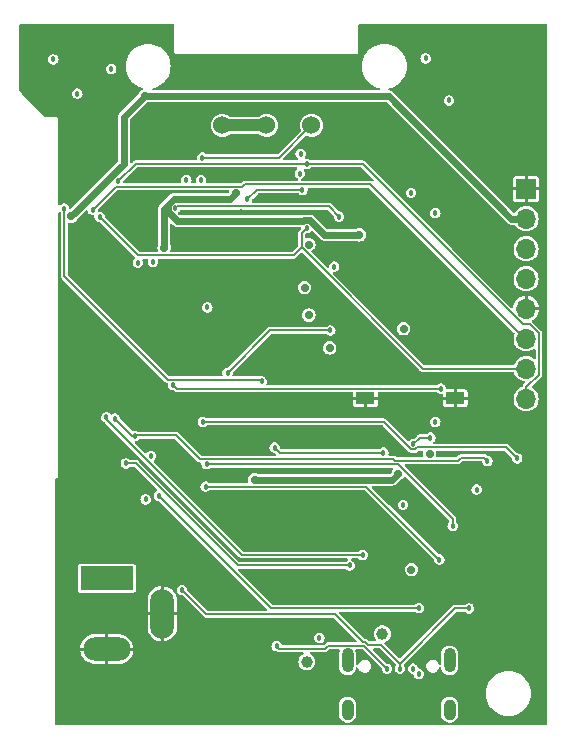
<source format=gbr>
%TF.GenerationSoftware,KiCad,Pcbnew,7.0.10*%
%TF.CreationDate,2024-03-09T04:50:20+08:00*%
%TF.ProjectId,ESP32Sensor-Sensor_board,45535033-3253-4656-9e73-6f722d53656e,rev?*%
%TF.SameCoordinates,Original*%
%TF.FileFunction,Copper,L2,Inr*%
%TF.FilePolarity,Positive*%
%FSLAX46Y46*%
G04 Gerber Fmt 4.6, Leading zero omitted, Abs format (unit mm)*
G04 Created by KiCad (PCBNEW 7.0.10) date 2024-03-09 04:50:20*
%MOMM*%
%LPD*%
G01*
G04 APERTURE LIST*
%TA.AperFunction,ComponentPad*%
%ADD10R,1.600000X1.000000*%
%TD*%
%TA.AperFunction,ComponentPad*%
%ADD11C,1.524000*%
%TD*%
%TA.AperFunction,ComponentPad*%
%ADD12O,1.000000X2.100000*%
%TD*%
%TA.AperFunction,ComponentPad*%
%ADD13O,1.000000X1.800000*%
%TD*%
%TA.AperFunction,ComponentPad*%
%ADD14R,4.500000X2.000000*%
%TD*%
%TA.AperFunction,ComponentPad*%
%ADD15O,4.000000X2.000000*%
%TD*%
%TA.AperFunction,ComponentPad*%
%ADD16O,2.000000X4.200000*%
%TD*%
%TA.AperFunction,ComponentPad*%
%ADD17R,1.700000X1.700000*%
%TD*%
%TA.AperFunction,ComponentPad*%
%ADD18O,1.700000X1.700000*%
%TD*%
%TA.AperFunction,ViaPad*%
%ADD19C,0.711200*%
%TD*%
%TA.AperFunction,ViaPad*%
%ADD20C,1.000000*%
%TD*%
%TA.AperFunction,ViaPad*%
%ADD21C,0.457200*%
%TD*%
%TA.AperFunction,Conductor*%
%ADD22C,0.558800*%
%TD*%
%TA.AperFunction,Conductor*%
%ADD23C,0.152400*%
%TD*%
%TA.AperFunction,Conductor*%
%ADD24C,1.000000*%
%TD*%
G04 APERTURE END LIST*
D10*
%TO.N,GND*%
%TO.C,U14*%
X159300000Y-106012500D03*
%TD*%
%TO.N,GND*%
%TO.C,U11*%
X166900000Y-106012500D03*
%TD*%
D11*
%TO.N,Net-(PD1-An)*%
%TO.C,PD1*%
X154726500Y-82904500D03*
%TO.N,5V_PD*%
X147170000Y-82904500D03*
X150916500Y-82904500D03*
%TD*%
D12*
%TO.N,N/C*%
%TO.C,J3*%
X157780000Y-128210000D03*
D13*
X157780000Y-132390000D03*
X166420000Y-132390000D03*
D12*
X166420000Y-128210000D03*
%TD*%
D14*
%TO.N,VBUS*%
%TO.C,J1*%
X137400000Y-121250000D03*
D15*
%TO.N,GND*%
X137400000Y-127250000D03*
D16*
X142100000Y-124250000D03*
%TD*%
D17*
%TO.N,GND*%
%TO.C,J6*%
X172900000Y-88280000D03*
D18*
%TO.N,3.3V*%
X172900000Y-90820000D03*
%TO.N,SCL*%
X172900000Y-93360000D03*
%TO.N,SDA*%
X172900000Y-95900000D03*
%TO.N,GND*%
X172900000Y-98440000D03*
%TO.N,GPIO1*%
X172900000Y-100980000D03*
%TO.N,Mux_Sel_A*%
X172900000Y-103520000D03*
%TO.N,Mux_Sel_B*%
X172900000Y-106060000D03*
%TD*%
D19*
%TO.N,3.3V*%
X140620000Y-80440000D03*
X163196100Y-120530400D03*
X134401000Y-90620800D03*
D20*
%TO.N,GND*%
X169050000Y-120050000D03*
D21*
X162230000Y-119150000D03*
X159420000Y-103500000D03*
X167157400Y-97739200D03*
X161100000Y-98900000D03*
X167040000Y-126410000D03*
X167360600Y-90576400D03*
X160985200Y-86004400D03*
X171575000Y-94450000D03*
X157683200Y-83210400D03*
X158440000Y-104060000D03*
X142970000Y-94850000D03*
X164360000Y-93580000D03*
X159150000Y-87225000D03*
X140925000Y-91475000D03*
X150266400Y-115493800D03*
X145380000Y-102770000D03*
X147475000Y-87575000D03*
X166878000Y-102387400D03*
X166010000Y-121800000D03*
X167055800Y-88341200D03*
X147375000Y-91900000D03*
X163880800Y-89941400D03*
X165775000Y-117700000D03*
X157800000Y-126390000D03*
X148740000Y-90280000D03*
X160985200Y-93268800D03*
%TO.N,CC1*%
X161130400Y-128913700D03*
X151781000Y-127008200D03*
%TO.N,D+*%
X141803600Y-114308100D03*
X163789900Y-129339800D03*
X163831200Y-123788600D03*
X140026700Y-94529300D03*
%TO.N,D-*%
X141301100Y-94479200D03*
X143764000Y-122240400D03*
X168071900Y-123810100D03*
X162214800Y-128896700D03*
%TO.N,CC2*%
X163323500Y-128895100D03*
%TO.N,ESP_TXD*%
X166687200Y-116829100D03*
X145846900Y-111594500D03*
%TO.N,ESP_RXD*%
X144138400Y-87538700D03*
X145775200Y-113486900D03*
X165559000Y-119666200D03*
%TO.N,GPIO9*%
X145523500Y-108011600D03*
X172151200Y-111100000D03*
%TO.N,ESP_EN*%
X138090000Y-107742900D03*
X139750800Y-109194600D03*
X169624100Y-111309900D03*
%TO.N,INT*%
X137769600Y-78130400D03*
X145378800Y-87543900D03*
X155400000Y-126290600D03*
%TO.N,SCL*%
X132867400Y-77317600D03*
X159050200Y-119284200D03*
X168710600Y-113751000D03*
X137369800Y-107634600D03*
%TO.N,SDA*%
X157954700Y-120171100D03*
X139015800Y-111529500D03*
X134903000Y-80217300D03*
%TO.N,LED_REF*%
X145912000Y-98317600D03*
X164388800Y-77241400D03*
X156645200Y-94871600D03*
D19*
%TO.N,5V*%
X154501500Y-92999100D03*
X149905500Y-112917800D03*
X162080700Y-112394300D03*
X154501500Y-98967000D03*
%TO.N,+Vs_For_Lock_in*%
X158791300Y-92177500D03*
X148320000Y-88647300D03*
X156271200Y-101755200D03*
X142251500Y-93270400D03*
%TO.N,-Vs_For_Lock_in*%
X162520300Y-100133500D03*
X164723500Y-110745300D03*
D21*
%TO.N,Sensor_Second_stage*%
X156323400Y-100275300D03*
X147618900Y-103858700D03*
%TO.N,ESP_ADC*%
X133797300Y-89951700D03*
X150514400Y-104586400D03*
%TO.N,GPIO1*%
X136194000Y-90045700D03*
%TO.N,Mux_Sel_A*%
X136790400Y-90651700D03*
X154331600Y-91593900D03*
%TO.N,Net-(D1-DOUT)*%
X140690600Y-114579400D03*
%TO.N,ESP_PWM_DIM*%
X166369000Y-80796400D03*
X142998800Y-104889000D03*
X165680100Y-105192100D03*
%TO.N,NeopixelLED*%
X141142700Y-110888400D03*
D20*
%TO.N,VBUS*%
X154334689Y-128321700D03*
D21*
%TO.N,Mux_Sel_B*%
X154316700Y-86161400D03*
X138364700Y-87638100D03*
%TO.N,5V_SDA*%
X165210300Y-90340800D03*
X165210100Y-108009300D03*
X162475000Y-115025000D03*
%TO.N,5V_SCL*%
X163160700Y-88610600D03*
X163355000Y-109904300D03*
X164798100Y-109351900D03*
%TO.N,EPOT_w*%
X143181700Y-89918800D03*
X157066100Y-90635600D03*
%TO.N,Net-(U2-S2)*%
X149276700Y-89184600D03*
X153964400Y-88368300D03*
D20*
%TO.N,USBC_VBUS*%
X160740000Y-125950000D03*
D21*
%TO.N,Net-(U2-S4)*%
X153805000Y-85328500D03*
X153736300Y-86995000D03*
%TO.N,Net-(U13-FB{slash}SD)*%
X160819600Y-110612800D03*
X151610500Y-110186600D03*
%TO.N,Net-(PD1-An)*%
X145500900Y-85631500D03*
D19*
%TO.N,5V_PD*%
X154139650Y-96650350D03*
%TD*%
D22*
%TO.N,3.3V*%
X138856000Y-86165800D02*
X134401000Y-90620800D01*
X140620000Y-80440000D02*
X161261700Y-80440000D01*
X171641700Y-90820000D02*
X172900000Y-90820000D01*
X138856000Y-82204000D02*
X138856000Y-86165800D01*
X140620000Y-80440000D02*
X138856000Y-82204000D01*
X161261700Y-80440000D02*
X171641700Y-90820000D01*
D23*
%TO.N,CC1*%
X156145900Y-126953000D02*
X159167600Y-126953000D01*
X159376200Y-127159500D02*
X161130400Y-128913700D01*
X159374000Y-127159500D02*
X159376200Y-127159500D01*
X155892600Y-127206300D02*
X156145900Y-126953000D01*
X151781000Y-127008200D02*
X151979100Y-127206300D01*
X159167600Y-126953000D02*
X159209300Y-126994700D01*
X159209300Y-126994800D02*
X159374000Y-127159500D01*
X151979100Y-127206300D02*
X155892600Y-127206300D01*
X159209300Y-126994700D02*
X159209300Y-126994800D01*
%TO.N,D+*%
X141803600Y-114308100D02*
X151284100Y-123788600D01*
X151284100Y-123788600D02*
X163831200Y-123788600D01*
%TO.N,D-*%
X159087600Y-126654800D02*
X159267300Y-126654800D01*
X160613500Y-126878200D02*
X162214800Y-128479500D01*
X143764000Y-122240400D02*
X145839700Y-124316100D01*
X159267300Y-126654800D02*
X159490600Y-126878100D01*
X162214800Y-128479500D02*
X162214800Y-128896700D01*
X159490600Y-126878100D02*
X159490600Y-126878200D01*
X145839700Y-124316100D02*
X156748900Y-124316100D01*
X159490600Y-126878200D02*
X160613500Y-126878200D01*
X168071900Y-123810100D02*
X166884200Y-123810100D01*
X166884200Y-123810100D02*
X162214800Y-128479500D01*
X156748900Y-124316100D02*
X159087600Y-126654800D01*
%TO.N,ESP_TXD*%
X145846900Y-111594500D02*
X162082900Y-111594500D01*
X162082900Y-111594500D02*
X166687200Y-116198800D01*
X166687200Y-116198800D02*
X166687200Y-116829100D01*
%TO.N,ESP_RXD*%
X145775200Y-113486900D02*
X159379700Y-113486900D01*
X159379700Y-113486900D02*
X165559000Y-119666200D01*
%TO.N,GPIO9*%
X160849000Y-108011600D02*
X163175400Y-110338000D01*
X171230300Y-110179100D02*
X172151200Y-111100000D01*
X163534700Y-110338000D02*
X163693600Y-110179100D01*
X163693600Y-110179100D02*
X171230300Y-110179100D01*
X145523500Y-108011600D02*
X160849000Y-108011600D01*
X163175400Y-110338000D02*
X163534700Y-110338000D01*
%TO.N,ESP_EN*%
X145251800Y-111160800D02*
X161664900Y-111160800D01*
X169348000Y-111033800D02*
X169624100Y-111309900D01*
X139541700Y-109194600D02*
X138090000Y-107742900D01*
X143232900Y-109141900D02*
X145251800Y-111160800D01*
X161814000Y-111309900D02*
X167104000Y-111309900D01*
X139803500Y-109141900D02*
X143232900Y-109141900D01*
X167380100Y-111033800D02*
X169348000Y-111033800D01*
X161664900Y-111160800D02*
X161814000Y-111309900D01*
X167104000Y-111309900D02*
X167380100Y-111033800D01*
X139750800Y-109194600D02*
X139541700Y-109194600D01*
X139750800Y-109194600D02*
X139803500Y-109141900D01*
%TO.N,SCL*%
X137369800Y-107634600D02*
X137369800Y-107783800D01*
X148870200Y-119284200D02*
X159050200Y-119284200D01*
X137369800Y-107783800D02*
X148870200Y-119284200D01*
%TO.N,SDA*%
X139015800Y-111529500D02*
X139846200Y-111529500D01*
X139846200Y-111529500D02*
X148487800Y-120171100D01*
X148487800Y-120171100D02*
X157954700Y-120171100D01*
D22*
%TO.N,5V*%
X149905500Y-112917800D02*
X161557200Y-112917800D01*
X161557200Y-112917800D02*
X162080700Y-112394300D01*
%TO.N,+Vs_For_Lock_in*%
X142251500Y-89950974D02*
X142251500Y-93270400D01*
X142918674Y-89283800D02*
X142251500Y-89950974D01*
X142546700Y-89655774D02*
X142546700Y-90181826D01*
X143374874Y-91010000D02*
X154017474Y-91010000D01*
X142546700Y-90181826D02*
X143374874Y-91010000D01*
X154068574Y-90958900D02*
X154597300Y-90958900D01*
X154017474Y-91010000D02*
X154068574Y-90958900D01*
X155815900Y-92177500D02*
X158791300Y-92177500D01*
X142918674Y-89283800D02*
X142546700Y-89655774D01*
X147847300Y-89120000D02*
X143082474Y-89120000D01*
X148320000Y-88647300D02*
X147847300Y-89120000D01*
X154597300Y-90958900D02*
X155815900Y-92177500D01*
X143082474Y-89120000D02*
X142918674Y-89283800D01*
D23*
%TO.N,Sensor_Second_stage*%
X156323400Y-100275300D02*
X151202300Y-100275300D01*
X151202300Y-100275300D02*
X147618900Y-103858700D01*
%TO.N,ESP_ADC*%
X150383300Y-104455300D02*
X150514400Y-104586400D01*
X133797300Y-95660600D02*
X142592000Y-104455300D01*
X142592000Y-104455300D02*
X150383300Y-104455300D01*
X133797300Y-89951700D02*
X133797300Y-95660600D01*
%TO.N,GPIO1*%
X172800000Y-100980000D02*
X172900000Y-100980000D01*
X149078200Y-87884400D02*
X159704400Y-87884400D01*
X148874100Y-88088500D02*
X149078200Y-87884400D01*
X159704400Y-87884400D02*
X172800000Y-100980000D01*
X136194000Y-90045700D02*
X138151200Y-88088500D01*
X138151200Y-88088500D02*
X148874100Y-88088500D01*
%TO.N,Mux_Sel_A*%
X140040800Y-93902100D02*
X136790400Y-90651700D01*
X153237000Y-93902100D02*
X140040800Y-93902100D01*
X153910100Y-92015400D02*
X154331600Y-91593900D01*
X172900000Y-103520000D02*
X164201100Y-103520000D01*
X153910100Y-93229000D02*
X153237000Y-93902100D01*
X164201100Y-103520000D02*
X153910100Y-93229000D01*
X153910100Y-93229000D02*
X153910100Y-92015400D01*
%TO.N,ESP_PWM_DIM*%
X143301900Y-105192100D02*
X165680100Y-105192100D01*
X142998800Y-104889000D02*
X143301900Y-105192100D01*
%TO.N,Mux_Sel_B*%
X159061800Y-86161400D02*
X154316700Y-86161400D01*
X154316700Y-86161400D02*
X139841400Y-86161400D01*
X172900000Y-105004900D02*
X173009300Y-105004900D01*
X172900000Y-106060000D02*
X172900000Y-105004900D01*
X139841400Y-86161400D02*
X138364700Y-87638100D01*
X173009300Y-105004900D02*
X173988900Y-104025300D01*
X172610400Y-99710000D02*
X159061800Y-86161400D01*
X173194500Y-99710000D02*
X172610400Y-99710000D01*
X173988900Y-104025300D02*
X173988900Y-100504400D01*
X173988900Y-100504400D02*
X173194500Y-99710000D01*
%TO.N,5V_SCL*%
X164798100Y-109351900D02*
X163907400Y-109351900D01*
X163907400Y-109351900D02*
X163355000Y-109904300D01*
%TO.N,EPOT_w*%
X143350500Y-89750000D02*
X143181700Y-89918800D01*
X157066100Y-90635600D02*
X156180500Y-89750000D01*
X156180500Y-89750000D02*
X143350500Y-89750000D01*
%TO.N,Net-(U2-S2)*%
X149276700Y-89184600D02*
X150093000Y-88368300D01*
X150093000Y-88368300D02*
X153964400Y-88368300D01*
%TO.N,Net-(U13-FB{slash}SD)*%
X152036700Y-110612800D02*
X160819600Y-110612800D01*
X151610500Y-110186600D02*
X152036700Y-110612800D01*
%TO.N,Net-(PD1-An)*%
X151999500Y-85631500D02*
X145500900Y-85631500D01*
X154726500Y-82904500D02*
X151999500Y-85631500D01*
D24*
%TO.N,5V_PD*%
X150916500Y-82904500D02*
X147170000Y-82904500D01*
%TD*%
%TA.AperFunction,Conductor*%
%TO.N,GND*%
G36*
X143058691Y-74319407D02*
G01*
X143094655Y-74368907D01*
X143099500Y-74399500D01*
X143099500Y-76544272D01*
X143095722Y-76571361D01*
X143095599Y-76571790D01*
X143095599Y-76571794D01*
X143099078Y-76609337D01*
X143099500Y-76618471D01*
X143099500Y-76627844D01*
X143101222Y-76637060D01*
X143102483Y-76646105D01*
X143105964Y-76683656D01*
X143105965Y-76683661D01*
X143106167Y-76684066D01*
X143114855Y-76709987D01*
X143114937Y-76710428D01*
X143114940Y-76710436D01*
X143134786Y-76742489D01*
X143139235Y-76750475D01*
X143156042Y-76784228D01*
X143156369Y-76784526D01*
X143173842Y-76805567D01*
X143174079Y-76805950D01*
X143174080Y-76805952D01*
X143190110Y-76818056D01*
X143204170Y-76828674D01*
X143211195Y-76834507D01*
X143239067Y-76859916D01*
X143239483Y-76860077D01*
X143263377Y-76873385D01*
X143263736Y-76873656D01*
X143300015Y-76883977D01*
X143308657Y-76886874D01*
X143343827Y-76900500D01*
X143344273Y-76900500D01*
X143371364Y-76904279D01*
X143371793Y-76904401D01*
X143409338Y-76900921D01*
X143418471Y-76900500D01*
X158344273Y-76900500D01*
X158371364Y-76904279D01*
X158371793Y-76904401D01*
X158409338Y-76900921D01*
X158418471Y-76900500D01*
X158427844Y-76900500D01*
X158437058Y-76898777D01*
X158446101Y-76897515D01*
X158483660Y-76894035D01*
X158484054Y-76893838D01*
X158510000Y-76885141D01*
X158510433Y-76885061D01*
X158542498Y-76865205D01*
X158550462Y-76860770D01*
X158584228Y-76843958D01*
X158584519Y-76843638D01*
X158605576Y-76826151D01*
X158605952Y-76825919D01*
X158628671Y-76795831D01*
X158634515Y-76788795D01*
X158638407Y-76784526D01*
X158659916Y-76760933D01*
X158660076Y-76760521D01*
X158673395Y-76736609D01*
X158673656Y-76736264D01*
X158683976Y-76699989D01*
X158686869Y-76691354D01*
X158700500Y-76656173D01*
X158700500Y-76655726D01*
X158704279Y-76628635D01*
X158704401Y-76628207D01*
X158700922Y-76590662D01*
X158700500Y-76581528D01*
X158700500Y-74399500D01*
X158719407Y-74341309D01*
X158768907Y-74305345D01*
X158799500Y-74300500D01*
X174600500Y-74300500D01*
X174658691Y-74319407D01*
X174694655Y-74368907D01*
X174699500Y-74399500D01*
X174699500Y-133600500D01*
X174680593Y-133658691D01*
X174631093Y-133694655D01*
X174600500Y-133699500D01*
X133099000Y-133699500D01*
X133040809Y-133680593D01*
X133004845Y-133631093D01*
X133000000Y-133600500D01*
X133000000Y-132832969D01*
X157069500Y-132832969D01*
X157069501Y-132832986D01*
X157085078Y-132961281D01*
X157085079Y-132961282D01*
X157146263Y-133122611D01*
X157244275Y-133264607D01*
X157244276Y-133264608D01*
X157244277Y-133264609D01*
X157373426Y-133379024D01*
X157526203Y-133459208D01*
X157693730Y-133500500D01*
X157693733Y-133500500D01*
X157866267Y-133500500D01*
X157866270Y-133500500D01*
X158033797Y-133459208D01*
X158186574Y-133379024D01*
X158315723Y-133264609D01*
X158413737Y-133122611D01*
X158474921Y-132961283D01*
X158490500Y-132832975D01*
X158490500Y-132832969D01*
X165709500Y-132832969D01*
X165709501Y-132832986D01*
X165725078Y-132961281D01*
X165725079Y-132961282D01*
X165786263Y-133122611D01*
X165884275Y-133264607D01*
X165884276Y-133264608D01*
X165884277Y-133264609D01*
X166013426Y-133379024D01*
X166166203Y-133459208D01*
X166333730Y-133500500D01*
X166333733Y-133500500D01*
X166506267Y-133500500D01*
X166506270Y-133500500D01*
X166673797Y-133459208D01*
X166826574Y-133379024D01*
X166955723Y-133264609D01*
X167053737Y-133122611D01*
X167114921Y-132961283D01*
X167130500Y-132832975D01*
X167130500Y-131947025D01*
X167114921Y-131818717D01*
X167053737Y-131657389D01*
X166955723Y-131515391D01*
X166826574Y-131400976D01*
X166673797Y-131320792D01*
X166673796Y-131320791D01*
X166673795Y-131320791D01*
X166506272Y-131279500D01*
X166506270Y-131279500D01*
X166333730Y-131279500D01*
X166333727Y-131279500D01*
X166166204Y-131320791D01*
X166013424Y-131400977D01*
X165884275Y-131515392D01*
X165786263Y-131657388D01*
X165725079Y-131818717D01*
X165725078Y-131818718D01*
X165709501Y-131947013D01*
X165709500Y-131947030D01*
X165709500Y-132832969D01*
X158490500Y-132832969D01*
X158490500Y-131947025D01*
X158474921Y-131818717D01*
X158413737Y-131657389D01*
X158315723Y-131515391D01*
X158186574Y-131400976D01*
X158033797Y-131320792D01*
X158033796Y-131320791D01*
X158033795Y-131320791D01*
X157866272Y-131279500D01*
X157866270Y-131279500D01*
X157693730Y-131279500D01*
X157693727Y-131279500D01*
X157526204Y-131320791D01*
X157373424Y-131400977D01*
X157244275Y-131515392D01*
X157146263Y-131657388D01*
X157085079Y-131818717D01*
X157085078Y-131818718D01*
X157069501Y-131947013D01*
X157069500Y-131947030D01*
X157069500Y-132832969D01*
X133000000Y-132832969D01*
X133000000Y-131000000D01*
X169494645Y-131000000D01*
X169514038Y-131271154D01*
X169514038Y-131271157D01*
X169514039Y-131271160D01*
X169542279Y-131400977D01*
X169571826Y-131536805D01*
X169666828Y-131791514D01*
X169666832Y-131791522D01*
X169797106Y-132030102D01*
X169797109Y-132030106D01*
X169797113Y-132030113D01*
X169960029Y-132247742D01*
X170152258Y-132439971D01*
X170369887Y-132602887D01*
X170369894Y-132602891D01*
X170369897Y-132602893D01*
X170608477Y-132733167D01*
X170608485Y-132733171D01*
X170608487Y-132733172D01*
X170863199Y-132828175D01*
X171128840Y-132885961D01*
X171400000Y-132905355D01*
X171671160Y-132885961D01*
X171936801Y-132828175D01*
X172191513Y-132733172D01*
X172430113Y-132602887D01*
X172647742Y-132439971D01*
X172839971Y-132247742D01*
X173002887Y-132030113D01*
X173133172Y-131791513D01*
X173228175Y-131536801D01*
X173285961Y-131271160D01*
X173305355Y-131000000D01*
X173285961Y-130728840D01*
X173228175Y-130463199D01*
X173133172Y-130208487D01*
X173133167Y-130208477D01*
X173002893Y-129969897D01*
X173002891Y-129969894D01*
X173002887Y-129969887D01*
X172839971Y-129752258D01*
X172647742Y-129560029D01*
X172430113Y-129397113D01*
X172430106Y-129397109D01*
X172430102Y-129397106D01*
X172191522Y-129266832D01*
X172191514Y-129266828D01*
X171936805Y-129171826D01*
X171936801Y-129171825D01*
X171671160Y-129114039D01*
X171671157Y-129114038D01*
X171671154Y-129114038D01*
X171400000Y-129094645D01*
X171128845Y-129114038D01*
X170863194Y-129171826D01*
X170608485Y-129266828D01*
X170608477Y-129266832D01*
X170369897Y-129397106D01*
X170369889Y-129397111D01*
X170369887Y-129397113D01*
X170279502Y-129464775D01*
X170152260Y-129560027D01*
X169960027Y-129752260D01*
X169797106Y-129969897D01*
X169666832Y-130208477D01*
X169666828Y-130208485D01*
X169571826Y-130463194D01*
X169514038Y-130728845D01*
X169494645Y-131000000D01*
X133000000Y-131000000D01*
X133000000Y-127124999D01*
X135154354Y-127124999D01*
X135154355Y-127125000D01*
X135915595Y-127125000D01*
X135900000Y-127178111D01*
X135900000Y-127321889D01*
X135915595Y-127375000D01*
X135155517Y-127375000D01*
X135176415Y-127529275D01*
X135245945Y-127743269D01*
X135352565Y-127941401D01*
X135492855Y-128117320D01*
X135662299Y-128265358D01*
X135662303Y-128265361D01*
X135855443Y-128380758D01*
X135855457Y-128380765D01*
X136066101Y-128459820D01*
X136066118Y-128459825D01*
X136287491Y-128499998D01*
X136287504Y-128500000D01*
X137274999Y-128500000D01*
X137275000Y-128499999D01*
X137275000Y-127750000D01*
X137525000Y-127750000D01*
X137525000Y-128499999D01*
X137525001Y-128500000D01*
X138456129Y-128500000D01*
X138456154Y-128499998D01*
X138624090Y-128484884D01*
X138624101Y-128484882D01*
X138840992Y-128425023D01*
X138840999Y-128425020D01*
X139043712Y-128327399D01*
X139225748Y-128195142D01*
X139381235Y-128032516D01*
X139381235Y-128032515D01*
X139505194Y-127844726D01*
X139505197Y-127844722D01*
X139593624Y-127637833D01*
X139593625Y-127637832D01*
X139643691Y-127418473D01*
X139643693Y-127418458D01*
X139645645Y-127375000D01*
X138884405Y-127375000D01*
X138900000Y-127321889D01*
X138900000Y-127178111D01*
X138884405Y-127125000D01*
X139644482Y-127125000D01*
X139623584Y-126970724D01*
X139554054Y-126756730D01*
X139447434Y-126558598D01*
X139307144Y-126382679D01*
X139137700Y-126234641D01*
X139137696Y-126234638D01*
X138944556Y-126119241D01*
X138944542Y-126119234D01*
X138733898Y-126040179D01*
X138733881Y-126040174D01*
X138512508Y-126000001D01*
X138512496Y-126000000D01*
X137525001Y-126000000D01*
X137525000Y-126000001D01*
X137525000Y-126750000D01*
X137275000Y-126750000D01*
X137275000Y-126000001D01*
X137274999Y-126000000D01*
X136343871Y-126000000D01*
X136343845Y-126000001D01*
X136175909Y-126015115D01*
X136175898Y-126015117D01*
X135959007Y-126074976D01*
X135959000Y-126074979D01*
X135756287Y-126172600D01*
X135574251Y-126304857D01*
X135418764Y-126467483D01*
X135418764Y-126467484D01*
X135294805Y-126655273D01*
X135294802Y-126655277D01*
X135206375Y-126862166D01*
X135206374Y-126862167D01*
X135156308Y-127081526D01*
X135156306Y-127081541D01*
X135154354Y-127124999D01*
X133000000Y-127124999D01*
X133000000Y-125406129D01*
X140850000Y-125406129D01*
X140850001Y-125406154D01*
X140865115Y-125574090D01*
X140865117Y-125574101D01*
X140924976Y-125790992D01*
X140924979Y-125790999D01*
X141022600Y-125993712D01*
X141154857Y-126175748D01*
X141317484Y-126331235D01*
X141505273Y-126455194D01*
X141505277Y-126455197D01*
X141712166Y-126543624D01*
X141712167Y-126543625D01*
X141931526Y-126593691D01*
X141931541Y-126593693D01*
X141974999Y-126595645D01*
X141975000Y-126595645D01*
X141975000Y-125734405D01*
X142028111Y-125750000D01*
X142171889Y-125750000D01*
X142225000Y-125734405D01*
X142225000Y-126594482D01*
X142379275Y-126573584D01*
X142593269Y-126504054D01*
X142791401Y-126397434D01*
X142967320Y-126257144D01*
X143115358Y-126087700D01*
X143115361Y-126087696D01*
X143230758Y-125894556D01*
X143230765Y-125894542D01*
X143309820Y-125683898D01*
X143309825Y-125683881D01*
X143349998Y-125462508D01*
X143350000Y-125462496D01*
X143350000Y-124375001D01*
X143349999Y-124375000D01*
X142600000Y-124375000D01*
X142600000Y-124125000D01*
X143349999Y-124125000D01*
X143350000Y-124124999D01*
X143350000Y-123093870D01*
X143349998Y-123093845D01*
X143334884Y-122925909D01*
X143334882Y-122925898D01*
X143275023Y-122709007D01*
X143275020Y-122709000D01*
X143177399Y-122506287D01*
X143045142Y-122324251D01*
X142882515Y-122168764D01*
X142694726Y-122044805D01*
X142694722Y-122044802D01*
X142487833Y-121956375D01*
X142487832Y-121956374D01*
X142268465Y-121906306D01*
X142268466Y-121906306D01*
X142225000Y-121904353D01*
X142225000Y-122765594D01*
X142171889Y-122750000D01*
X142028111Y-122750000D01*
X141975000Y-122765594D01*
X141975000Y-121905516D01*
X141974999Y-121905516D01*
X141820727Y-121926414D01*
X141606732Y-121995945D01*
X141408598Y-122102565D01*
X141232679Y-122242855D01*
X141084641Y-122412299D01*
X141084638Y-122412303D01*
X140969241Y-122605443D01*
X140969234Y-122605457D01*
X140890179Y-122816101D01*
X140890174Y-122816118D01*
X140850001Y-123037491D01*
X140850000Y-123037503D01*
X140850000Y-124124999D01*
X140850001Y-124125000D01*
X141600000Y-124125000D01*
X141600000Y-124375000D01*
X140850001Y-124375000D01*
X140850000Y-124375001D01*
X140850000Y-125406129D01*
X133000000Y-125406129D01*
X133000000Y-122270728D01*
X134939500Y-122270728D01*
X134939501Y-122270738D01*
X134951712Y-122332131D01*
X134951713Y-122332134D01*
X134998235Y-122401758D01*
X134998238Y-122401762D01*
X134998241Y-122401764D01*
X135067866Y-122448287D01*
X135083111Y-122451319D01*
X135129267Y-122460500D01*
X139670732Y-122460499D01*
X139670736Y-122460498D01*
X139670738Y-122460498D01*
X139690817Y-122456504D01*
X139732133Y-122448287D01*
X139801762Y-122401762D01*
X139848287Y-122332133D01*
X139860500Y-122270733D01*
X139860499Y-120229268D01*
X139848287Y-120167867D01*
X139820748Y-120126653D01*
X139801764Y-120098241D01*
X139801762Y-120098238D01*
X139801758Y-120098235D01*
X139732133Y-120051712D01*
X139670734Y-120039500D01*
X135129271Y-120039500D01*
X135129261Y-120039501D01*
X135067868Y-120051712D01*
X135067865Y-120051713D01*
X134998241Y-120098235D01*
X134998235Y-120098241D01*
X134951712Y-120167866D01*
X134939500Y-120229264D01*
X134939500Y-122270728D01*
X133000000Y-122270728D01*
X133000000Y-114579402D01*
X140246985Y-114579402D01*
X140264953Y-114704375D01*
X140264954Y-114704378D01*
X140264954Y-114704379D01*
X140264955Y-114704381D01*
X140301846Y-114785161D01*
X140317408Y-114819238D01*
X140358750Y-114866949D01*
X140400094Y-114914662D01*
X140506316Y-114982926D01*
X140627467Y-115018500D01*
X140627468Y-115018500D01*
X140753732Y-115018500D01*
X140753733Y-115018500D01*
X140874884Y-114982926D01*
X140981106Y-114914662D01*
X141063793Y-114819236D01*
X141116245Y-114704381D01*
X141118350Y-114689739D01*
X141134215Y-114579402D01*
X141134215Y-114579397D01*
X141116246Y-114454424D01*
X141116245Y-114454421D01*
X141116245Y-114454419D01*
X141063793Y-114339564D01*
X141063791Y-114339562D01*
X141063791Y-114339561D01*
X141029977Y-114300539D01*
X140981106Y-114244138D01*
X140981103Y-114244136D01*
X140981102Y-114244135D01*
X140874885Y-114175874D01*
X140753734Y-114140300D01*
X140753733Y-114140300D01*
X140627467Y-114140300D01*
X140627465Y-114140300D01*
X140506314Y-114175874D01*
X140400097Y-114244135D01*
X140400093Y-114244139D01*
X140317408Y-114339561D01*
X140264954Y-114454421D01*
X140264953Y-114454424D01*
X140246985Y-114579397D01*
X140246985Y-114579402D01*
X133000000Y-114579402D01*
X133000000Y-112892037D01*
X133018907Y-112833846D01*
X133068407Y-112797882D01*
X133074841Y-112796556D01*
X133074838Y-112796545D01*
X133083656Y-112794036D01*
X133083657Y-112794035D01*
X133083660Y-112794035D01*
X133084054Y-112793838D01*
X133110000Y-112785141D01*
X133110433Y-112785061D01*
X133142498Y-112765205D01*
X133150462Y-112760770D01*
X133184228Y-112743958D01*
X133184519Y-112743638D01*
X133205576Y-112726151D01*
X133205952Y-112725919D01*
X133228671Y-112695831D01*
X133234515Y-112688795D01*
X133259916Y-112660933D01*
X133260076Y-112660521D01*
X133273395Y-112636609D01*
X133273656Y-112636264D01*
X133283976Y-112599989D01*
X133286869Y-112591354D01*
X133300500Y-112556173D01*
X133300500Y-112555726D01*
X133304279Y-112528635D01*
X133304401Y-112528207D01*
X133300922Y-112490662D01*
X133300500Y-112481528D01*
X133300500Y-107634602D01*
X136926185Y-107634602D01*
X136944153Y-107759575D01*
X136944154Y-107759578D01*
X136944154Y-107759579D01*
X136944155Y-107759581D01*
X136981767Y-107841940D01*
X136996608Y-107874438D01*
X137037950Y-107922149D01*
X137079294Y-107969862D01*
X137079296Y-107969863D01*
X137079297Y-107969864D01*
X137144235Y-108011597D01*
X137185516Y-108038126D01*
X137208207Y-108044788D01*
X137250319Y-108069774D01*
X148623127Y-119442582D01*
X148632125Y-119452922D01*
X148637446Y-119459968D01*
X148670450Y-119490055D01*
X148673755Y-119493211D01*
X148686255Y-119505711D01*
X148686757Y-119506127D01*
X148696840Y-119514113D01*
X148707728Y-119524038D01*
X148716658Y-119532179D01*
X148716662Y-119532180D01*
X148716663Y-119532181D01*
X148724904Y-119535374D01*
X148745091Y-119546014D01*
X148752388Y-119551013D01*
X148752390Y-119551013D01*
X148752391Y-119551014D01*
X148778505Y-119557155D01*
X148791583Y-119561205D01*
X148816607Y-119570900D01*
X148825453Y-119570900D01*
X148848119Y-119573529D01*
X148856730Y-119575555D01*
X148883299Y-119571849D01*
X148896975Y-119570900D01*
X157751665Y-119570900D01*
X157809856Y-119589807D01*
X157845820Y-119639307D01*
X157845820Y-119700493D01*
X157809856Y-119749993D01*
X157779557Y-119764890D01*
X157770414Y-119767574D01*
X157664197Y-119835835D01*
X157664194Y-119835837D01*
X157664194Y-119835838D01*
X157651720Y-119850232D01*
X157599328Y-119881827D01*
X157576904Y-119884400D01*
X148647563Y-119884400D01*
X148589372Y-119865493D01*
X148577559Y-119855404D01*
X140093268Y-111371113D01*
X140084267Y-111360768D01*
X140078954Y-111353732D01*
X140045948Y-111323643D01*
X140042643Y-111320487D01*
X140030141Y-111307986D01*
X140029693Y-111307614D01*
X140019563Y-111299590D01*
X139999742Y-111281521D01*
X139999738Y-111281519D01*
X139999736Y-111281517D01*
X139991486Y-111278321D01*
X139971312Y-111267687D01*
X139964014Y-111262688D01*
X139964005Y-111262684D01*
X139937896Y-111256543D01*
X139924804Y-111252488D01*
X139899798Y-111242801D01*
X139899794Y-111242800D01*
X139899793Y-111242800D01*
X139899791Y-111242800D01*
X139890947Y-111242800D01*
X139868280Y-111240170D01*
X139859670Y-111238145D01*
X139833101Y-111241851D01*
X139819425Y-111242800D01*
X139393596Y-111242800D01*
X139335405Y-111223893D01*
X139318783Y-111208637D01*
X139306306Y-111194238D01*
X139306302Y-111194235D01*
X139200085Y-111125974D01*
X139078934Y-111090400D01*
X139078933Y-111090400D01*
X138952667Y-111090400D01*
X138952665Y-111090400D01*
X138831514Y-111125974D01*
X138725297Y-111194235D01*
X138725293Y-111194239D01*
X138642608Y-111289661D01*
X138590154Y-111404521D01*
X138590153Y-111404524D01*
X138572185Y-111529497D01*
X138572185Y-111529502D01*
X138590153Y-111654475D01*
X138590154Y-111654478D01*
X138590154Y-111654479D01*
X138590155Y-111654481D01*
X138633320Y-111749000D01*
X138642608Y-111769338D01*
X138683215Y-111816200D01*
X138725294Y-111864762D01*
X138831516Y-111933026D01*
X138952667Y-111968600D01*
X138952668Y-111968600D01*
X139078932Y-111968600D01*
X139078933Y-111968600D01*
X139200084Y-111933026D01*
X139306306Y-111864762D01*
X139318779Y-111850367D01*
X139371172Y-111818773D01*
X139393596Y-111816200D01*
X139686437Y-111816200D01*
X139744628Y-111835107D01*
X139756441Y-111845196D01*
X141653388Y-113742143D01*
X141681165Y-113796660D01*
X141671594Y-113857092D01*
X141628329Y-113900357D01*
X141624520Y-113902196D01*
X141619318Y-113904572D01*
X141513097Y-113972835D01*
X141513093Y-113972839D01*
X141430408Y-114068261D01*
X141377954Y-114183121D01*
X141377953Y-114183124D01*
X141359985Y-114308097D01*
X141359985Y-114308102D01*
X141377953Y-114433075D01*
X141377954Y-114433078D01*
X141430408Y-114547938D01*
X141457672Y-114579402D01*
X141513094Y-114643362D01*
X141513096Y-114643363D01*
X141513097Y-114643364D01*
X141608037Y-114704378D01*
X141619316Y-114711626D01*
X141740467Y-114747200D01*
X141796237Y-114747200D01*
X141854428Y-114766107D01*
X141866241Y-114776196D01*
X150950441Y-123860396D01*
X150978218Y-123914913D01*
X150968647Y-123975345D01*
X150925382Y-124018610D01*
X150880437Y-124029400D01*
X145999463Y-124029400D01*
X145941272Y-124010493D01*
X145929459Y-124000404D01*
X144236611Y-122307556D01*
X144208834Y-122253039D01*
X144208109Y-122243839D01*
X144207614Y-122240397D01*
X144189645Y-122115419D01*
X144137193Y-122000564D01*
X144137191Y-122000562D01*
X144137191Y-122000561D01*
X144098902Y-121956374D01*
X144054506Y-121905138D01*
X144054503Y-121905136D01*
X144054502Y-121905135D01*
X143948285Y-121836874D01*
X143827134Y-121801300D01*
X143827133Y-121801300D01*
X143700867Y-121801300D01*
X143700865Y-121801300D01*
X143579714Y-121836874D01*
X143473497Y-121905135D01*
X143473493Y-121905139D01*
X143390808Y-122000561D01*
X143338354Y-122115421D01*
X143338353Y-122115424D01*
X143320385Y-122240397D01*
X143320385Y-122240402D01*
X143338353Y-122365375D01*
X143338354Y-122365378D01*
X143338354Y-122365379D01*
X143338355Y-122365381D01*
X143376216Y-122448286D01*
X143390808Y-122480238D01*
X143413380Y-122506287D01*
X143473494Y-122575662D01*
X143473496Y-122575663D01*
X143473497Y-122575664D01*
X143519834Y-122605443D01*
X143579716Y-122643926D01*
X143700867Y-122679500D01*
X143756637Y-122679500D01*
X143814828Y-122698407D01*
X143826641Y-122708496D01*
X145592627Y-124474482D01*
X145601625Y-124484822D01*
X145606946Y-124491868D01*
X145639950Y-124521955D01*
X145643255Y-124525111D01*
X145655755Y-124537611D01*
X145656250Y-124538021D01*
X145666341Y-124546013D01*
X145686158Y-124564079D01*
X145694405Y-124567274D01*
X145714590Y-124577913D01*
X145721890Y-124582914D01*
X145748007Y-124589056D01*
X145761088Y-124593107D01*
X145786107Y-124602800D01*
X145794953Y-124602800D01*
X145817619Y-124605429D01*
X145826230Y-124607455D01*
X145852799Y-124603749D01*
X145866475Y-124602800D01*
X156589137Y-124602800D01*
X156647328Y-124621707D01*
X156659141Y-124631796D01*
X158524641Y-126497296D01*
X158552418Y-126551813D01*
X158542847Y-126612245D01*
X158499582Y-126655510D01*
X158454637Y-126666300D01*
X156208612Y-126666300D01*
X156194938Y-126665351D01*
X156186195Y-126664131D01*
X156141593Y-126666194D01*
X156137020Y-126666300D01*
X156119332Y-126666300D01*
X156118749Y-126666353D01*
X156105909Y-126667843D01*
X156079126Y-126669081D01*
X156079118Y-126669083D01*
X156071028Y-126672655D01*
X156049241Y-126679402D01*
X156040541Y-126681028D01*
X156040535Y-126681031D01*
X156017730Y-126695150D01*
X156005610Y-126701539D01*
X155981067Y-126712376D01*
X155974806Y-126718637D01*
X155956932Y-126732795D01*
X155949406Y-126737455D01*
X155933240Y-126758862D01*
X155924242Y-126769202D01*
X155802842Y-126890603D01*
X155748325Y-126918381D01*
X155732838Y-126919600D01*
X155504954Y-126919600D01*
X155446763Y-126900693D01*
X155410799Y-126851193D01*
X155410799Y-126790007D01*
X155446763Y-126740507D01*
X155477062Y-126725610D01*
X155500809Y-126718637D01*
X155584284Y-126694126D01*
X155690506Y-126625862D01*
X155773193Y-126530436D01*
X155825645Y-126415581D01*
X155828894Y-126392987D01*
X155843615Y-126290602D01*
X155843615Y-126290597D01*
X155825646Y-126165624D01*
X155825645Y-126165621D01*
X155825645Y-126165619D01*
X155773193Y-126050764D01*
X155773191Y-126050762D01*
X155773191Y-126050761D01*
X155739377Y-126011739D01*
X155690506Y-125955338D01*
X155690503Y-125955336D01*
X155690502Y-125955335D01*
X155584285Y-125887074D01*
X155463134Y-125851500D01*
X155463133Y-125851500D01*
X155336867Y-125851500D01*
X155336865Y-125851500D01*
X155215714Y-125887074D01*
X155109497Y-125955335D01*
X155109493Y-125955339D01*
X155026808Y-126050761D01*
X154974354Y-126165621D01*
X154974353Y-126165624D01*
X154956385Y-126290597D01*
X154956385Y-126290602D01*
X154974353Y-126415575D01*
X154974354Y-126415578D01*
X154974354Y-126415579D01*
X154974355Y-126415581D01*
X155011673Y-126497296D01*
X155026808Y-126530438D01*
X155063336Y-126572593D01*
X155109494Y-126625862D01*
X155109496Y-126625863D01*
X155109497Y-126625864D01*
X155195339Y-126681031D01*
X155215716Y-126694126D01*
X155277872Y-126712377D01*
X155322938Y-126725610D01*
X155373445Y-126760146D01*
X155394006Y-126817774D01*
X155376767Y-126876480D01*
X155328314Y-126913843D01*
X155295046Y-126919600D01*
X152286883Y-126919600D01*
X152228692Y-126900693D01*
X152196830Y-126861727D01*
X152154193Y-126768364D01*
X152154191Y-126768362D01*
X152154191Y-126768361D01*
X152102355Y-126708540D01*
X152071506Y-126672938D01*
X152071503Y-126672936D01*
X152071502Y-126672935D01*
X151965285Y-126604674D01*
X151844134Y-126569100D01*
X151844133Y-126569100D01*
X151717867Y-126569100D01*
X151717865Y-126569100D01*
X151596714Y-126604674D01*
X151490497Y-126672935D01*
X151490493Y-126672939D01*
X151407808Y-126768361D01*
X151355354Y-126883221D01*
X151355353Y-126883224D01*
X151337385Y-127008197D01*
X151337385Y-127008202D01*
X151355353Y-127133175D01*
X151355354Y-127133178D01*
X151355354Y-127133179D01*
X151355355Y-127133181D01*
X151394526Y-127218955D01*
X151407808Y-127248038D01*
X151425709Y-127268696D01*
X151490494Y-127343462D01*
X151490496Y-127343463D01*
X151490497Y-127343464D01*
X151579149Y-127400437D01*
X151596716Y-127411726D01*
X151717867Y-127447300D01*
X151789037Y-127447300D01*
X151824792Y-127453982D01*
X151825557Y-127454278D01*
X151825558Y-127454279D01*
X151833804Y-127457473D01*
X151853989Y-127468112D01*
X151861291Y-127473114D01*
X151887405Y-127479255D01*
X151900483Y-127483305D01*
X151925507Y-127493000D01*
X151934353Y-127493000D01*
X151957019Y-127495629D01*
X151965630Y-127497655D01*
X151990831Y-127494139D01*
X151992199Y-127493949D01*
X152005875Y-127493000D01*
X153983120Y-127493000D01*
X154041311Y-127511907D01*
X154077275Y-127561407D01*
X154077275Y-127622593D01*
X154041311Y-127672093D01*
X154029128Y-127679660D01*
X153928113Y-127732677D01*
X153798964Y-127847092D01*
X153700952Y-127989088D01*
X153639768Y-128150417D01*
X153639767Y-128150418D01*
X153618971Y-128321698D01*
X153618971Y-128321701D01*
X153639767Y-128492981D01*
X153639768Y-128492983D01*
X153691314Y-128628897D01*
X153700952Y-128654311D01*
X153798964Y-128796307D01*
X153798965Y-128796308D01*
X153798966Y-128796309D01*
X153928115Y-128910724D01*
X154080892Y-128990908D01*
X154248419Y-129032200D01*
X154248422Y-129032200D01*
X154420956Y-129032200D01*
X154420959Y-129032200D01*
X154588486Y-128990908D01*
X154741263Y-128910724D01*
X154870412Y-128796309D01*
X154968426Y-128654311D01*
X155029610Y-128492983D01*
X155050407Y-128321700D01*
X155045692Y-128282871D01*
X155029610Y-128150418D01*
X155029610Y-128150417D01*
X154968426Y-127989089D01*
X154870412Y-127847091D01*
X154741263Y-127732676D01*
X154640249Y-127679659D01*
X154597512Y-127635876D01*
X154588671Y-127575332D01*
X154617106Y-127521155D01*
X154671954Y-127494039D01*
X154686258Y-127493000D01*
X155829885Y-127493000D01*
X155843563Y-127493949D01*
X155852302Y-127495168D01*
X155852305Y-127495169D01*
X155852307Y-127495168D01*
X155852308Y-127495169D01*
X155896921Y-127493106D01*
X155901494Y-127493000D01*
X155919170Y-127493000D01*
X155919742Y-127492946D01*
X155932575Y-127491457D01*
X155959377Y-127490218D01*
X155967467Y-127486645D01*
X155989262Y-127479895D01*
X155997962Y-127478270D01*
X156020776Y-127464143D01*
X156032890Y-127457758D01*
X156057432Y-127446923D01*
X156063683Y-127440670D01*
X156081575Y-127426498D01*
X156089094Y-127421844D01*
X156105261Y-127400434D01*
X156114254Y-127390099D01*
X156235659Y-127268696D01*
X156290176Y-127240919D01*
X156305662Y-127239700D01*
X157036093Y-127239700D01*
X157094284Y-127258607D01*
X157130248Y-127308107D01*
X157130248Y-127369293D01*
X157128659Y-127373806D01*
X157085081Y-127488709D01*
X157085078Y-127488718D01*
X157069501Y-127617013D01*
X157069500Y-127617030D01*
X157069500Y-128802969D01*
X157069501Y-128802986D01*
X157085078Y-128931281D01*
X157085079Y-128931283D01*
X157121584Y-129027537D01*
X157146263Y-129092611D01*
X157244275Y-129234607D01*
X157244276Y-129234608D01*
X157244277Y-129234609D01*
X157373426Y-129349024D01*
X157526203Y-129429208D01*
X157693730Y-129470500D01*
X157693733Y-129470500D01*
X157866267Y-129470500D01*
X157866270Y-129470500D01*
X158033797Y-129429208D01*
X158186574Y-129349024D01*
X158315723Y-129234609D01*
X158413737Y-129092611D01*
X158474921Y-128931283D01*
X158484877Y-128849286D01*
X158510660Y-128793799D01*
X158564134Y-128764063D01*
X158624874Y-128771438D01*
X158669678Y-128813107D01*
X158680084Y-128841077D01*
X158691162Y-128894388D01*
X158691163Y-128894393D01*
X158756288Y-129020078D01*
X158760153Y-129027537D01*
X158862505Y-129137129D01*
X158990629Y-129215043D01*
X159135023Y-129255500D01*
X159135024Y-129255500D01*
X159247310Y-129255500D01*
X159247316Y-129255500D01*
X159358558Y-129240210D01*
X159496098Y-129180468D01*
X159612419Y-129085834D01*
X159698895Y-128963325D01*
X159749112Y-128822029D01*
X159759345Y-128672424D01*
X159756111Y-128656862D01*
X159728837Y-128525611D01*
X159728836Y-128525606D01*
X159715568Y-128500000D01*
X159659847Y-128392463D01*
X159557495Y-128282871D01*
X159429371Y-128204957D01*
X159429370Y-128204956D01*
X159429369Y-128204956D01*
X159284977Y-128164500D01*
X159172684Y-128164500D01*
X159061441Y-128179789D01*
X158923903Y-128239531D01*
X158807578Y-128334168D01*
X158721798Y-128455693D01*
X158721105Y-128456675D01*
X158708201Y-128492983D01*
X158682784Y-128564499D01*
X158645481Y-128612998D01*
X158586795Y-128630308D01*
X158529143Y-128609818D01*
X158494545Y-128559354D01*
X158490500Y-128531345D01*
X158490500Y-127617030D01*
X158490500Y-127617025D01*
X158474921Y-127488717D01*
X158463971Y-127459844D01*
X158431341Y-127373806D01*
X158428384Y-127312692D01*
X158461914Y-127261513D01*
X158519124Y-127239816D01*
X158523907Y-127239700D01*
X159007737Y-127239700D01*
X159065928Y-127258607D01*
X159077741Y-127268696D01*
X159126927Y-127317882D01*
X159135925Y-127328222D01*
X159141246Y-127335268D01*
X159174250Y-127365355D01*
X159177555Y-127368511D01*
X159190055Y-127381011D01*
X159193583Y-127383940D01*
X159193540Y-127383991D01*
X159203525Y-127392280D01*
X160657790Y-128846545D01*
X160685566Y-128901061D01*
X160686290Y-128910263D01*
X160704753Y-129038675D01*
X160704754Y-129038678D01*
X160704754Y-129038679D01*
X160704755Y-129038681D01*
X160749444Y-129136538D01*
X160757208Y-129153538D01*
X160798550Y-129201249D01*
X160839894Y-129248962D01*
X160839896Y-129248963D01*
X160839897Y-129248964D01*
X160933491Y-129309113D01*
X160946116Y-129317226D01*
X161067267Y-129352800D01*
X161067268Y-129352800D01*
X161193532Y-129352800D01*
X161193533Y-129352800D01*
X161314684Y-129317226D01*
X161420906Y-129248962D01*
X161503593Y-129153536D01*
X161556045Y-129038681D01*
X161558490Y-129021675D01*
X161574015Y-128913702D01*
X161574015Y-128913696D01*
X161556046Y-128788724D01*
X161556045Y-128788721D01*
X161556045Y-128788719D01*
X161503593Y-128673864D01*
X161503591Y-128673862D01*
X161503591Y-128673861D01*
X161469777Y-128634839D01*
X161420906Y-128578438D01*
X161420903Y-128578436D01*
X161420902Y-128578435D01*
X161314685Y-128510174D01*
X161193534Y-128474600D01*
X161193533Y-128474600D01*
X161137763Y-128474600D01*
X161079572Y-128455693D01*
X161067759Y-128445604D01*
X159956059Y-127333904D01*
X159928282Y-127279387D01*
X159937853Y-127218955D01*
X159981118Y-127175690D01*
X160026063Y-127164900D01*
X160453737Y-127164900D01*
X160511928Y-127183807D01*
X160523741Y-127193896D01*
X161843793Y-128513948D01*
X161871570Y-128568465D01*
X161861999Y-128628897D01*
X161848611Y-128648780D01*
X161841608Y-128656862D01*
X161789154Y-128771721D01*
X161789153Y-128771724D01*
X161771185Y-128896697D01*
X161771185Y-128896702D01*
X161789153Y-129021675D01*
X161789154Y-129021678D01*
X161789154Y-129021679D01*
X161789155Y-129021681D01*
X161822476Y-129094645D01*
X161841608Y-129136538D01*
X161856339Y-129153538D01*
X161924294Y-129231962D01*
X161924296Y-129231963D01*
X161924297Y-129231964D01*
X162028024Y-129298625D01*
X162030516Y-129300226D01*
X162151667Y-129335800D01*
X162151668Y-129335800D01*
X162277932Y-129335800D01*
X162277933Y-129335800D01*
X162399084Y-129300226D01*
X162505306Y-129231962D01*
X162587993Y-129136536D01*
X162640445Y-129021681D01*
X162640675Y-129020081D01*
X162658415Y-128896702D01*
X162658415Y-128896697D01*
X162658186Y-128895102D01*
X162879885Y-128895102D01*
X162897853Y-129020075D01*
X162897854Y-129020078D01*
X162897854Y-129020079D01*
X162897855Y-129020081D01*
X162926966Y-129083825D01*
X162950308Y-129134938D01*
X162982271Y-129171825D01*
X163032994Y-129230362D01*
X163032996Y-129230363D01*
X163032997Y-129230364D01*
X163061939Y-129248964D01*
X163139216Y-129298626D01*
X163260367Y-129334200D01*
X163260372Y-129334200D01*
X163267373Y-129335207D01*
X163267168Y-129336627D01*
X163317887Y-129353107D01*
X163353851Y-129402607D01*
X163357688Y-129419111D01*
X163364253Y-129464775D01*
X163364254Y-129464778D01*
X163364254Y-129464779D01*
X163364255Y-129464781D01*
X163366867Y-129470500D01*
X163416708Y-129579638D01*
X163445184Y-129612500D01*
X163499394Y-129675062D01*
X163499396Y-129675063D01*
X163499397Y-129675064D01*
X163538976Y-129700500D01*
X163605616Y-129743326D01*
X163726767Y-129778900D01*
X163726768Y-129778900D01*
X163853032Y-129778900D01*
X163853033Y-129778900D01*
X163974184Y-129743326D01*
X164080406Y-129675062D01*
X164163093Y-129579636D01*
X164215545Y-129464781D01*
X164222112Y-129419111D01*
X164233515Y-129339802D01*
X164233515Y-129339797D01*
X164215546Y-129214824D01*
X164215545Y-129214821D01*
X164215545Y-129214819D01*
X164163093Y-129099964D01*
X164163091Y-129099962D01*
X164163091Y-129099961D01*
X164104374Y-129032199D01*
X164080406Y-129004538D01*
X164080403Y-129004536D01*
X164080402Y-129004535D01*
X163974185Y-128936274D01*
X163853034Y-128900700D01*
X163846027Y-128899693D01*
X163846231Y-128898272D01*
X163795513Y-128881793D01*
X163759549Y-128832293D01*
X163755712Y-128815789D01*
X163749146Y-128770124D01*
X163749145Y-128770121D01*
X163749145Y-128770119D01*
X163738850Y-128747576D01*
X164440655Y-128747576D01*
X164471162Y-128894388D01*
X164471163Y-128894393D01*
X164536288Y-129020078D01*
X164540153Y-129027537D01*
X164642505Y-129137129D01*
X164770629Y-129215043D01*
X164915023Y-129255500D01*
X164915024Y-129255500D01*
X165027310Y-129255500D01*
X165027316Y-129255500D01*
X165138558Y-129240210D01*
X165276098Y-129180468D01*
X165392419Y-129085834D01*
X165478895Y-128963325D01*
X165524428Y-128835207D01*
X165561731Y-128786709D01*
X165620416Y-128769398D01*
X165678069Y-128789888D01*
X165712667Y-128840352D01*
X165715990Y-128856428D01*
X165725078Y-128931281D01*
X165725079Y-128931283D01*
X165761584Y-129027537D01*
X165786263Y-129092611D01*
X165884275Y-129234607D01*
X165884276Y-129234608D01*
X165884277Y-129234609D01*
X166013426Y-129349024D01*
X166166203Y-129429208D01*
X166333730Y-129470500D01*
X166333733Y-129470500D01*
X166506267Y-129470500D01*
X166506270Y-129470500D01*
X166673797Y-129429208D01*
X166826574Y-129349024D01*
X166955723Y-129234609D01*
X167053737Y-129092611D01*
X167114921Y-128931283D01*
X167130500Y-128802975D01*
X167130500Y-127617025D01*
X167114921Y-127488717D01*
X167053737Y-127327389D01*
X166955723Y-127185391D01*
X166826574Y-127070976D01*
X166673797Y-126990792D01*
X166673796Y-126990791D01*
X166673795Y-126990791D01*
X166506272Y-126949500D01*
X166506270Y-126949500D01*
X166333730Y-126949500D01*
X166333727Y-126949500D01*
X166166204Y-126990791D01*
X166013424Y-127070977D01*
X165884275Y-127185392D01*
X165786263Y-127327388D01*
X165725079Y-127488717D01*
X165725078Y-127488718D01*
X165709501Y-127617013D01*
X165709500Y-127617030D01*
X165709500Y-128528247D01*
X165690593Y-128586438D01*
X165641093Y-128622402D01*
X165579907Y-128622402D01*
X165530407Y-128586438D01*
X165513571Y-128548389D01*
X165508837Y-128525611D01*
X165508836Y-128525606D01*
X165495568Y-128500000D01*
X165439847Y-128392463D01*
X165337495Y-128282871D01*
X165209371Y-128204957D01*
X165209370Y-128204956D01*
X165209369Y-128204956D01*
X165064977Y-128164500D01*
X164952684Y-128164500D01*
X164841441Y-128179789D01*
X164703903Y-128239531D01*
X164587578Y-128334168D01*
X164501105Y-128456674D01*
X164450887Y-128597970D01*
X164440655Y-128747576D01*
X163738850Y-128747576D01*
X163696693Y-128655264D01*
X163696691Y-128655262D01*
X163696691Y-128655261D01*
X163647048Y-128597971D01*
X163614006Y-128559838D01*
X163614003Y-128559836D01*
X163614002Y-128559835D01*
X163507785Y-128491574D01*
X163386634Y-128456000D01*
X163386633Y-128456000D01*
X163260367Y-128456000D01*
X163260365Y-128456000D01*
X163139214Y-128491574D01*
X163032997Y-128559835D01*
X163032993Y-128559839D01*
X162950308Y-128655261D01*
X162897854Y-128770121D01*
X162897853Y-128770124D01*
X162879885Y-128895097D01*
X162879885Y-128895102D01*
X162658186Y-128895102D01*
X162640446Y-128771724D01*
X162640445Y-128771721D01*
X162640445Y-128771719D01*
X162587993Y-128656864D01*
X162587991Y-128656862D01*
X162587991Y-128656861D01*
X162580989Y-128648780D01*
X162557173Y-128592420D01*
X162571033Y-128532825D01*
X162585802Y-128513951D01*
X166973959Y-124125796D01*
X167028476Y-124098019D01*
X167043963Y-124096800D01*
X167694104Y-124096800D01*
X167752295Y-124115707D01*
X167768916Y-124130962D01*
X167781394Y-124145362D01*
X167887616Y-124213626D01*
X168008767Y-124249200D01*
X168008768Y-124249200D01*
X168135032Y-124249200D01*
X168135033Y-124249200D01*
X168256184Y-124213626D01*
X168362406Y-124145362D01*
X168445093Y-124049936D01*
X168497545Y-123935081D01*
X168500637Y-123913575D01*
X168515515Y-123810102D01*
X168515515Y-123810097D01*
X168497546Y-123685124D01*
X168497545Y-123685121D01*
X168497545Y-123685119D01*
X168445093Y-123570264D01*
X168445091Y-123570262D01*
X168445091Y-123570261D01*
X168402605Y-123521230D01*
X168362406Y-123474838D01*
X168362403Y-123474836D01*
X168362402Y-123474835D01*
X168256185Y-123406574D01*
X168135034Y-123371000D01*
X168135033Y-123371000D01*
X168008767Y-123371000D01*
X168008765Y-123371000D01*
X167887614Y-123406574D01*
X167781397Y-123474835D01*
X167781394Y-123474837D01*
X167781394Y-123474838D01*
X167768920Y-123489232D01*
X167716528Y-123520827D01*
X167694104Y-123523400D01*
X166946915Y-123523400D01*
X166933237Y-123522451D01*
X166924491Y-123521230D01*
X166879879Y-123523294D01*
X166875306Y-123523400D01*
X166857635Y-123523400D01*
X166857634Y-123523400D01*
X166857079Y-123523451D01*
X166844218Y-123524942D01*
X166817422Y-123526182D01*
X166817419Y-123526182D01*
X166809320Y-123529758D01*
X166787540Y-123536502D01*
X166778839Y-123538128D01*
X166778837Y-123538129D01*
X166756027Y-123552252D01*
X166743905Y-123558641D01*
X166719372Y-123569473D01*
X166719364Y-123569479D01*
X166713106Y-123575737D01*
X166695232Y-123589895D01*
X166687705Y-123594556D01*
X166687704Y-123594556D01*
X166671542Y-123615958D01*
X166662545Y-123626298D01*
X162284803Y-128004040D01*
X162230286Y-128031817D01*
X162169854Y-128022246D01*
X162144795Y-128004040D01*
X160930320Y-126789565D01*
X160902543Y-126735048D01*
X160912114Y-126674616D01*
X160955379Y-126631351D01*
X160976629Y-126623439D01*
X160993797Y-126619208D01*
X161146574Y-126539024D01*
X161275723Y-126424609D01*
X161373737Y-126282611D01*
X161434921Y-126121283D01*
X161455718Y-125950000D01*
X161434921Y-125778717D01*
X161373737Y-125617389D01*
X161275723Y-125475391D01*
X161146574Y-125360976D01*
X160993797Y-125280792D01*
X160993796Y-125280791D01*
X160993795Y-125280791D01*
X160826272Y-125239500D01*
X160826270Y-125239500D01*
X160653730Y-125239500D01*
X160653727Y-125239500D01*
X160486204Y-125280791D01*
X160333424Y-125360977D01*
X160204275Y-125475392D01*
X160106263Y-125617388D01*
X160045079Y-125778717D01*
X160045078Y-125778718D01*
X160024282Y-125949998D01*
X160024282Y-125950001D01*
X160045078Y-126121281D01*
X160045079Y-126121283D01*
X160064541Y-126172600D01*
X160106263Y-126282611D01*
X160204280Y-126424614D01*
X160206262Y-126426851D01*
X160207010Y-126428569D01*
X160207679Y-126429538D01*
X160207489Y-126429668D01*
X160230698Y-126482945D01*
X160217495Y-126542689D01*
X160171698Y-126583262D01*
X160132160Y-126591500D01*
X159650463Y-126591500D01*
X159592272Y-126572593D01*
X159580459Y-126562504D01*
X159514368Y-126496413D01*
X159505367Y-126486068D01*
X159500054Y-126479032D01*
X159467048Y-126448943D01*
X159463743Y-126445787D01*
X159451241Y-126433286D01*
X159450793Y-126432914D01*
X159440663Y-126424890D01*
X159420842Y-126406821D01*
X159420838Y-126406819D01*
X159420836Y-126406817D01*
X159412586Y-126403621D01*
X159392412Y-126392987D01*
X159385114Y-126387988D01*
X159385105Y-126387984D01*
X159358996Y-126381843D01*
X159345904Y-126377788D01*
X159320898Y-126368101D01*
X159320894Y-126368100D01*
X159320893Y-126368100D01*
X159320891Y-126368100D01*
X159312047Y-126368100D01*
X159289380Y-126365470D01*
X159284825Y-126364398D01*
X159280767Y-126363444D01*
X159260197Y-126366313D01*
X159199953Y-126355624D01*
X159176521Y-126338266D01*
X157082559Y-124244304D01*
X157054782Y-124189787D01*
X157064353Y-124129355D01*
X157107618Y-124086090D01*
X157152563Y-124075300D01*
X163453404Y-124075300D01*
X163511595Y-124094207D01*
X163528216Y-124109462D01*
X163540694Y-124123862D01*
X163646916Y-124192126D01*
X163768067Y-124227700D01*
X163768068Y-124227700D01*
X163894332Y-124227700D01*
X163894333Y-124227700D01*
X164015484Y-124192126D01*
X164121706Y-124123862D01*
X164204393Y-124028436D01*
X164256845Y-123913581D01*
X164264492Y-123860396D01*
X164274815Y-123788602D01*
X164274815Y-123788597D01*
X164256846Y-123663624D01*
X164256845Y-123663621D01*
X164256845Y-123663619D01*
X164204393Y-123548764D01*
X164204391Y-123548762D01*
X164204391Y-123548761D01*
X164163785Y-123501900D01*
X164121706Y-123453338D01*
X164121703Y-123453336D01*
X164121702Y-123453335D01*
X164015485Y-123385074D01*
X163894334Y-123349500D01*
X163894333Y-123349500D01*
X163768067Y-123349500D01*
X163768065Y-123349500D01*
X163646914Y-123385074D01*
X163540697Y-123453335D01*
X163540694Y-123453337D01*
X163540694Y-123453338D01*
X163528220Y-123467732D01*
X163475828Y-123499327D01*
X163453404Y-123501900D01*
X151443863Y-123501900D01*
X151385672Y-123482993D01*
X151373859Y-123472904D01*
X148527759Y-120626804D01*
X148499982Y-120572287D01*
X148509553Y-120511855D01*
X148552818Y-120468590D01*
X148597763Y-120457800D01*
X157576904Y-120457800D01*
X157635095Y-120476707D01*
X157651716Y-120491962D01*
X157664194Y-120506362D01*
X157664196Y-120506363D01*
X157664197Y-120506364D01*
X157701596Y-120530399D01*
X157770416Y-120574626D01*
X157891567Y-120610200D01*
X157891568Y-120610200D01*
X158017832Y-120610200D01*
X158017833Y-120610200D01*
X158138984Y-120574626D01*
X158207802Y-120530400D01*
X162625115Y-120530400D01*
X162644570Y-120678181D01*
X162644571Y-120678182D01*
X162701612Y-120815893D01*
X162792353Y-120934147D01*
X162910607Y-121024888D01*
X163048318Y-121081929D01*
X163196099Y-121101385D01*
X163196100Y-121101385D01*
X163196101Y-121101385D01*
X163269991Y-121091657D01*
X163343882Y-121081929D01*
X163481593Y-121024888D01*
X163599847Y-120934147D01*
X163690588Y-120815893D01*
X163747629Y-120678182D01*
X163767085Y-120530400D01*
X163764643Y-120511855D01*
X163760016Y-120476707D01*
X163747629Y-120382618D01*
X163690588Y-120244908D01*
X163599847Y-120126653D01*
X163599845Y-120126652D01*
X163599845Y-120126651D01*
X163481593Y-120035912D01*
X163481589Y-120035910D01*
X163343882Y-119978871D01*
X163343881Y-119978870D01*
X163196101Y-119959415D01*
X163196099Y-119959415D01*
X163048321Y-119978870D01*
X163048313Y-119978872D01*
X162910611Y-120035910D01*
X162910607Y-120035912D01*
X162792355Y-120126651D01*
X162792351Y-120126655D01*
X162701612Y-120244907D01*
X162701610Y-120244911D01*
X162644572Y-120382613D01*
X162644570Y-120382621D01*
X162625115Y-120530399D01*
X162625115Y-120530400D01*
X158207802Y-120530400D01*
X158245206Y-120506362D01*
X158327893Y-120410936D01*
X158380345Y-120296081D01*
X158380346Y-120296075D01*
X158398315Y-120171102D01*
X158398315Y-120171097D01*
X158380346Y-120046124D01*
X158380345Y-120046121D01*
X158380345Y-120046119D01*
X158327893Y-119931264D01*
X158327891Y-119931262D01*
X158327891Y-119931261D01*
X158287285Y-119884400D01*
X158245206Y-119835838D01*
X158245203Y-119835836D01*
X158245202Y-119835835D01*
X158138985Y-119767574D01*
X158129843Y-119764890D01*
X158079336Y-119730354D01*
X158058775Y-119672727D01*
X158076013Y-119614020D01*
X158124466Y-119576657D01*
X158157735Y-119570900D01*
X158672404Y-119570900D01*
X158730595Y-119589807D01*
X158747216Y-119605062D01*
X158759694Y-119619462D01*
X158759696Y-119619463D01*
X158759697Y-119619464D01*
X158842576Y-119672727D01*
X158865916Y-119687726D01*
X158987067Y-119723300D01*
X158987068Y-119723300D01*
X159113332Y-119723300D01*
X159113333Y-119723300D01*
X159234484Y-119687726D01*
X159340706Y-119619462D01*
X159423393Y-119524036D01*
X159475845Y-119409181D01*
X159487095Y-119330938D01*
X159493815Y-119284202D01*
X159493815Y-119284197D01*
X159475846Y-119159224D01*
X159475845Y-119159221D01*
X159475845Y-119159219D01*
X159423393Y-119044364D01*
X159423391Y-119044362D01*
X159423391Y-119044361D01*
X159382785Y-118997500D01*
X159340706Y-118948938D01*
X159340703Y-118948936D01*
X159340702Y-118948935D01*
X159234485Y-118880674D01*
X159113334Y-118845100D01*
X159113333Y-118845100D01*
X158987067Y-118845100D01*
X158987065Y-118845100D01*
X158865914Y-118880674D01*
X158759697Y-118948935D01*
X158759694Y-118948937D01*
X158759694Y-118948938D01*
X158747220Y-118963332D01*
X158694828Y-118994927D01*
X158672404Y-118997500D01*
X149029963Y-118997500D01*
X148971772Y-118978593D01*
X148959959Y-118968504D01*
X141387309Y-111395854D01*
X141359532Y-111341337D01*
X141369103Y-111280905D01*
X141403789Y-111242566D01*
X141433206Y-111223662D01*
X141515893Y-111128236D01*
X141568345Y-111013381D01*
X141569652Y-111004293D01*
X141586315Y-110888402D01*
X141586315Y-110888397D01*
X141568346Y-110763424D01*
X141568345Y-110763421D01*
X141568345Y-110763419D01*
X141515893Y-110648564D01*
X141515891Y-110648562D01*
X141515891Y-110648561D01*
X141466230Y-110591250D01*
X141433206Y-110553138D01*
X141433203Y-110553136D01*
X141433202Y-110553135D01*
X141326985Y-110484874D01*
X141205834Y-110449300D01*
X141205833Y-110449300D01*
X141079567Y-110449300D01*
X141079565Y-110449300D01*
X140958414Y-110484874D01*
X140852197Y-110553135D01*
X140852196Y-110553136D01*
X140852194Y-110553137D01*
X140852194Y-110553138D01*
X140842569Y-110564246D01*
X140779027Y-110637577D01*
X140726630Y-110669172D01*
X140665669Y-110663936D01*
X140634204Y-110642749D01*
X139785988Y-109794533D01*
X139758211Y-109740016D01*
X139767782Y-109679584D01*
X139811047Y-109636319D01*
X139828093Y-109629542D01*
X139935084Y-109598126D01*
X140041306Y-109529862D01*
X140099443Y-109462767D01*
X140151840Y-109431173D01*
X140174262Y-109428600D01*
X143073137Y-109428600D01*
X143131328Y-109447507D01*
X143143141Y-109457596D01*
X145004727Y-111319182D01*
X145013725Y-111329522D01*
X145019046Y-111336568D01*
X145052050Y-111366655D01*
X145055355Y-111369811D01*
X145067855Y-111382311D01*
X145068357Y-111382727D01*
X145078440Y-111390713D01*
X145084080Y-111395854D01*
X145098258Y-111408779D01*
X145098262Y-111408780D01*
X145098263Y-111408781D01*
X145106504Y-111411974D01*
X145126691Y-111422614D01*
X145133988Y-111427613D01*
X145133990Y-111427613D01*
X145133991Y-111427614D01*
X145160105Y-111433755D01*
X145173183Y-111437805D01*
X145198207Y-111447500D01*
X145207053Y-111447500D01*
X145229719Y-111450129D01*
X145238330Y-111452155D01*
X145264899Y-111448449D01*
X145278575Y-111447500D01*
X145310168Y-111447500D01*
X145368359Y-111466407D01*
X145404323Y-111515907D01*
X145408160Y-111560589D01*
X145403285Y-111594496D01*
X145403285Y-111594502D01*
X145421253Y-111719475D01*
X145421254Y-111719478D01*
X145421254Y-111719479D01*
X145421255Y-111719481D01*
X145444023Y-111769336D01*
X145473708Y-111834338D01*
X145500071Y-111864762D01*
X145556394Y-111929762D01*
X145556396Y-111929763D01*
X145556397Y-111929764D01*
X145650987Y-111990553D01*
X145662616Y-111998026D01*
X145783767Y-112033600D01*
X145783768Y-112033600D01*
X145910032Y-112033600D01*
X145910033Y-112033600D01*
X146031184Y-111998026D01*
X146137406Y-111929762D01*
X146149879Y-111915367D01*
X146202272Y-111883773D01*
X146224696Y-111881200D01*
X161560110Y-111881200D01*
X161618301Y-111900107D01*
X161654265Y-111949607D01*
X161654265Y-112010793D01*
X161638652Y-112040468D01*
X161586212Y-112108807D01*
X161586211Y-112108809D01*
X161532119Y-112239399D01*
X161510659Y-112271516D01*
X161383274Y-112398903D01*
X161328758Y-112426681D01*
X161313270Y-112427900D01*
X150221762Y-112427900D01*
X150183877Y-112420364D01*
X150053282Y-112366271D01*
X150053281Y-112366270D01*
X149905501Y-112346815D01*
X149905499Y-112346815D01*
X149757721Y-112366270D01*
X149757713Y-112366272D01*
X149620011Y-112423310D01*
X149620007Y-112423312D01*
X149501755Y-112514051D01*
X149501751Y-112514055D01*
X149411012Y-112632307D01*
X149411010Y-112632311D01*
X149353972Y-112770013D01*
X149353970Y-112770021D01*
X149334515Y-112917799D01*
X149334515Y-112917800D01*
X149353970Y-113065578D01*
X149355651Y-113071850D01*
X149353742Y-113072361D01*
X149357834Y-113124306D01*
X149325867Y-113176477D01*
X149269341Y-113199894D01*
X149261568Y-113200200D01*
X146152996Y-113200200D01*
X146094805Y-113181293D01*
X146078183Y-113166037D01*
X146065706Y-113151638D01*
X146065702Y-113151635D01*
X145959485Y-113083374D01*
X145838334Y-113047800D01*
X145838333Y-113047800D01*
X145712067Y-113047800D01*
X145712065Y-113047800D01*
X145590914Y-113083374D01*
X145484697Y-113151635D01*
X145484693Y-113151639D01*
X145402008Y-113247061D01*
X145349554Y-113361921D01*
X145349553Y-113361924D01*
X145331585Y-113486897D01*
X145331585Y-113486902D01*
X145349553Y-113611875D01*
X145349554Y-113611878D01*
X145349554Y-113611879D01*
X145349555Y-113611881D01*
X145356014Y-113626024D01*
X145402008Y-113726738D01*
X145442615Y-113773600D01*
X145484694Y-113822162D01*
X145484696Y-113822163D01*
X145484697Y-113822164D01*
X145568429Y-113875975D01*
X145590916Y-113890426D01*
X145712067Y-113926000D01*
X145712068Y-113926000D01*
X145838332Y-113926000D01*
X145838333Y-113926000D01*
X145959484Y-113890426D01*
X146065706Y-113822162D01*
X146078179Y-113807767D01*
X146130572Y-113776173D01*
X146152996Y-113773600D01*
X159219937Y-113773600D01*
X159278128Y-113792507D01*
X159289941Y-113802596D01*
X165086389Y-119599044D01*
X165114166Y-119653561D01*
X165114890Y-119662763D01*
X165133353Y-119791175D01*
X165133354Y-119791178D01*
X165133354Y-119791179D01*
X165133355Y-119791181D01*
X165167292Y-119865493D01*
X165185808Y-119906038D01*
X165207667Y-119931264D01*
X165268494Y-120001462D01*
X165268496Y-120001463D01*
X165268497Y-120001464D01*
X165337985Y-120046121D01*
X165374716Y-120069726D01*
X165495867Y-120105300D01*
X165495868Y-120105300D01*
X165622132Y-120105300D01*
X165622133Y-120105300D01*
X165743284Y-120069726D01*
X165849506Y-120001462D01*
X165932193Y-119906036D01*
X165984645Y-119791181D01*
X165994405Y-119723299D01*
X166002615Y-119666202D01*
X166002615Y-119666197D01*
X165984646Y-119541224D01*
X165984645Y-119541221D01*
X165984645Y-119541219D01*
X165932193Y-119426364D01*
X165932191Y-119426362D01*
X165932191Y-119426361D01*
X165898377Y-119387339D01*
X165849506Y-119330938D01*
X165849503Y-119330936D01*
X165849502Y-119330935D01*
X165743285Y-119262674D01*
X165622134Y-119227100D01*
X165622133Y-119227100D01*
X165566363Y-119227100D01*
X165508172Y-119208193D01*
X165496359Y-119198104D01*
X161323257Y-115025002D01*
X162031385Y-115025002D01*
X162049353Y-115149975D01*
X162049354Y-115149978D01*
X162101808Y-115264838D01*
X162143150Y-115312549D01*
X162184494Y-115360262D01*
X162290716Y-115428526D01*
X162411867Y-115464100D01*
X162411868Y-115464100D01*
X162538132Y-115464100D01*
X162538133Y-115464100D01*
X162659284Y-115428526D01*
X162765506Y-115360262D01*
X162848193Y-115264836D01*
X162900645Y-115149981D01*
X162918615Y-115025000D01*
X162917680Y-115018500D01*
X162900646Y-114900024D01*
X162900645Y-114900021D01*
X162900645Y-114900019D01*
X162848193Y-114785164D01*
X162848191Y-114785162D01*
X162848191Y-114785161D01*
X162778194Y-114704381D01*
X162765506Y-114689738D01*
X162765503Y-114689736D01*
X162765502Y-114689735D01*
X162659285Y-114621474D01*
X162538134Y-114585900D01*
X162538133Y-114585900D01*
X162411867Y-114585900D01*
X162411865Y-114585900D01*
X162290714Y-114621474D01*
X162184497Y-114689735D01*
X162184493Y-114689739D01*
X162101808Y-114785161D01*
X162049354Y-114900021D01*
X162049353Y-114900024D01*
X162031385Y-115024997D01*
X162031385Y-115025002D01*
X161323257Y-115025002D01*
X159874959Y-113576704D01*
X159847182Y-113522187D01*
X159856753Y-113461755D01*
X159900018Y-113418490D01*
X159944963Y-113407700D01*
X161493888Y-113407700D01*
X161514930Y-113409961D01*
X161521891Y-113411476D01*
X161571167Y-113407951D01*
X161578229Y-113407700D01*
X161592235Y-113407700D01*
X161592241Y-113407700D01*
X161606134Y-113405701D01*
X161613126Y-113404950D01*
X161662406Y-113401427D01*
X161669074Y-113398939D01*
X161689590Y-113393703D01*
X161696640Y-113392690D01*
X161741591Y-113372160D01*
X161748093Y-113369466D01*
X161794399Y-113352197D01*
X161800099Y-113347929D01*
X161818308Y-113337124D01*
X161824784Y-113334168D01*
X161862118Y-113301816D01*
X161867608Y-113297391D01*
X161878834Y-113288989D01*
X161888737Y-113279084D01*
X161893914Y-113274265D01*
X161931249Y-113241915D01*
X161935096Y-113235927D01*
X161948374Y-113219447D01*
X162203484Y-112964337D01*
X162235597Y-112942881D01*
X162366193Y-112888788D01*
X162484447Y-112798047D01*
X162575188Y-112679793D01*
X162575190Y-112679786D01*
X162578431Y-112674175D01*
X162580740Y-112675508D01*
X162613099Y-112637569D01*
X162672585Y-112623246D01*
X162729128Y-112646623D01*
X162734887Y-112651942D01*
X166371504Y-116288559D01*
X166399281Y-116343076D01*
X166400500Y-116358563D01*
X166400500Y-116452520D01*
X166381593Y-116510711D01*
X166376320Y-116517351D01*
X166314007Y-116589264D01*
X166261554Y-116704121D01*
X166261553Y-116704124D01*
X166243585Y-116829097D01*
X166243585Y-116829102D01*
X166261553Y-116954075D01*
X166261554Y-116954078D01*
X166314008Y-117068938D01*
X166355350Y-117116649D01*
X166396694Y-117164362D01*
X166502916Y-117232626D01*
X166624067Y-117268200D01*
X166624068Y-117268200D01*
X166750332Y-117268200D01*
X166750333Y-117268200D01*
X166871484Y-117232626D01*
X166977706Y-117164362D01*
X167060393Y-117068936D01*
X167112845Y-116954081D01*
X167130815Y-116829100D01*
X167112845Y-116704119D01*
X167060393Y-116589264D01*
X166998079Y-116517350D01*
X166974263Y-116460991D01*
X166973900Y-116452520D01*
X166973900Y-116261516D01*
X166974849Y-116247838D01*
X166976067Y-116239099D01*
X166976069Y-116239096D01*
X166974006Y-116194470D01*
X166973900Y-116189898D01*
X166973900Y-116172234D01*
X166973844Y-116171633D01*
X166972358Y-116158833D01*
X166971119Y-116132023D01*
X166967545Y-116123928D01*
X166960794Y-116102129D01*
X166959170Y-116093438D01*
X166945050Y-116070633D01*
X166938660Y-116058509D01*
X166927825Y-116033971D01*
X166927824Y-116033970D01*
X166927824Y-116033969D01*
X166921561Y-116027706D01*
X166907401Y-116009828D01*
X166902744Y-116002306D01*
X166881340Y-115986142D01*
X166870998Y-115977143D01*
X164644857Y-113751002D01*
X168266985Y-113751002D01*
X168284953Y-113875975D01*
X168284954Y-113875978D01*
X168284954Y-113875979D01*
X168284955Y-113875981D01*
X168291552Y-113890426D01*
X168337408Y-113990838D01*
X168378750Y-114038549D01*
X168420094Y-114086262D01*
X168420096Y-114086263D01*
X168420097Y-114086264D01*
X168504179Y-114140300D01*
X168526316Y-114154526D01*
X168647467Y-114190100D01*
X168647468Y-114190100D01*
X168773732Y-114190100D01*
X168773733Y-114190100D01*
X168894884Y-114154526D01*
X169001106Y-114086262D01*
X169083793Y-113990836D01*
X169136245Y-113875981D01*
X169143983Y-113822162D01*
X169154215Y-113751002D01*
X169154215Y-113750997D01*
X169136246Y-113626024D01*
X169136245Y-113626021D01*
X169136245Y-113626019D01*
X169083793Y-113511164D01*
X169083791Y-113511162D01*
X169083791Y-113511161D01*
X169040980Y-113461755D01*
X169001106Y-113415738D01*
X169001103Y-113415736D01*
X169001102Y-113415735D01*
X168894885Y-113347474D01*
X168773734Y-113311900D01*
X168773733Y-113311900D01*
X168647467Y-113311900D01*
X168647465Y-113311900D01*
X168526314Y-113347474D01*
X168420097Y-113415735D01*
X168420093Y-113415739D01*
X168337408Y-113511161D01*
X168284954Y-113626021D01*
X168284953Y-113626024D01*
X168266985Y-113750997D01*
X168266985Y-113751002D01*
X164644857Y-113751002D01*
X162659459Y-111765604D01*
X162631682Y-111711087D01*
X162641253Y-111650655D01*
X162684518Y-111607390D01*
X162729463Y-111596600D01*
X167041285Y-111596600D01*
X167054963Y-111597549D01*
X167063702Y-111598768D01*
X167063705Y-111598769D01*
X167063707Y-111598768D01*
X167063708Y-111598769D01*
X167108321Y-111596706D01*
X167112894Y-111596600D01*
X167130570Y-111596600D01*
X167131142Y-111596546D01*
X167143975Y-111595057D01*
X167170777Y-111593818D01*
X167178867Y-111590245D01*
X167200662Y-111583495D01*
X167209362Y-111581870D01*
X167232176Y-111567743D01*
X167244290Y-111561358D01*
X167268832Y-111550523D01*
X167275083Y-111544270D01*
X167292975Y-111530098D01*
X167300494Y-111525444D01*
X167316661Y-111504034D01*
X167325654Y-111493699D01*
X167469859Y-111349496D01*
X167524376Y-111321719D01*
X167539862Y-111320500D01*
X169096225Y-111320500D01*
X169154416Y-111339407D01*
X169190380Y-111388907D01*
X169194217Y-111405411D01*
X169198453Y-111434875D01*
X169198454Y-111434878D01*
X169198454Y-111434879D01*
X169198455Y-111434881D01*
X169229804Y-111503526D01*
X169250908Y-111549738D01*
X169291468Y-111596546D01*
X169333594Y-111645162D01*
X169439816Y-111713426D01*
X169560967Y-111749000D01*
X169560968Y-111749000D01*
X169687232Y-111749000D01*
X169687233Y-111749000D01*
X169808384Y-111713426D01*
X169914606Y-111645162D01*
X169997293Y-111549736D01*
X170049745Y-111434881D01*
X170053498Y-111408779D01*
X170067715Y-111309902D01*
X170067715Y-111309897D01*
X170049746Y-111184924D01*
X170049745Y-111184921D01*
X170049745Y-111184919D01*
X169997293Y-111070064D01*
X169997291Y-111070062D01*
X169997291Y-111070061D01*
X169948174Y-111013378D01*
X169914606Y-110974638D01*
X169914603Y-110974636D01*
X169914602Y-110974635D01*
X169808385Y-110906374D01*
X169687234Y-110870800D01*
X169687233Y-110870800D01*
X169633113Y-110870800D01*
X169574922Y-110851893D01*
X169566417Y-110844962D01*
X169547748Y-110827943D01*
X169544443Y-110824787D01*
X169531941Y-110812286D01*
X169531493Y-110811914D01*
X169521363Y-110803890D01*
X169501542Y-110785821D01*
X169501538Y-110785819D01*
X169501536Y-110785817D01*
X169493286Y-110782621D01*
X169473112Y-110771987D01*
X169465814Y-110766988D01*
X169465805Y-110766984D01*
X169439696Y-110760843D01*
X169426604Y-110756788D01*
X169401598Y-110747101D01*
X169401594Y-110747100D01*
X169401593Y-110747100D01*
X169401591Y-110747100D01*
X169392747Y-110747100D01*
X169370080Y-110744470D01*
X169361470Y-110742445D01*
X169334901Y-110746151D01*
X169321225Y-110747100D01*
X167442812Y-110747100D01*
X167429138Y-110746151D01*
X167420395Y-110744931D01*
X167375793Y-110746994D01*
X167371220Y-110747100D01*
X167353532Y-110747100D01*
X167352949Y-110747153D01*
X167340109Y-110748643D01*
X167313326Y-110749881D01*
X167313318Y-110749883D01*
X167305228Y-110753455D01*
X167283441Y-110760202D01*
X167274741Y-110761828D01*
X167274735Y-110761831D01*
X167251930Y-110775950D01*
X167239810Y-110782339D01*
X167215267Y-110793176D01*
X167209006Y-110799437D01*
X167191132Y-110813595D01*
X167183606Y-110818255D01*
X167167440Y-110839662D01*
X167158441Y-110850002D01*
X167077560Y-110930885D01*
X167014242Y-110994203D01*
X166959725Y-111021981D01*
X166944238Y-111023200D01*
X165369183Y-111023200D01*
X165310992Y-111004293D01*
X165275028Y-110954793D01*
X165273557Y-110898576D01*
X165275026Y-110893087D01*
X165275029Y-110893082D01*
X165294485Y-110745300D01*
X165294436Y-110744931D01*
X165283373Y-110660900D01*
X165275029Y-110597518D01*
X165275026Y-110597512D01*
X165273349Y-110591250D01*
X165276216Y-110590481D01*
X165272358Y-110541733D01*
X165304303Y-110489549D01*
X165360820Y-110466109D01*
X165368633Y-110465800D01*
X171070537Y-110465800D01*
X171128728Y-110484707D01*
X171140541Y-110494796D01*
X171678589Y-111032844D01*
X171706366Y-111087361D01*
X171707090Y-111096563D01*
X171725553Y-111224975D01*
X171725554Y-111224978D01*
X171725554Y-111224979D01*
X171725555Y-111224981D01*
X171764336Y-111309900D01*
X171778008Y-111339838D01*
X171814812Y-111382311D01*
X171860694Y-111435262D01*
X171860696Y-111435263D01*
X171860697Y-111435264D01*
X171959180Y-111498555D01*
X171966916Y-111503526D01*
X172088067Y-111539100D01*
X172088068Y-111539100D01*
X172214332Y-111539100D01*
X172214333Y-111539100D01*
X172335484Y-111503526D01*
X172441706Y-111435262D01*
X172524393Y-111339836D01*
X172576845Y-111224981D01*
X172576846Y-111224975D01*
X172594815Y-111100002D01*
X172594815Y-111099997D01*
X172576846Y-110975024D01*
X172576845Y-110975021D01*
X172576845Y-110975019D01*
X172524393Y-110860164D01*
X172524391Y-110860162D01*
X172524391Y-110860161D01*
X172482908Y-110812288D01*
X172441706Y-110764738D01*
X172441703Y-110764736D01*
X172441702Y-110764735D01*
X172335485Y-110696474D01*
X172214334Y-110660900D01*
X172214333Y-110660900D01*
X172158563Y-110660900D01*
X172100372Y-110641993D01*
X172088559Y-110631904D01*
X171477368Y-110020713D01*
X171468367Y-110010368D01*
X171463054Y-110003332D01*
X171430048Y-109973243D01*
X171426743Y-109970087D01*
X171414241Y-109957586D01*
X171413793Y-109957214D01*
X171403663Y-109949190D01*
X171383842Y-109931121D01*
X171383838Y-109931119D01*
X171383836Y-109931117D01*
X171375586Y-109927921D01*
X171355412Y-109917287D01*
X171348114Y-109912288D01*
X171348105Y-109912284D01*
X171321996Y-109906143D01*
X171308904Y-109902088D01*
X171283898Y-109892401D01*
X171283894Y-109892400D01*
X171283893Y-109892400D01*
X171283891Y-109892400D01*
X171275047Y-109892400D01*
X171252380Y-109889770D01*
X171243770Y-109887745D01*
X171217201Y-109891451D01*
X171203525Y-109892400D01*
X165106412Y-109892400D01*
X165048221Y-109873493D01*
X165012257Y-109823993D01*
X165012257Y-109762807D01*
X165048221Y-109713307D01*
X165052889Y-109710116D01*
X165065843Y-109701790D01*
X165088606Y-109687162D01*
X165171293Y-109591736D01*
X165223745Y-109476881D01*
X165226518Y-109457596D01*
X165241715Y-109351902D01*
X165241715Y-109351897D01*
X165223746Y-109226924D01*
X165223745Y-109226921D01*
X165223745Y-109226919D01*
X165171293Y-109112064D01*
X165171291Y-109112062D01*
X165171291Y-109112061D01*
X165128805Y-109063030D01*
X165088606Y-109016638D01*
X165088603Y-109016636D01*
X165088602Y-109016635D01*
X164982385Y-108948374D01*
X164861234Y-108912800D01*
X164861233Y-108912800D01*
X164734967Y-108912800D01*
X164734965Y-108912800D01*
X164613814Y-108948374D01*
X164507597Y-109016635D01*
X164507594Y-109016637D01*
X164507594Y-109016638D01*
X164495120Y-109031032D01*
X164442728Y-109062627D01*
X164420304Y-109065200D01*
X163970119Y-109065200D01*
X163956445Y-109064251D01*
X163947695Y-109063030D01*
X163905315Y-109064990D01*
X163903069Y-109065094D01*
X163898499Y-109065200D01*
X163880835Y-109065200D01*
X163880834Y-109065200D01*
X163880239Y-109065255D01*
X163867423Y-109066741D01*
X163840626Y-109067980D01*
X163840619Y-109067982D01*
X163832520Y-109071558D01*
X163810737Y-109078303D01*
X163802041Y-109079929D01*
X163802033Y-109079932D01*
X163779233Y-109094048D01*
X163767113Y-109100437D01*
X163742569Y-109111275D01*
X163742567Y-109111276D01*
X163736306Y-109117537D01*
X163718432Y-109131695D01*
X163710905Y-109136356D01*
X163710904Y-109136356D01*
X163694739Y-109157762D01*
X163685742Y-109168101D01*
X163417642Y-109436203D01*
X163363125Y-109463981D01*
X163347638Y-109465200D01*
X163291865Y-109465200D01*
X163170714Y-109500774D01*
X163064497Y-109569035D01*
X163064492Y-109569040D01*
X163016859Y-109624010D01*
X162964463Y-109655606D01*
X162903502Y-109650369D01*
X162872037Y-109629182D01*
X161252157Y-108009302D01*
X164766485Y-108009302D01*
X164784453Y-108134275D01*
X164784454Y-108134278D01*
X164784454Y-108134279D01*
X164784455Y-108134281D01*
X164836907Y-108249136D01*
X164836908Y-108249138D01*
X164878250Y-108296849D01*
X164919594Y-108344562D01*
X165025816Y-108412826D01*
X165146967Y-108448400D01*
X165146968Y-108448400D01*
X165273232Y-108448400D01*
X165273233Y-108448400D01*
X165394384Y-108412826D01*
X165500606Y-108344562D01*
X165583293Y-108249136D01*
X165635745Y-108134281D01*
X165647589Y-108051908D01*
X165653715Y-108009302D01*
X165653715Y-108009297D01*
X165635746Y-107884324D01*
X165635745Y-107884321D01*
X165635745Y-107884319D01*
X165583293Y-107769464D01*
X165583291Y-107769462D01*
X165583291Y-107769461D01*
X165542399Y-107722270D01*
X165500606Y-107674038D01*
X165500603Y-107674036D01*
X165500602Y-107674035D01*
X165394385Y-107605774D01*
X165273234Y-107570200D01*
X165273233Y-107570200D01*
X165146967Y-107570200D01*
X165146965Y-107570200D01*
X165025814Y-107605774D01*
X164919597Y-107674035D01*
X164919593Y-107674039D01*
X164836908Y-107769461D01*
X164784454Y-107884321D01*
X164784453Y-107884324D01*
X164766485Y-108009297D01*
X164766485Y-108009302D01*
X161252157Y-108009302D01*
X161096068Y-107853213D01*
X161087067Y-107842868D01*
X161081754Y-107835832D01*
X161048748Y-107805743D01*
X161045443Y-107802587D01*
X161032941Y-107790086D01*
X161032493Y-107789714D01*
X161022363Y-107781690D01*
X161002542Y-107763621D01*
X161002538Y-107763619D01*
X161002536Y-107763617D01*
X160994286Y-107760421D01*
X160974112Y-107749787D01*
X160966814Y-107744788D01*
X160966805Y-107744784D01*
X160940696Y-107738643D01*
X160927604Y-107734588D01*
X160902598Y-107724901D01*
X160902594Y-107724900D01*
X160902593Y-107724900D01*
X160902591Y-107724900D01*
X160893747Y-107724900D01*
X160871080Y-107722270D01*
X160862470Y-107720245D01*
X160835901Y-107723951D01*
X160822225Y-107724900D01*
X145901296Y-107724900D01*
X145843105Y-107705993D01*
X145826483Y-107690737D01*
X145814006Y-107676338D01*
X145814002Y-107676335D01*
X145707785Y-107608074D01*
X145586634Y-107572500D01*
X145586633Y-107572500D01*
X145460367Y-107572500D01*
X145460365Y-107572500D01*
X145339214Y-107608074D01*
X145232997Y-107676335D01*
X145232993Y-107676339D01*
X145150308Y-107771761D01*
X145097854Y-107886621D01*
X145097853Y-107886624D01*
X145079885Y-108011597D01*
X145079885Y-108011602D01*
X145097853Y-108136575D01*
X145097854Y-108136578D01*
X145150308Y-108251438D01*
X145190915Y-108298300D01*
X145232994Y-108346862D01*
X145232996Y-108346863D01*
X145232997Y-108346864D01*
X145335635Y-108412825D01*
X145339216Y-108415126D01*
X145460367Y-108450700D01*
X145460368Y-108450700D01*
X145586632Y-108450700D01*
X145586633Y-108450700D01*
X145707784Y-108415126D01*
X145814006Y-108346862D01*
X145826479Y-108332467D01*
X145878872Y-108300873D01*
X145901296Y-108298300D01*
X160689237Y-108298300D01*
X160747428Y-108317207D01*
X160759241Y-108327296D01*
X162928330Y-110496386D01*
X162937328Y-110506726D01*
X162942646Y-110513768D01*
X162975638Y-110543844D01*
X162978943Y-110547000D01*
X162991457Y-110559513D01*
X162991917Y-110559895D01*
X163002042Y-110567914D01*
X163021858Y-110585979D01*
X163030105Y-110589174D01*
X163050291Y-110599814D01*
X163057589Y-110604813D01*
X163057590Y-110604814D01*
X163083704Y-110610956D01*
X163096795Y-110615009D01*
X163121807Y-110624700D01*
X163130652Y-110624700D01*
X163153318Y-110627329D01*
X163161929Y-110629355D01*
X163188496Y-110625649D01*
X163202173Y-110624700D01*
X163471985Y-110624700D01*
X163485663Y-110625649D01*
X163494402Y-110626868D01*
X163494405Y-110626869D01*
X163494407Y-110626868D01*
X163494408Y-110626869D01*
X163539021Y-110624806D01*
X163543594Y-110624700D01*
X163561270Y-110624700D01*
X163561842Y-110624646D01*
X163574675Y-110623157D01*
X163601477Y-110621918D01*
X163609567Y-110618345D01*
X163631362Y-110611595D01*
X163640062Y-110609970D01*
X163662876Y-110595843D01*
X163674990Y-110589458D01*
X163699532Y-110578623D01*
X163705783Y-110572370D01*
X163723675Y-110558198D01*
X163731194Y-110553544D01*
X163747361Y-110532134D01*
X163756355Y-110521798D01*
X163775096Y-110503058D01*
X163783361Y-110494794D01*
X163837879Y-110467018D01*
X163853362Y-110465800D01*
X164078367Y-110465800D01*
X164136558Y-110484707D01*
X164172522Y-110534207D01*
X164172522Y-110590947D01*
X164173651Y-110591250D01*
X164171970Y-110597521D01*
X164152515Y-110745299D01*
X164152515Y-110745300D01*
X164171971Y-110893083D01*
X164173443Y-110898576D01*
X164170242Y-110959678D01*
X164131737Y-111007228D01*
X164077817Y-111023200D01*
X161975773Y-111023200D01*
X161917582Y-111004293D01*
X161901980Y-110988976D01*
X161864648Y-110954943D01*
X161861343Y-110951787D01*
X161848841Y-110939286D01*
X161848393Y-110938914D01*
X161838263Y-110930890D01*
X161818442Y-110912821D01*
X161818438Y-110912819D01*
X161818436Y-110912817D01*
X161810186Y-110909621D01*
X161790012Y-110898987D01*
X161782714Y-110893988D01*
X161782705Y-110893984D01*
X161756596Y-110887843D01*
X161743504Y-110883788D01*
X161718498Y-110874101D01*
X161718494Y-110874100D01*
X161718493Y-110874100D01*
X161718491Y-110874100D01*
X161709647Y-110874100D01*
X161686980Y-110871470D01*
X161678370Y-110869445D01*
X161651801Y-110873151D01*
X161638125Y-110874100D01*
X161337037Y-110874100D01*
X161278846Y-110855193D01*
X161242882Y-110805693D01*
X161242882Y-110744507D01*
X161244458Y-110740457D01*
X161245242Y-110737785D01*
X161245245Y-110737781D01*
X161261360Y-110625700D01*
X161263215Y-110612802D01*
X161263215Y-110612797D01*
X161245246Y-110487824D01*
X161245245Y-110487821D01*
X161245245Y-110487819D01*
X161192793Y-110372964D01*
X161192791Y-110372962D01*
X161192791Y-110372961D01*
X161152185Y-110326100D01*
X161110106Y-110277538D01*
X161110103Y-110277536D01*
X161110102Y-110277535D01*
X161003885Y-110209274D01*
X160882734Y-110173700D01*
X160882733Y-110173700D01*
X160756467Y-110173700D01*
X160756465Y-110173700D01*
X160635314Y-110209274D01*
X160529097Y-110277535D01*
X160529094Y-110277537D01*
X160529094Y-110277538D01*
X160516620Y-110291932D01*
X160464228Y-110323527D01*
X160441804Y-110326100D01*
X152196463Y-110326100D01*
X152138272Y-110307193D01*
X152126459Y-110297104D01*
X152083111Y-110253756D01*
X152055334Y-110199239D01*
X152054609Y-110190039D01*
X152054114Y-110186597D01*
X152036145Y-110061619D01*
X151983693Y-109946764D01*
X151983691Y-109946762D01*
X151983691Y-109946761D01*
X151934307Y-109889770D01*
X151901006Y-109851338D01*
X151901003Y-109851336D01*
X151901002Y-109851335D01*
X151794785Y-109783074D01*
X151673634Y-109747500D01*
X151673633Y-109747500D01*
X151547367Y-109747500D01*
X151547365Y-109747500D01*
X151426214Y-109783074D01*
X151319997Y-109851335D01*
X151319993Y-109851339D01*
X151237308Y-109946761D01*
X151184854Y-110061621D01*
X151184853Y-110061624D01*
X151166885Y-110186597D01*
X151166885Y-110186602D01*
X151184853Y-110311575D01*
X151184854Y-110311578D01*
X151184854Y-110311579D01*
X151184855Y-110311581D01*
X151237307Y-110426436D01*
X151237308Y-110426438D01*
X151271416Y-110465800D01*
X151319994Y-110521862D01*
X151319996Y-110521863D01*
X151319997Y-110521864D01*
X151424734Y-110589174D01*
X151426216Y-110590126D01*
X151547367Y-110625700D01*
X151603137Y-110625700D01*
X151661328Y-110644607D01*
X151673141Y-110654696D01*
X151723541Y-110705096D01*
X151751318Y-110759613D01*
X151741747Y-110820045D01*
X151698482Y-110863310D01*
X151653537Y-110874100D01*
X145411563Y-110874100D01*
X145353372Y-110855193D01*
X145341559Y-110845104D01*
X143479968Y-108983513D01*
X143470967Y-108973168D01*
X143465654Y-108966132D01*
X143432648Y-108936043D01*
X143429343Y-108932887D01*
X143416841Y-108920386D01*
X143416393Y-108920014D01*
X143406263Y-108911990D01*
X143386442Y-108893921D01*
X143386438Y-108893919D01*
X143386436Y-108893917D01*
X143378186Y-108890721D01*
X143358012Y-108880087D01*
X143350714Y-108875088D01*
X143350705Y-108875084D01*
X143324596Y-108868943D01*
X143311504Y-108864888D01*
X143286498Y-108855201D01*
X143286494Y-108855200D01*
X143286493Y-108855200D01*
X143286491Y-108855200D01*
X143277647Y-108855200D01*
X143254980Y-108852570D01*
X143246370Y-108850545D01*
X143219801Y-108854251D01*
X143206125Y-108855200D01*
X140063935Y-108855200D01*
X140010412Y-108839484D01*
X139935085Y-108791074D01*
X139813934Y-108755500D01*
X139813933Y-108755500D01*
X139687667Y-108755500D01*
X139687663Y-108755500D01*
X139605183Y-108779719D01*
X139544023Y-108777972D01*
X139507288Y-108754733D01*
X138562611Y-107810056D01*
X138534834Y-107755539D01*
X138534109Y-107746339D01*
X138533002Y-107738643D01*
X138518044Y-107634602D01*
X138515646Y-107617924D01*
X138515645Y-107617921D01*
X138515645Y-107617919D01*
X138463193Y-107503064D01*
X138463191Y-107503062D01*
X138463191Y-107503061D01*
X138413656Y-107445895D01*
X138380506Y-107407638D01*
X138380503Y-107407636D01*
X138380502Y-107407635D01*
X138274285Y-107339374D01*
X138153134Y-107303800D01*
X138153133Y-107303800D01*
X138026867Y-107303800D01*
X138026865Y-107303800D01*
X137905717Y-107339373D01*
X137842533Y-107379979D01*
X137783357Y-107395532D01*
X137726341Y-107373333D01*
X137714191Y-107361525D01*
X137664172Y-107303800D01*
X137660306Y-107299338D01*
X137660303Y-107299336D01*
X137660302Y-107299335D01*
X137554085Y-107231074D01*
X137432934Y-107195500D01*
X137432933Y-107195500D01*
X137306667Y-107195500D01*
X137306665Y-107195500D01*
X137185514Y-107231074D01*
X137079297Y-107299335D01*
X137079293Y-107299339D01*
X136996608Y-107394761D01*
X136944154Y-107509621D01*
X136944153Y-107509624D01*
X136926185Y-107634597D01*
X136926185Y-107634602D01*
X133300500Y-107634602D01*
X133300500Y-106537124D01*
X158250000Y-106537124D01*
X158264506Y-106610046D01*
X158264507Y-106610048D01*
X158319758Y-106692737D01*
X158319762Y-106692741D01*
X158402451Y-106747992D01*
X158402453Y-106747993D01*
X158475375Y-106762499D01*
X158475377Y-106762500D01*
X159174999Y-106762500D01*
X159175000Y-106762499D01*
X159425000Y-106762499D01*
X159425001Y-106762500D01*
X160124623Y-106762500D01*
X160124624Y-106762499D01*
X160197546Y-106747993D01*
X160197548Y-106747992D01*
X160280237Y-106692741D01*
X160280241Y-106692737D01*
X160335492Y-106610048D01*
X160335493Y-106610046D01*
X160349999Y-106537124D01*
X165850000Y-106537124D01*
X165864506Y-106610046D01*
X165864507Y-106610048D01*
X165919758Y-106692737D01*
X165919762Y-106692741D01*
X166002451Y-106747992D01*
X166002453Y-106747993D01*
X166075375Y-106762499D01*
X166075377Y-106762500D01*
X166774999Y-106762500D01*
X166775000Y-106762499D01*
X167025000Y-106762499D01*
X167025001Y-106762500D01*
X167724623Y-106762500D01*
X167724624Y-106762499D01*
X167797546Y-106747993D01*
X167797548Y-106747992D01*
X167880237Y-106692741D01*
X167880241Y-106692737D01*
X167935492Y-106610048D01*
X167935493Y-106610046D01*
X167949999Y-106537124D01*
X167950000Y-106537122D01*
X167950000Y-106137501D01*
X167949999Y-106137500D01*
X167025001Y-106137500D01*
X167025000Y-106137501D01*
X167025000Y-106762499D01*
X166775000Y-106762499D01*
X166775000Y-106137501D01*
X166774999Y-106137500D01*
X165850001Y-106137500D01*
X165850000Y-106137501D01*
X165850000Y-106537124D01*
X160349999Y-106537124D01*
X160350000Y-106537122D01*
X160350000Y-106137501D01*
X160349999Y-106137500D01*
X159425001Y-106137500D01*
X159425000Y-106137501D01*
X159425000Y-106762499D01*
X159175000Y-106762499D01*
X159175000Y-106137501D01*
X159174999Y-106137500D01*
X158250001Y-106137500D01*
X158250000Y-106137501D01*
X158250000Y-106537124D01*
X133300500Y-106537124D01*
X133300500Y-106044992D01*
X159200000Y-106044992D01*
X159238197Y-106097565D01*
X159284162Y-106112500D01*
X159315838Y-106112500D01*
X159361803Y-106097565D01*
X159400000Y-106044992D01*
X166800000Y-106044992D01*
X166838197Y-106097565D01*
X166884162Y-106112500D01*
X166915838Y-106112500D01*
X166961803Y-106097565D01*
X167000000Y-106044992D01*
X167000000Y-105980008D01*
X166961803Y-105927435D01*
X166915838Y-105912500D01*
X166884162Y-105912500D01*
X166838197Y-105927435D01*
X166800000Y-105980008D01*
X166800000Y-106044992D01*
X159400000Y-106044992D01*
X159400000Y-105980008D01*
X159361803Y-105927435D01*
X159315838Y-105912500D01*
X159284162Y-105912500D01*
X159238197Y-105927435D01*
X159200000Y-105980008D01*
X159200000Y-106044992D01*
X133300500Y-106044992D01*
X133300500Y-90314315D01*
X133319407Y-90256124D01*
X133368907Y-90220160D01*
X133430093Y-90220160D01*
X133474317Y-90249481D01*
X133486419Y-90263448D01*
X133510237Y-90319807D01*
X133510600Y-90328279D01*
X133510600Y-95597881D01*
X133509651Y-95611555D01*
X133508430Y-95620304D01*
X133510494Y-95664919D01*
X133510600Y-95669492D01*
X133510600Y-95687161D01*
X133510655Y-95687756D01*
X133512142Y-95700578D01*
X133513381Y-95727374D01*
X133513382Y-95727378D01*
X133516955Y-95735469D01*
X133523702Y-95757258D01*
X133525329Y-95765960D01*
X133525331Y-95765965D01*
X133539450Y-95788769D01*
X133545842Y-95800895D01*
X133556675Y-95825429D01*
X133556676Y-95825430D01*
X133556677Y-95825432D01*
X133562935Y-95831690D01*
X133577097Y-95849569D01*
X133581756Y-95857094D01*
X133581757Y-95857095D01*
X133603159Y-95873257D01*
X133613501Y-95882256D01*
X142344927Y-104613682D01*
X142353925Y-104624022D01*
X142359246Y-104631068D01*
X142392250Y-104661155D01*
X142395555Y-104664311D01*
X142408055Y-104676811D01*
X142408550Y-104677221D01*
X142418641Y-104685213D01*
X142438458Y-104703279D01*
X142446705Y-104706474D01*
X142466890Y-104717113D01*
X142474190Y-104722114D01*
X142487519Y-104725249D01*
X142539835Y-104756975D01*
X142563512Y-104813394D01*
X142562847Y-104835707D01*
X142560597Y-104851358D01*
X142555546Y-104886493D01*
X142555185Y-104889002D01*
X142573153Y-105013975D01*
X142573154Y-105013978D01*
X142573154Y-105013979D01*
X142573155Y-105013981D01*
X142601243Y-105075485D01*
X142625608Y-105128838D01*
X142664700Y-105173952D01*
X142708294Y-105224262D01*
X142708296Y-105224263D01*
X142708297Y-105224264D01*
X142790367Y-105277007D01*
X142814516Y-105292526D01*
X142935667Y-105328100D01*
X142989818Y-105328100D01*
X143048009Y-105347007D01*
X143068819Y-105367436D01*
X143069143Y-105367865D01*
X143102150Y-105397955D01*
X143105455Y-105401111D01*
X143117955Y-105413611D01*
X143118450Y-105414021D01*
X143128541Y-105422013D01*
X143148358Y-105440079D01*
X143156605Y-105443274D01*
X143176790Y-105453913D01*
X143184090Y-105458914D01*
X143210207Y-105465056D01*
X143223288Y-105469107D01*
X143248307Y-105478800D01*
X143257153Y-105478800D01*
X143279819Y-105481429D01*
X143288430Y-105483455D01*
X143314999Y-105479749D01*
X143328675Y-105478800D01*
X158151000Y-105478800D01*
X158209191Y-105497707D01*
X158245155Y-105547207D01*
X158250000Y-105577800D01*
X158250000Y-105887499D01*
X158250001Y-105887500D01*
X160349999Y-105887500D01*
X160350000Y-105887499D01*
X160350000Y-105577800D01*
X160368907Y-105519609D01*
X160418407Y-105483645D01*
X160449000Y-105478800D01*
X165302304Y-105478800D01*
X165360495Y-105497707D01*
X165377116Y-105512962D01*
X165389594Y-105527362D01*
X165495816Y-105595626D01*
X165616967Y-105631200D01*
X165616968Y-105631200D01*
X165750314Y-105631200D01*
X165750314Y-105634437D01*
X165797154Y-105642518D01*
X165839819Y-105686373D01*
X165850000Y-105730101D01*
X165850000Y-105887499D01*
X165850001Y-105887500D01*
X166774999Y-105887500D01*
X166775000Y-105887499D01*
X167025000Y-105887499D01*
X167025001Y-105887500D01*
X167949999Y-105887500D01*
X167950000Y-105887499D01*
X167950000Y-105487877D01*
X167949999Y-105487875D01*
X167935493Y-105414953D01*
X167935492Y-105414951D01*
X167880241Y-105332262D01*
X167880237Y-105332258D01*
X167797548Y-105277007D01*
X167797546Y-105277006D01*
X167724624Y-105262500D01*
X167025001Y-105262500D01*
X167025000Y-105262501D01*
X167025000Y-105887499D01*
X166775000Y-105887499D01*
X166775000Y-105262501D01*
X166774999Y-105262500D01*
X166219621Y-105262500D01*
X166161430Y-105243593D01*
X166125466Y-105194093D01*
X166121629Y-105177589D01*
X166105746Y-105067124D01*
X166105745Y-105067121D01*
X166105745Y-105067119D01*
X166053293Y-104952264D01*
X166053291Y-104952262D01*
X166053291Y-104952261D01*
X166012685Y-104905400D01*
X165970606Y-104856838D01*
X165970603Y-104856836D01*
X165970602Y-104856835D01*
X165864385Y-104788574D01*
X165743234Y-104753000D01*
X165743233Y-104753000D01*
X165616967Y-104753000D01*
X165616965Y-104753000D01*
X165495814Y-104788574D01*
X165389597Y-104856835D01*
X165389594Y-104856837D01*
X165389594Y-104856838D01*
X165377120Y-104871232D01*
X165324728Y-104902827D01*
X165302304Y-104905400D01*
X151005487Y-104905400D01*
X150947296Y-104886493D01*
X150911332Y-104836993D01*
X150911332Y-104775807D01*
X150915433Y-104765275D01*
X150931345Y-104730431D01*
X150940045Y-104711381D01*
X150940751Y-104706474D01*
X150958015Y-104586402D01*
X150958015Y-104586397D01*
X150940046Y-104461424D01*
X150940045Y-104461421D01*
X150940045Y-104461419D01*
X150887593Y-104346564D01*
X150887591Y-104346562D01*
X150887591Y-104346561D01*
X150824299Y-104273519D01*
X150804906Y-104251138D01*
X150804903Y-104251136D01*
X150804902Y-104251135D01*
X150698685Y-104182874D01*
X150577534Y-104147300D01*
X150577533Y-104147300D01*
X150451267Y-104147300D01*
X150451265Y-104147300D01*
X150451261Y-104147301D01*
X150399588Y-104162473D01*
X150385380Y-104165533D01*
X150379242Y-104166389D01*
X150370205Y-104167650D01*
X150356527Y-104168600D01*
X148114142Y-104168600D01*
X148055951Y-104149693D01*
X148019987Y-104100193D01*
X148019987Y-104039007D01*
X148024089Y-104028474D01*
X148044544Y-103983684D01*
X148044546Y-103983675D01*
X148063523Y-103851692D01*
X148065619Y-103851993D01*
X148081422Y-103803356D01*
X148091511Y-103791543D01*
X150127855Y-101755200D01*
X155700215Y-101755200D01*
X155719670Y-101902981D01*
X155719671Y-101902982D01*
X155776712Y-102040693D01*
X155867453Y-102158947D01*
X155985707Y-102249688D01*
X156123418Y-102306729D01*
X156271199Y-102326185D01*
X156271200Y-102326185D01*
X156271201Y-102326185D01*
X156345091Y-102316457D01*
X156418982Y-102306729D01*
X156556693Y-102249688D01*
X156674947Y-102158947D01*
X156765688Y-102040693D01*
X156822729Y-101902982D01*
X156842185Y-101755200D01*
X156822729Y-101607418D01*
X156765688Y-101469708D01*
X156674947Y-101351453D01*
X156674945Y-101351452D01*
X156674945Y-101351451D01*
X156556693Y-101260712D01*
X156556689Y-101260710D01*
X156418982Y-101203671D01*
X156418981Y-101203670D01*
X156271201Y-101184215D01*
X156271199Y-101184215D01*
X156123421Y-101203670D01*
X156123413Y-101203672D01*
X155985711Y-101260710D01*
X155985707Y-101260712D01*
X155867455Y-101351451D01*
X155867451Y-101351455D01*
X155776712Y-101469707D01*
X155776710Y-101469711D01*
X155719672Y-101607413D01*
X155719670Y-101607421D01*
X155700215Y-101755199D01*
X155700215Y-101755200D01*
X150127855Y-101755200D01*
X151292059Y-100590996D01*
X151346576Y-100563219D01*
X151362063Y-100562000D01*
X155945604Y-100562000D01*
X156003795Y-100580907D01*
X156020416Y-100596162D01*
X156032894Y-100610562D01*
X156032896Y-100610563D01*
X156032897Y-100610564D01*
X156060009Y-100627988D01*
X156139116Y-100678826D01*
X156260267Y-100714400D01*
X156260268Y-100714400D01*
X156386532Y-100714400D01*
X156386533Y-100714400D01*
X156507684Y-100678826D01*
X156613906Y-100610562D01*
X156696593Y-100515136D01*
X156749045Y-100400281D01*
X156754247Y-100364102D01*
X156767015Y-100275302D01*
X156767015Y-100275297D01*
X156749046Y-100150324D01*
X156749045Y-100150321D01*
X156749045Y-100150319D01*
X156696593Y-100035464D01*
X156696591Y-100035462D01*
X156696591Y-100035461D01*
X156654105Y-99986430D01*
X156613906Y-99940038D01*
X156613903Y-99940036D01*
X156613902Y-99940035D01*
X156507685Y-99871774D01*
X156386534Y-99836200D01*
X156386533Y-99836200D01*
X156260267Y-99836200D01*
X156260265Y-99836200D01*
X156139114Y-99871774D01*
X156032897Y-99940035D01*
X156032894Y-99940037D01*
X156032894Y-99940038D01*
X156020420Y-99954432D01*
X155968028Y-99986027D01*
X155945604Y-99988600D01*
X151265015Y-99988600D01*
X151251337Y-99987651D01*
X151242591Y-99986430D01*
X151197979Y-99988494D01*
X151193406Y-99988600D01*
X151175735Y-99988600D01*
X151175734Y-99988600D01*
X151175179Y-99988651D01*
X151162318Y-99990142D01*
X151135522Y-99991382D01*
X151135519Y-99991382D01*
X151127420Y-99994958D01*
X151105640Y-100001702D01*
X151096939Y-100003328D01*
X151096937Y-100003329D01*
X151074127Y-100017452D01*
X151062005Y-100023841D01*
X151037472Y-100034673D01*
X151037464Y-100034679D01*
X151031206Y-100040937D01*
X151013332Y-100055095D01*
X151005805Y-100059756D01*
X151005804Y-100059756D01*
X150989642Y-100081158D01*
X150980645Y-100091498D01*
X147681541Y-103390604D01*
X147627024Y-103418381D01*
X147611537Y-103419600D01*
X147555765Y-103419600D01*
X147434614Y-103455174D01*
X147328397Y-103523435D01*
X147328393Y-103523439D01*
X147245708Y-103618861D01*
X147193254Y-103733721D01*
X147193253Y-103733724D01*
X147175285Y-103858697D01*
X147175285Y-103858702D01*
X147193253Y-103983675D01*
X147193255Y-103983684D01*
X147213711Y-104028474D01*
X147220686Y-104089260D01*
X147190600Y-104142537D01*
X147134943Y-104167955D01*
X147123658Y-104168600D01*
X142751763Y-104168600D01*
X142693572Y-104149693D01*
X142681759Y-104139604D01*
X137509155Y-98967000D01*
X153930515Y-98967000D01*
X153949970Y-99114781D01*
X153949971Y-99114782D01*
X154007012Y-99252493D01*
X154097753Y-99370747D01*
X154216007Y-99461488D01*
X154353718Y-99518529D01*
X154501499Y-99537985D01*
X154501500Y-99537985D01*
X154501501Y-99537985D01*
X154575391Y-99528257D01*
X154649282Y-99518529D01*
X154786993Y-99461488D01*
X154905247Y-99370747D01*
X154995988Y-99252493D01*
X155053029Y-99114782D01*
X155072485Y-98967000D01*
X155053029Y-98819218D01*
X154995988Y-98681508D01*
X154905247Y-98563253D01*
X154905245Y-98563252D01*
X154905245Y-98563251D01*
X154786993Y-98472512D01*
X154786989Y-98472510D01*
X154649282Y-98415471D01*
X154649281Y-98415470D01*
X154501501Y-98396015D01*
X154501499Y-98396015D01*
X154353721Y-98415470D01*
X154353713Y-98415472D01*
X154216011Y-98472510D01*
X154216007Y-98472512D01*
X154097755Y-98563251D01*
X154097751Y-98563255D01*
X154007012Y-98681507D01*
X154007010Y-98681511D01*
X153949972Y-98819213D01*
X153949970Y-98819221D01*
X153930515Y-98966999D01*
X153930515Y-98967000D01*
X137509155Y-98967000D01*
X136859757Y-98317602D01*
X145468385Y-98317602D01*
X145486353Y-98442575D01*
X145486354Y-98442578D01*
X145538808Y-98557438D01*
X145543847Y-98563253D01*
X145621494Y-98652862D01*
X145621496Y-98652863D01*
X145621497Y-98652864D01*
X145666068Y-98681508D01*
X145727716Y-98721126D01*
X145848867Y-98756700D01*
X145848868Y-98756700D01*
X145975132Y-98756700D01*
X145975133Y-98756700D01*
X146096284Y-98721126D01*
X146202506Y-98652862D01*
X146285193Y-98557436D01*
X146337645Y-98442581D01*
X146341543Y-98415470D01*
X146355615Y-98317602D01*
X146355615Y-98317597D01*
X146337646Y-98192624D01*
X146337645Y-98192621D01*
X146337645Y-98192619D01*
X146285193Y-98077764D01*
X146285191Y-98077762D01*
X146285191Y-98077761D01*
X146230849Y-98015048D01*
X146202506Y-97982338D01*
X146202503Y-97982336D01*
X146202502Y-97982335D01*
X146096285Y-97914074D01*
X145975134Y-97878500D01*
X145975133Y-97878500D01*
X145848867Y-97878500D01*
X145848865Y-97878500D01*
X145727714Y-97914074D01*
X145621497Y-97982335D01*
X145621493Y-97982339D01*
X145538808Y-98077761D01*
X145486354Y-98192621D01*
X145486353Y-98192624D01*
X145468385Y-98317597D01*
X145468385Y-98317602D01*
X136859757Y-98317602D01*
X135192505Y-96650350D01*
X153568665Y-96650350D01*
X153588120Y-96798131D01*
X153588121Y-96798132D01*
X153645160Y-96935839D01*
X153645162Y-96935843D01*
X153668019Y-96965631D01*
X153735903Y-97054097D01*
X153854157Y-97144838D01*
X153991868Y-97201879D01*
X154139649Y-97221335D01*
X154139650Y-97221335D01*
X154139651Y-97221335D01*
X154213541Y-97211607D01*
X154287432Y-97201879D01*
X154425143Y-97144838D01*
X154543397Y-97054097D01*
X154634138Y-96935843D01*
X154691179Y-96798132D01*
X154710635Y-96650350D01*
X154691179Y-96502568D01*
X154686814Y-96492031D01*
X154634139Y-96364861D01*
X154634138Y-96364858D01*
X154543397Y-96246603D01*
X154543395Y-96246602D01*
X154543395Y-96246601D01*
X154425143Y-96155862D01*
X154425139Y-96155860D01*
X154287432Y-96098821D01*
X154287431Y-96098820D01*
X154139651Y-96079365D01*
X154139649Y-96079365D01*
X153991871Y-96098820D01*
X153991863Y-96098822D01*
X153854161Y-96155860D01*
X153854157Y-96155862D01*
X153735905Y-96246601D01*
X153735901Y-96246605D01*
X153645162Y-96364857D01*
X153645160Y-96364861D01*
X153588122Y-96502563D01*
X153588120Y-96502571D01*
X153568665Y-96650349D01*
X153568665Y-96650350D01*
X135192505Y-96650350D01*
X134112996Y-95570841D01*
X134085219Y-95516324D01*
X134084000Y-95500837D01*
X134084000Y-91250400D01*
X134102907Y-91192209D01*
X134152407Y-91156245D01*
X134213593Y-91156245D01*
X134220867Y-91158929D01*
X134253218Y-91172329D01*
X134400999Y-91191785D01*
X134401000Y-91191785D01*
X134401001Y-91191785D01*
X134480838Y-91181274D01*
X134548782Y-91172329D01*
X134686493Y-91115288D01*
X134804747Y-91024547D01*
X134895488Y-90906293D01*
X134949581Y-90775697D01*
X134971037Y-90743584D01*
X135600297Y-90114324D01*
X135654812Y-90086549D01*
X135715244Y-90096120D01*
X135758509Y-90139385D01*
X135766282Y-90163906D01*
X135766359Y-90163884D01*
X135767406Y-90167450D01*
X135768291Y-90170241D01*
X135768353Y-90170675D01*
X135768354Y-90170678D01*
X135768354Y-90170679D01*
X135768355Y-90170681D01*
X135812825Y-90268058D01*
X135820808Y-90285538D01*
X135847926Y-90316833D01*
X135903494Y-90380962D01*
X135903496Y-90380963D01*
X135903497Y-90380964D01*
X135926526Y-90395764D01*
X136009716Y-90449226D01*
X136130867Y-90484800D01*
X136130868Y-90484800D01*
X136256529Y-90484800D01*
X136314720Y-90503707D01*
X136350684Y-90553207D01*
X136354521Y-90597888D01*
X136346785Y-90651695D01*
X136346785Y-90651702D01*
X136364753Y-90776675D01*
X136364754Y-90776678D01*
X136364754Y-90776679D01*
X136364755Y-90776681D01*
X136409855Y-90875438D01*
X136417208Y-90891538D01*
X136458550Y-90939249D01*
X136499894Y-90986962D01*
X136499896Y-90986963D01*
X136499897Y-90986964D01*
X136581063Y-91039126D01*
X136606116Y-91055226D01*
X136727267Y-91090800D01*
X136783037Y-91090800D01*
X136841228Y-91109707D01*
X136853041Y-91119796D01*
X139765653Y-94032408D01*
X139793430Y-94086925D01*
X139783859Y-94147357D01*
X139749176Y-94185694D01*
X139736197Y-94194035D01*
X139736193Y-94194039D01*
X139653508Y-94289461D01*
X139601054Y-94404321D01*
X139601053Y-94404324D01*
X139583085Y-94529297D01*
X139583085Y-94529302D01*
X139601053Y-94654275D01*
X139601054Y-94654278D01*
X139601054Y-94654279D01*
X139601055Y-94654281D01*
X139630628Y-94719038D01*
X139653508Y-94769138D01*
X139692780Y-94814460D01*
X139736194Y-94864562D01*
X139736196Y-94864563D01*
X139736197Y-94864564D01*
X139819812Y-94918300D01*
X139842416Y-94932826D01*
X139963567Y-94968400D01*
X139963568Y-94968400D01*
X140089832Y-94968400D01*
X140089833Y-94968400D01*
X140210984Y-94932826D01*
X140317206Y-94864562D01*
X140399893Y-94769136D01*
X140452345Y-94654281D01*
X140455583Y-94631761D01*
X140470315Y-94529302D01*
X140470315Y-94529297D01*
X140452346Y-94404324D01*
X140452345Y-94404321D01*
X140452345Y-94404319D01*
X140417913Y-94328924D01*
X140410940Y-94268139D01*
X140441027Y-94214862D01*
X140496683Y-94189445D01*
X140507968Y-94188800D01*
X140796952Y-94188800D01*
X140855143Y-94207707D01*
X140891107Y-94257207D01*
X140891107Y-94318393D01*
X140887006Y-94328925D01*
X140875455Y-94354218D01*
X140875453Y-94354224D01*
X140857485Y-94479197D01*
X140857485Y-94479202D01*
X140875453Y-94604175D01*
X140875454Y-94604178D01*
X140875454Y-94604179D01*
X140875455Y-94604181D01*
X140898335Y-94654281D01*
X140927908Y-94719038D01*
X140951812Y-94746624D01*
X141010594Y-94814462D01*
X141010596Y-94814463D01*
X141010597Y-94814464D01*
X141099506Y-94871602D01*
X141116816Y-94882726D01*
X141237967Y-94918300D01*
X141237968Y-94918300D01*
X141364232Y-94918300D01*
X141364233Y-94918300D01*
X141485384Y-94882726D01*
X141591606Y-94814462D01*
X141674293Y-94719036D01*
X141726745Y-94604181D01*
X141726746Y-94604175D01*
X141744715Y-94479202D01*
X141744715Y-94479197D01*
X141726746Y-94354224D01*
X141726745Y-94354222D01*
X141726745Y-94354219D01*
X141715194Y-94328925D01*
X141708220Y-94268138D01*
X141738308Y-94214862D01*
X141793964Y-94189445D01*
X141805248Y-94188800D01*
X153174285Y-94188800D01*
X153187963Y-94189749D01*
X153196702Y-94190968D01*
X153196705Y-94190969D01*
X153196707Y-94190968D01*
X153196708Y-94190969D01*
X153241321Y-94188906D01*
X153245894Y-94188800D01*
X153263570Y-94188800D01*
X153264142Y-94188746D01*
X153276975Y-94187257D01*
X153303777Y-94186018D01*
X153311867Y-94182445D01*
X153333662Y-94175695D01*
X153342362Y-94174070D01*
X153365176Y-94159943D01*
X153377290Y-94153558D01*
X153401832Y-94142723D01*
X153408083Y-94136470D01*
X153425975Y-94122298D01*
X153433494Y-94117644D01*
X153449661Y-94096234D01*
X153458654Y-94085899D01*
X153840097Y-93704457D01*
X153894612Y-93676681D01*
X153955044Y-93686252D01*
X153980103Y-93704458D01*
X163954027Y-103678382D01*
X163963025Y-103688722D01*
X163968346Y-103695768D01*
X164001350Y-103725855D01*
X164004655Y-103729011D01*
X164017155Y-103741511D01*
X164017657Y-103741927D01*
X164027740Y-103749913D01*
X164042933Y-103763762D01*
X164047558Y-103767979D01*
X164047562Y-103767980D01*
X164047563Y-103767981D01*
X164055804Y-103771174D01*
X164075991Y-103781814D01*
X164083288Y-103786813D01*
X164083290Y-103786813D01*
X164083291Y-103786814D01*
X164109405Y-103792955D01*
X164122483Y-103797005D01*
X164147507Y-103806700D01*
X164156353Y-103806700D01*
X164179019Y-103809329D01*
X164187630Y-103811355D01*
X164214199Y-103807649D01*
X164227875Y-103806700D01*
X171805327Y-103806700D01*
X171863518Y-103825607D01*
X171899482Y-103875107D01*
X171900064Y-103876962D01*
X171915485Y-103927799D01*
X171915487Y-103927804D01*
X172013952Y-104112021D01*
X172013958Y-104112030D01*
X172013960Y-104112033D01*
X172042903Y-104147300D01*
X172146480Y-104273510D01*
X172146489Y-104273519D01*
X172221800Y-104335324D01*
X172307967Y-104406040D01*
X172307971Y-104406042D01*
X172307978Y-104406047D01*
X172492195Y-104504512D01*
X172492201Y-104504515D01*
X172631465Y-104546759D01*
X172692105Y-104565155D01*
X172692112Y-104565156D01*
X172723181Y-104568216D01*
X172779239Y-104592735D01*
X172810179Y-104645521D01*
X172804182Y-104706412D01*
X172765565Y-104750930D01*
X172764204Y-104751772D01*
X172756250Y-104756200D01*
X172724232Y-104772144D01*
X172723761Y-104772500D01*
X172703960Y-104788942D01*
X172703503Y-104789358D01*
X172681943Y-104817905D01*
X172676110Y-104824931D01*
X172652023Y-104851355D01*
X172651693Y-104851888D01*
X172639173Y-104874366D01*
X172638910Y-104874894D01*
X172629121Y-104909298D01*
X172626216Y-104917963D01*
X172613299Y-104951306D01*
X172613186Y-104951909D01*
X172609522Y-104978185D01*
X172607069Y-104986808D01*
X172605140Y-104986259D01*
X172585618Y-105031593D01*
X172539980Y-105060991D01*
X172492201Y-105075485D01*
X172492200Y-105075485D01*
X172492195Y-105075487D01*
X172307978Y-105173952D01*
X172307968Y-105173959D01*
X172146489Y-105306480D01*
X172146480Y-105306489D01*
X172013959Y-105467968D01*
X172013952Y-105467978D01*
X171915487Y-105652195D01*
X171915485Y-105652200D01*
X171854844Y-105852105D01*
X171854843Y-105852110D01*
X171834369Y-106059996D01*
X171834369Y-106060003D01*
X171854843Y-106267889D01*
X171854844Y-106267894D01*
X171915485Y-106467799D01*
X171915487Y-106467804D01*
X172013952Y-106652021D01*
X172013958Y-106652030D01*
X172013960Y-106652033D01*
X172047365Y-106692737D01*
X172146480Y-106813510D01*
X172146489Y-106813519D01*
X172221800Y-106875324D01*
X172307967Y-106946040D01*
X172307971Y-106946042D01*
X172307978Y-106946047D01*
X172492195Y-107044512D01*
X172492201Y-107044515D01*
X172631465Y-107086759D01*
X172692105Y-107105155D01*
X172692110Y-107105156D01*
X172899997Y-107125631D01*
X172900000Y-107125631D01*
X172900003Y-107125631D01*
X173107889Y-107105156D01*
X173107894Y-107105155D01*
X173307799Y-107044515D01*
X173373850Y-107009209D01*
X173492021Y-106946047D01*
X173492024Y-106946044D01*
X173492033Y-106946040D01*
X173653515Y-106813515D01*
X173786040Y-106652033D01*
X173786044Y-106652024D01*
X173786047Y-106652021D01*
X173884512Y-106467804D01*
X173884515Y-106467799D01*
X173945155Y-106267894D01*
X173945156Y-106267889D01*
X173965631Y-106060003D01*
X173965631Y-106059996D01*
X173945156Y-105852110D01*
X173945155Y-105852105D01*
X173926759Y-105791465D01*
X173884515Y-105652201D01*
X173884512Y-105652195D01*
X173786047Y-105467978D01*
X173786042Y-105467971D01*
X173786040Y-105467967D01*
X173674670Y-105332262D01*
X173653519Y-105306489D01*
X173653510Y-105306480D01*
X173559370Y-105229222D01*
X173492033Y-105173960D01*
X173449223Y-105151077D01*
X173406817Y-105106972D01*
X173398435Y-105046363D01*
X173425887Y-104993766D01*
X174147289Y-104272364D01*
X174157634Y-104263365D01*
X174164666Y-104258054D01*
X174164668Y-104258054D01*
X174194768Y-104225034D01*
X174197904Y-104221749D01*
X174210412Y-104209243D01*
X174210414Y-104209239D01*
X174210417Y-104209237D01*
X174210810Y-104208764D01*
X174218813Y-104198657D01*
X174236879Y-104178842D01*
X174240072Y-104170596D01*
X174250714Y-104150406D01*
X174255714Y-104143109D01*
X174261854Y-104117000D01*
X174265910Y-104103902D01*
X174275600Y-104078893D01*
X174275600Y-104070047D01*
X174278230Y-104047378D01*
X174280255Y-104038770D01*
X174276549Y-104012200D01*
X174275600Y-103998524D01*
X174275600Y-100567108D01*
X174276549Y-100553430D01*
X174277766Y-100544698D01*
X174277768Y-100544695D01*
X174276401Y-100515136D01*
X174275706Y-100500091D01*
X174275600Y-100495519D01*
X174275600Y-100477839D01*
X174275541Y-100477204D01*
X174274056Y-100464420D01*
X174272818Y-100437623D01*
X174269244Y-100429529D01*
X174262495Y-100407734D01*
X174260870Y-100399038D01*
X174246744Y-100376224D01*
X174240358Y-100364109D01*
X174229523Y-100339568D01*
X174223261Y-100333306D01*
X174209101Y-100315428D01*
X174204444Y-100307906D01*
X174183040Y-100291742D01*
X174172698Y-100282743D01*
X173441568Y-99551613D01*
X173432572Y-99541274D01*
X173427400Y-99534426D01*
X173407417Y-99476596D01*
X173425242Y-99418065D01*
X173454283Y-99390589D01*
X173565737Y-99321579D01*
X173716391Y-99184240D01*
X173839244Y-99021557D01*
X173839249Y-99021548D01*
X173930112Y-98839070D01*
X173985902Y-98642989D01*
X173993129Y-98565000D01*
X173384405Y-98565000D01*
X173400000Y-98511889D01*
X173400000Y-98368111D01*
X173384405Y-98315000D01*
X173993129Y-98315000D01*
X173985902Y-98237010D01*
X173930112Y-98040929D01*
X173839249Y-97858451D01*
X173839244Y-97858442D01*
X173716391Y-97695759D01*
X173565733Y-97558417D01*
X173392418Y-97451104D01*
X173392413Y-97451101D01*
X173202316Y-97377458D01*
X173025000Y-97344311D01*
X173025000Y-97952830D01*
X172935763Y-97940000D01*
X172864237Y-97940000D01*
X172775000Y-97952830D01*
X172775000Y-97344312D01*
X172774999Y-97344311D01*
X172597683Y-97377458D01*
X172407586Y-97451101D01*
X172407581Y-97451104D01*
X172234266Y-97558417D01*
X172083608Y-97695759D01*
X171960755Y-97858442D01*
X171960750Y-97858451D01*
X171869887Y-98040929D01*
X171814097Y-98237009D01*
X171810554Y-98275249D01*
X171786357Y-98331446D01*
X171733750Y-98362689D01*
X171672825Y-98357043D01*
X171641972Y-98336117D01*
X169205858Y-95900003D01*
X171834369Y-95900003D01*
X171854843Y-96107889D01*
X171854844Y-96107894D01*
X171915485Y-96307799D01*
X171915487Y-96307804D01*
X172013952Y-96492021D01*
X172013958Y-96492030D01*
X172013960Y-96492033D01*
X172069222Y-96559370D01*
X172146480Y-96653510D01*
X172146489Y-96653519D01*
X172221800Y-96715324D01*
X172307967Y-96786040D01*
X172307971Y-96786042D01*
X172307978Y-96786047D01*
X172492195Y-96884512D01*
X172492201Y-96884515D01*
X172631465Y-96926759D01*
X172692105Y-96945155D01*
X172692110Y-96945156D01*
X172899997Y-96965631D01*
X172900000Y-96965631D01*
X172900003Y-96965631D01*
X173107889Y-96945156D01*
X173107894Y-96945155D01*
X173307799Y-96884515D01*
X173373850Y-96849209D01*
X173492021Y-96786047D01*
X173492024Y-96786044D01*
X173492033Y-96786040D01*
X173653515Y-96653515D01*
X173786040Y-96492033D01*
X173786044Y-96492024D01*
X173786047Y-96492021D01*
X173884512Y-96307804D01*
X173884515Y-96307799D01*
X173945155Y-96107894D01*
X173945156Y-96107889D01*
X173965631Y-95900003D01*
X173965631Y-95899996D01*
X173945156Y-95692110D01*
X173945155Y-95692105D01*
X173899574Y-95541845D01*
X173884515Y-95492201D01*
X173877835Y-95479704D01*
X173786047Y-95307978D01*
X173786042Y-95307971D01*
X173786040Y-95307967D01*
X173703064Y-95206860D01*
X173653519Y-95146489D01*
X173653510Y-95146480D01*
X173559370Y-95069222D01*
X173492033Y-95013960D01*
X173492030Y-95013958D01*
X173492021Y-95013952D01*
X173307804Y-94915487D01*
X173307799Y-94915485D01*
X173107894Y-94854844D01*
X173107889Y-94854843D01*
X172900003Y-94834369D01*
X172899997Y-94834369D01*
X172692110Y-94854843D01*
X172692105Y-94854844D01*
X172492200Y-94915485D01*
X172492195Y-94915487D01*
X172307978Y-95013952D01*
X172307968Y-95013959D01*
X172146489Y-95146480D01*
X172146480Y-95146489D01*
X172013959Y-95307968D01*
X172013952Y-95307978D01*
X171915487Y-95492195D01*
X171915485Y-95492200D01*
X171854844Y-95692105D01*
X171854843Y-95692110D01*
X171834369Y-95899996D01*
X171834369Y-95900003D01*
X169205858Y-95900003D01*
X166665858Y-93360003D01*
X171834369Y-93360003D01*
X171854843Y-93567889D01*
X171854844Y-93567894D01*
X171915485Y-93767799D01*
X171915487Y-93767804D01*
X172013952Y-93952021D01*
X172013958Y-93952030D01*
X172013960Y-93952033D01*
X172069222Y-94019370D01*
X172146480Y-94113510D01*
X172146489Y-94113519D01*
X172203065Y-94159949D01*
X172307967Y-94246040D01*
X172307971Y-94246042D01*
X172307978Y-94246047D01*
X172492195Y-94344512D01*
X172492201Y-94344515D01*
X172631465Y-94386759D01*
X172692105Y-94405155D01*
X172692110Y-94405156D01*
X172899997Y-94425631D01*
X172900000Y-94425631D01*
X172900003Y-94425631D01*
X173107889Y-94405156D01*
X173107894Y-94405155D01*
X173110650Y-94404319D01*
X173307799Y-94344515D01*
X173373850Y-94309209D01*
X173492021Y-94246047D01*
X173492024Y-94246044D01*
X173492033Y-94246040D01*
X173653515Y-94113515D01*
X173786040Y-93952033D01*
X173786044Y-93952024D01*
X173786047Y-93952021D01*
X173884512Y-93767804D01*
X173884515Y-93767799D01*
X173945155Y-93567894D01*
X173945156Y-93567889D01*
X173965631Y-93360003D01*
X173965631Y-93359996D01*
X173945156Y-93152110D01*
X173945155Y-93152105D01*
X173920017Y-93069237D01*
X173884515Y-92952201D01*
X173830594Y-92851321D01*
X173786047Y-92767978D01*
X173786042Y-92767971D01*
X173786040Y-92767967D01*
X173707271Y-92671987D01*
X173653519Y-92606489D01*
X173653510Y-92606480D01*
X173547341Y-92519350D01*
X173492033Y-92473960D01*
X173492030Y-92473958D01*
X173492021Y-92473952D01*
X173307804Y-92375487D01*
X173307799Y-92375485D01*
X173107894Y-92314844D01*
X173107889Y-92314843D01*
X172900003Y-92294369D01*
X172899997Y-92294369D01*
X172692110Y-92314843D01*
X172692105Y-92314844D01*
X172492200Y-92375485D01*
X172492195Y-92375487D01*
X172307978Y-92473952D01*
X172307968Y-92473959D01*
X172146489Y-92606480D01*
X172146480Y-92606489D01*
X172013959Y-92767968D01*
X172013952Y-92767978D01*
X171915487Y-92952195D01*
X171915485Y-92952200D01*
X171854844Y-93152105D01*
X171854843Y-93152110D01*
X171834369Y-93359996D01*
X171834369Y-93360003D01*
X166665858Y-93360003D01*
X163646657Y-90340802D01*
X164766685Y-90340802D01*
X164784653Y-90465775D01*
X164784654Y-90465778D01*
X164784654Y-90465779D01*
X164784655Y-90465781D01*
X164819706Y-90542532D01*
X164837108Y-90580638D01*
X164855823Y-90602236D01*
X164919794Y-90676062D01*
X164919796Y-90676063D01*
X164919797Y-90676064D01*
X165024856Y-90743581D01*
X165026016Y-90744326D01*
X165147167Y-90779900D01*
X165147168Y-90779900D01*
X165273432Y-90779900D01*
X165273433Y-90779900D01*
X165394584Y-90744326D01*
X165500806Y-90676062D01*
X165583493Y-90580636D01*
X165635945Y-90465781D01*
X165638325Y-90449226D01*
X165653915Y-90340802D01*
X165653915Y-90340797D01*
X165635946Y-90215824D01*
X165635945Y-90215821D01*
X165635945Y-90215819D01*
X165583493Y-90100964D01*
X165583491Y-90100962D01*
X165583491Y-90100961D01*
X165544191Y-90055607D01*
X165500806Y-90005538D01*
X165500803Y-90005536D01*
X165500802Y-90005535D01*
X165394585Y-89937274D01*
X165273434Y-89901700D01*
X165273433Y-89901700D01*
X165147167Y-89901700D01*
X165147165Y-89901700D01*
X165026014Y-89937274D01*
X164919797Y-90005535D01*
X164919793Y-90005539D01*
X164837108Y-90100961D01*
X164784654Y-90215821D01*
X164784653Y-90215824D01*
X164766685Y-90340797D01*
X164766685Y-90340802D01*
X163646657Y-90340802D01*
X161916457Y-88610602D01*
X162717085Y-88610602D01*
X162735053Y-88735575D01*
X162735054Y-88735578D01*
X162735054Y-88735579D01*
X162735055Y-88735581D01*
X162787006Y-88849338D01*
X162787508Y-88850438D01*
X162828850Y-88898149D01*
X162870194Y-88945862D01*
X162976416Y-89014126D01*
X163097567Y-89049700D01*
X163097568Y-89049700D01*
X163223832Y-89049700D01*
X163223833Y-89049700D01*
X163344984Y-89014126D01*
X163451206Y-88945862D01*
X163533893Y-88850436D01*
X163586345Y-88735581D01*
X163590939Y-88703629D01*
X163604315Y-88610602D01*
X163604315Y-88610597D01*
X163586346Y-88485624D01*
X163586345Y-88485621D01*
X163586345Y-88485619D01*
X163533893Y-88370764D01*
X163533891Y-88370762D01*
X163533891Y-88370761D01*
X163485353Y-88314746D01*
X163451206Y-88275338D01*
X163451203Y-88275336D01*
X163451202Y-88275335D01*
X163344985Y-88207074D01*
X163223834Y-88171500D01*
X163223833Y-88171500D01*
X163097567Y-88171500D01*
X163097565Y-88171500D01*
X162976414Y-88207074D01*
X162870197Y-88275335D01*
X162870193Y-88275339D01*
X162787508Y-88370761D01*
X162735054Y-88485621D01*
X162735053Y-88485624D01*
X162717085Y-88610597D01*
X162717085Y-88610602D01*
X161916457Y-88610602D01*
X159308868Y-86003013D01*
X159299867Y-85992668D01*
X159294554Y-85985632D01*
X159261548Y-85955543D01*
X159258243Y-85952387D01*
X159245741Y-85939886D01*
X159245293Y-85939514D01*
X159235163Y-85931490D01*
X159215342Y-85913421D01*
X159215338Y-85913419D01*
X159215336Y-85913417D01*
X159207086Y-85910221D01*
X159186912Y-85899587D01*
X159179614Y-85894588D01*
X159179605Y-85894584D01*
X159153496Y-85888443D01*
X159140404Y-85884388D01*
X159115398Y-85874701D01*
X159115394Y-85874700D01*
X159115393Y-85874700D01*
X159115391Y-85874700D01*
X159106547Y-85874700D01*
X159083880Y-85872070D01*
X159075270Y-85870045D01*
X159048701Y-85873751D01*
X159035025Y-85874700D01*
X154694496Y-85874700D01*
X154636305Y-85855793D01*
X154619683Y-85840537D01*
X154607206Y-85826138D01*
X154607202Y-85826135D01*
X154500985Y-85757874D01*
X154379834Y-85722300D01*
X154379833Y-85722300D01*
X154260551Y-85722300D01*
X154202360Y-85703393D01*
X154166396Y-85653893D01*
X154166396Y-85592707D01*
X154177268Y-85569775D01*
X154178187Y-85568342D01*
X154178193Y-85568336D01*
X154230645Y-85453481D01*
X154239534Y-85391661D01*
X154248615Y-85328502D01*
X154248615Y-85328497D01*
X154230646Y-85203524D01*
X154230645Y-85203521D01*
X154230645Y-85203519D01*
X154178193Y-85088664D01*
X154178191Y-85088662D01*
X154178191Y-85088661D01*
X154144377Y-85049639D01*
X154095506Y-84993238D01*
X154095503Y-84993236D01*
X154095502Y-84993235D01*
X153989285Y-84924974D01*
X153868134Y-84889400D01*
X153868133Y-84889400D01*
X153741867Y-84889400D01*
X153741865Y-84889400D01*
X153620714Y-84924974D01*
X153514497Y-84993235D01*
X153514493Y-84993239D01*
X153431808Y-85088661D01*
X153379354Y-85203521D01*
X153379353Y-85203524D01*
X153361385Y-85328497D01*
X153361385Y-85328502D01*
X153379353Y-85453475D01*
X153379354Y-85453478D01*
X153379354Y-85453479D01*
X153379355Y-85453481D01*
X153403579Y-85506524D01*
X153431808Y-85568338D01*
X153473150Y-85616049D01*
X153514494Y-85663762D01*
X153535759Y-85677428D01*
X153559080Y-85692416D01*
X153597812Y-85739782D01*
X153601305Y-85800868D01*
X153568225Y-85852340D01*
X153511209Y-85874539D01*
X153505557Y-85874700D01*
X152400762Y-85874700D01*
X152342571Y-85855793D01*
X152306607Y-85806293D01*
X152306607Y-85745107D01*
X152330758Y-85705696D01*
X153147054Y-84889400D01*
X154220202Y-83816251D01*
X154274717Y-83788476D01*
X154335149Y-83798047D01*
X154336854Y-83798937D01*
X154352539Y-83807321D01*
X154480248Y-83846060D01*
X154535856Y-83862929D01*
X154535861Y-83862930D01*
X154726497Y-83881706D01*
X154726500Y-83881706D01*
X154726503Y-83881706D01*
X154917138Y-83862930D01*
X154917143Y-83862929D01*
X155100461Y-83807321D01*
X155269407Y-83717017D01*
X155417489Y-83595489D01*
X155539017Y-83447407D01*
X155629321Y-83278461D01*
X155684929Y-83095143D01*
X155684930Y-83095138D01*
X155703706Y-82904503D01*
X155703706Y-82904496D01*
X155684930Y-82713861D01*
X155684929Y-82713856D01*
X155668060Y-82658248D01*
X155629321Y-82530539D01*
X155539017Y-82361593D01*
X155493531Y-82306168D01*
X155417493Y-82213515D01*
X155417484Y-82213506D01*
X155269406Y-82091982D01*
X155100461Y-82001679D01*
X154917143Y-81946070D01*
X154917138Y-81946069D01*
X154726503Y-81927294D01*
X154726497Y-81927294D01*
X154535861Y-81946069D01*
X154535856Y-81946070D01*
X154352538Y-82001679D01*
X154183593Y-82091982D01*
X154035515Y-82213506D01*
X154035506Y-82213515D01*
X153913982Y-82361593D01*
X153823679Y-82530538D01*
X153768070Y-82713856D01*
X153768069Y-82713861D01*
X153749294Y-82904496D01*
X153749294Y-82904503D01*
X153768069Y-83095138D01*
X153768070Y-83095143D01*
X153823679Y-83278461D01*
X153823681Y-83278467D01*
X153832052Y-83294128D01*
X153842807Y-83354361D01*
X153816104Y-83409411D01*
X153814745Y-83410798D01*
X151909741Y-85315804D01*
X151855224Y-85343581D01*
X151839737Y-85344800D01*
X145878696Y-85344800D01*
X145820505Y-85325893D01*
X145803883Y-85310637D01*
X145791406Y-85296238D01*
X145791402Y-85296235D01*
X145685185Y-85227974D01*
X145564034Y-85192400D01*
X145564033Y-85192400D01*
X145437767Y-85192400D01*
X145437765Y-85192400D01*
X145316614Y-85227974D01*
X145210397Y-85296235D01*
X145210393Y-85296239D01*
X145127708Y-85391661D01*
X145075254Y-85506521D01*
X145075253Y-85506524D01*
X145057285Y-85631497D01*
X145057285Y-85631502D01*
X145075992Y-85761611D01*
X145065559Y-85821900D01*
X145021681Y-85864542D01*
X144978000Y-85874700D01*
X139904115Y-85874700D01*
X139890437Y-85873751D01*
X139881691Y-85872530D01*
X139837079Y-85874594D01*
X139832506Y-85874700D01*
X139814835Y-85874700D01*
X139814834Y-85874700D01*
X139814279Y-85874751D01*
X139801418Y-85876242D01*
X139774621Y-85877482D01*
X139774619Y-85877482D01*
X139766528Y-85881055D01*
X139744741Y-85887802D01*
X139736041Y-85889428D01*
X139736035Y-85889431D01*
X139713230Y-85903550D01*
X139701110Y-85909939D01*
X139676567Y-85920776D01*
X139670306Y-85927037D01*
X139652432Y-85941195D01*
X139644905Y-85945856D01*
X139644904Y-85945856D01*
X139628742Y-85967258D01*
X139619745Y-85977597D01*
X139514904Y-86082439D01*
X139460387Y-86110217D01*
X139399955Y-86100646D01*
X139356691Y-86057381D01*
X139345900Y-86012436D01*
X139345900Y-82904503D01*
X146192794Y-82904503D01*
X146211569Y-83095138D01*
X146211570Y-83095143D01*
X146267179Y-83278461D01*
X146357482Y-83447406D01*
X146479006Y-83595484D01*
X146479015Y-83595493D01*
X146525823Y-83633907D01*
X146627093Y-83717017D01*
X146796039Y-83807321D01*
X146923748Y-83846060D01*
X146979356Y-83862929D01*
X146979361Y-83862930D01*
X147169997Y-83881706D01*
X147170000Y-83881706D01*
X147170003Y-83881706D01*
X147360638Y-83862930D01*
X147360643Y-83862929D01*
X147543961Y-83807321D01*
X147712907Y-83717017D01*
X147809833Y-83637472D01*
X147866810Y-83615172D01*
X147872638Y-83615000D01*
X150213862Y-83615000D01*
X150272053Y-83633907D01*
X150276667Y-83637472D01*
X150373593Y-83717017D01*
X150542539Y-83807321D01*
X150670248Y-83846060D01*
X150725856Y-83862929D01*
X150725861Y-83862930D01*
X150916497Y-83881706D01*
X150916500Y-83881706D01*
X150916503Y-83881706D01*
X151107138Y-83862930D01*
X151107143Y-83862929D01*
X151290461Y-83807321D01*
X151459407Y-83717017D01*
X151607489Y-83595489D01*
X151729017Y-83447407D01*
X151819321Y-83278461D01*
X151874929Y-83095143D01*
X151874930Y-83095138D01*
X151893706Y-82904503D01*
X151893706Y-82904496D01*
X151874930Y-82713861D01*
X151874929Y-82713856D01*
X151858060Y-82658248D01*
X151819321Y-82530539D01*
X151729017Y-82361593D01*
X151683531Y-82306168D01*
X151607493Y-82213515D01*
X151607484Y-82213506D01*
X151459406Y-82091982D01*
X151290461Y-82001679D01*
X151107143Y-81946070D01*
X151107138Y-81946069D01*
X150916503Y-81927294D01*
X150916497Y-81927294D01*
X150725861Y-81946069D01*
X150725856Y-81946070D01*
X150542538Y-82001679D01*
X150373593Y-82091982D01*
X150276667Y-82171528D01*
X150219690Y-82193828D01*
X150213862Y-82194000D01*
X147872638Y-82194000D01*
X147814447Y-82175093D01*
X147809833Y-82171528D01*
X147712906Y-82091982D01*
X147543961Y-82001679D01*
X147360643Y-81946070D01*
X147360638Y-81946069D01*
X147170003Y-81927294D01*
X147169997Y-81927294D01*
X146979361Y-81946069D01*
X146979356Y-81946070D01*
X146796038Y-82001679D01*
X146627093Y-82091982D01*
X146479015Y-82213506D01*
X146479006Y-82213515D01*
X146357482Y-82361593D01*
X146267179Y-82530538D01*
X146211570Y-82713856D01*
X146211569Y-82713861D01*
X146192794Y-82904496D01*
X146192794Y-82904503D01*
X139345900Y-82904503D01*
X139345900Y-82447931D01*
X139364807Y-82389740D01*
X139374896Y-82377927D01*
X139940002Y-81812821D01*
X140742785Y-81010037D01*
X140774900Y-80988580D01*
X140816637Y-80971292D01*
X140898377Y-80937436D01*
X140936262Y-80929900D01*
X161017769Y-80929900D01*
X161075960Y-80948807D01*
X161087773Y-80958896D01*
X171250520Y-91121643D01*
X171263798Y-91138119D01*
X171267651Y-91144115D01*
X171304992Y-91176471D01*
X171310150Y-91181274D01*
X171320065Y-91191188D01*
X171320069Y-91191192D01*
X171331274Y-91199579D01*
X171336775Y-91204011D01*
X171374116Y-91236368D01*
X171380592Y-91239325D01*
X171398799Y-91250128D01*
X171404501Y-91254397D01*
X171450806Y-91271667D01*
X171457311Y-91274362D01*
X171502260Y-91294890D01*
X171509309Y-91295903D01*
X171529824Y-91301139D01*
X171536494Y-91303627D01*
X171536493Y-91303627D01*
X171585770Y-91307151D01*
X171592797Y-91307907D01*
X171606659Y-91309900D01*
X171620661Y-91309900D01*
X171627723Y-91310152D01*
X171632302Y-91310479D01*
X171677009Y-91313677D01*
X171683969Y-91312162D01*
X171705015Y-91309900D01*
X171900031Y-91309900D01*
X171958222Y-91328807D01*
X171987340Y-91362231D01*
X171990843Y-91368784D01*
X172013957Y-91412029D01*
X172013958Y-91412030D01*
X172013960Y-91412033D01*
X172054687Y-91461659D01*
X172146480Y-91573510D01*
X172146489Y-91573519D01*
X172210403Y-91625971D01*
X172307967Y-91706040D01*
X172307971Y-91706042D01*
X172307978Y-91706047D01*
X172492195Y-91804512D01*
X172492201Y-91804515D01*
X172617676Y-91842577D01*
X172692105Y-91865155D01*
X172692110Y-91865156D01*
X172899997Y-91885631D01*
X172900000Y-91885631D01*
X172900003Y-91885631D01*
X173107889Y-91865156D01*
X173107894Y-91865155D01*
X173118776Y-91861854D01*
X173307799Y-91804515D01*
X173375491Y-91768333D01*
X173492021Y-91706047D01*
X173492024Y-91706044D01*
X173492033Y-91706040D01*
X173653515Y-91573515D01*
X173786040Y-91412033D01*
X173786044Y-91412024D01*
X173786047Y-91412021D01*
X173870299Y-91254395D01*
X173884515Y-91227799D01*
X173945155Y-91027894D01*
X173945156Y-91027889D01*
X173965631Y-90820003D01*
X173965631Y-90819996D01*
X173945156Y-90612110D01*
X173945155Y-90612105D01*
X173924050Y-90542532D01*
X173884515Y-90412201D01*
X173879973Y-90403703D01*
X173786047Y-90227978D01*
X173786042Y-90227971D01*
X173786040Y-90227967D01*
X173692777Y-90114326D01*
X173653519Y-90066489D01*
X173653510Y-90066480D01*
X173546357Y-89978543D01*
X173492033Y-89933960D01*
X173492030Y-89933958D01*
X173492021Y-89933952D01*
X173307804Y-89835487D01*
X173307799Y-89835485D01*
X173107894Y-89774844D01*
X173107889Y-89774843D01*
X172900003Y-89754369D01*
X172899997Y-89754369D01*
X172692110Y-89774843D01*
X172692105Y-89774844D01*
X172492200Y-89835485D01*
X172492195Y-89835487D01*
X172307978Y-89933952D01*
X172307968Y-89933959D01*
X172146489Y-90066480D01*
X172146480Y-90066489D01*
X172013959Y-90227968D01*
X172013957Y-90227970D01*
X172000012Y-90254062D01*
X171987340Y-90277768D01*
X171943236Y-90320175D01*
X171900031Y-90330100D01*
X171885631Y-90330100D01*
X171827440Y-90311193D01*
X171815627Y-90301104D01*
X170669147Y-89154624D01*
X171800000Y-89154624D01*
X171814506Y-89227546D01*
X171814507Y-89227548D01*
X171869758Y-89310237D01*
X171869762Y-89310241D01*
X171952451Y-89365492D01*
X171952453Y-89365493D01*
X172025375Y-89379999D01*
X172025377Y-89380000D01*
X172774999Y-89380000D01*
X172775000Y-89379999D01*
X172775000Y-88767169D01*
X172864237Y-88780000D01*
X172935763Y-88780000D01*
X173025000Y-88767169D01*
X173025000Y-89379999D01*
X173025001Y-89380000D01*
X173774623Y-89380000D01*
X173774624Y-89379999D01*
X173847546Y-89365493D01*
X173847548Y-89365492D01*
X173930237Y-89310241D01*
X173930241Y-89310237D01*
X173985492Y-89227548D01*
X173985493Y-89227546D01*
X173999999Y-89154624D01*
X174000000Y-89154622D01*
X174000000Y-88405001D01*
X173999999Y-88405000D01*
X173384405Y-88405000D01*
X173400000Y-88351889D01*
X173400000Y-88208111D01*
X173384405Y-88155000D01*
X173999999Y-88155000D01*
X174000000Y-88154999D01*
X174000000Y-87405377D01*
X173999999Y-87405375D01*
X173985493Y-87332453D01*
X173985492Y-87332451D01*
X173930241Y-87249762D01*
X173930237Y-87249758D01*
X173847548Y-87194507D01*
X173847546Y-87194506D01*
X173774624Y-87180000D01*
X173025001Y-87180000D01*
X173025000Y-87180001D01*
X173025000Y-87792830D01*
X172935763Y-87780000D01*
X172864237Y-87780000D01*
X172775000Y-87792830D01*
X172775000Y-87180001D01*
X172774999Y-87180000D01*
X172025375Y-87180000D01*
X171952453Y-87194506D01*
X171952451Y-87194507D01*
X171869762Y-87249758D01*
X171869758Y-87249762D01*
X171814507Y-87332451D01*
X171814506Y-87332453D01*
X171800000Y-87405375D01*
X171800000Y-88154999D01*
X171800001Y-88155000D01*
X172415595Y-88155000D01*
X172400000Y-88208111D01*
X172400000Y-88351889D01*
X172415595Y-88405000D01*
X171800001Y-88405000D01*
X171800000Y-88405001D01*
X171800000Y-89154624D01*
X170669147Y-89154624D01*
X162310925Y-80796402D01*
X165925385Y-80796402D01*
X165943353Y-80921375D01*
X165943354Y-80921378D01*
X165943354Y-80921379D01*
X165943355Y-80921381D01*
X165975390Y-80991529D01*
X165995808Y-81036238D01*
X166037150Y-81083949D01*
X166078494Y-81131662D01*
X166184716Y-81199926D01*
X166305867Y-81235500D01*
X166305868Y-81235500D01*
X166432132Y-81235500D01*
X166432133Y-81235500D01*
X166553284Y-81199926D01*
X166659506Y-81131662D01*
X166742193Y-81036236D01*
X166794645Y-80921381D01*
X166812615Y-80796400D01*
X166794645Y-80671419D01*
X166742193Y-80556564D01*
X166742191Y-80556562D01*
X166742191Y-80556561D01*
X166708377Y-80517539D01*
X166659506Y-80461138D01*
X166659503Y-80461136D01*
X166659502Y-80461135D01*
X166553285Y-80392874D01*
X166432134Y-80357300D01*
X166432133Y-80357300D01*
X166305867Y-80357300D01*
X166305865Y-80357300D01*
X166184714Y-80392874D01*
X166078497Y-80461135D01*
X166078493Y-80461139D01*
X165995808Y-80556561D01*
X165943354Y-80671421D01*
X165943353Y-80671424D01*
X165925385Y-80796397D01*
X165925385Y-80796402D01*
X162310925Y-80796402D01*
X161652879Y-80138356D01*
X161639598Y-80121874D01*
X161635749Y-80115885D01*
X161598411Y-80083531D01*
X161593242Y-80078718D01*
X161583334Y-80068811D01*
X161572123Y-80060418D01*
X161566621Y-80055985D01*
X161529284Y-80023632D01*
X161522805Y-80020673D01*
X161504603Y-80009873D01*
X161498900Y-80005604D01*
X161498901Y-80005604D01*
X161498899Y-80005603D01*
X161452607Y-79988337D01*
X161446085Y-79985635D01*
X161401138Y-79965109D01*
X161394085Y-79964095D01*
X161373580Y-79958862D01*
X161366905Y-79956372D01*
X161317639Y-79952849D01*
X161310592Y-79952090D01*
X161309967Y-79952000D01*
X161255065Y-79924992D01*
X161226523Y-79870872D01*
X161235244Y-79810311D01*
X161277896Y-79766442D01*
X161303027Y-79757275D01*
X161436801Y-79728175D01*
X161436807Y-79728173D01*
X161477418Y-79713025D01*
X161691513Y-79633172D01*
X161930113Y-79502887D01*
X162147742Y-79339971D01*
X162339971Y-79147742D01*
X162502887Y-78930113D01*
X162633172Y-78691513D01*
X162728175Y-78436801D01*
X162785961Y-78171160D01*
X162805355Y-77900000D01*
X162785961Y-77628840D01*
X162728175Y-77363199D01*
X162682747Y-77241402D01*
X163945185Y-77241402D01*
X163963153Y-77366375D01*
X163963154Y-77366378D01*
X163963154Y-77366379D01*
X163963155Y-77366381D01*
X164015607Y-77481236D01*
X164015608Y-77481238D01*
X164056950Y-77528949D01*
X164098294Y-77576662D01*
X164204516Y-77644926D01*
X164325667Y-77680500D01*
X164325668Y-77680500D01*
X164451932Y-77680500D01*
X164451933Y-77680500D01*
X164573084Y-77644926D01*
X164679306Y-77576662D01*
X164761993Y-77481236D01*
X164814445Y-77366381D01*
X164832415Y-77241400D01*
X164825401Y-77192621D01*
X164814446Y-77116424D01*
X164814445Y-77116421D01*
X164814445Y-77116419D01*
X164761993Y-77001564D01*
X164761991Y-77001562D01*
X164761991Y-77001561D01*
X164728177Y-76962539D01*
X164679306Y-76906138D01*
X164679303Y-76906136D01*
X164679302Y-76906135D01*
X164573085Y-76837874D01*
X164451934Y-76802300D01*
X164451933Y-76802300D01*
X164325667Y-76802300D01*
X164325665Y-76802300D01*
X164204514Y-76837874D01*
X164098297Y-76906135D01*
X164098293Y-76906139D01*
X164015608Y-77001561D01*
X163963154Y-77116421D01*
X163963153Y-77116424D01*
X163945185Y-77241397D01*
X163945185Y-77241402D01*
X162682747Y-77241402D01*
X162633172Y-77108487D01*
X162633167Y-77108477D01*
X162502893Y-76869897D01*
X162502891Y-76869894D01*
X162502887Y-76869887D01*
X162339971Y-76652258D01*
X162147742Y-76460029D01*
X161930113Y-76297113D01*
X161930106Y-76297109D01*
X161930102Y-76297106D01*
X161691522Y-76166832D01*
X161691514Y-76166828D01*
X161436805Y-76071826D01*
X161436801Y-76071825D01*
X161171160Y-76014039D01*
X161171157Y-76014038D01*
X161171154Y-76014038D01*
X160900000Y-75994645D01*
X160628845Y-76014038D01*
X160363194Y-76071826D01*
X160108485Y-76166828D01*
X160108477Y-76166832D01*
X159869897Y-76297106D01*
X159869889Y-76297111D01*
X159869887Y-76297113D01*
X159762933Y-76377177D01*
X159652260Y-76460027D01*
X159460027Y-76652260D01*
X159389571Y-76746378D01*
X159302416Y-76862804D01*
X159297106Y-76869897D01*
X159166832Y-77108477D01*
X159166828Y-77108485D01*
X159071826Y-77363194D01*
X159071825Y-77363199D01*
X159025390Y-77576662D01*
X159014038Y-77628845D01*
X158994645Y-77900000D01*
X159014038Y-78171154D01*
X159014038Y-78171157D01*
X159014039Y-78171160D01*
X159032360Y-78255381D01*
X159071826Y-78436805D01*
X159166828Y-78691514D01*
X159166832Y-78691522D01*
X159297106Y-78930102D01*
X159297109Y-78930106D01*
X159297113Y-78930113D01*
X159460029Y-79147742D01*
X159652258Y-79339971D01*
X159869887Y-79502887D01*
X159869894Y-79502891D01*
X159869897Y-79502893D01*
X160108477Y-79633167D01*
X160108485Y-79633171D01*
X160108487Y-79633172D01*
X160363199Y-79728175D01*
X160483583Y-79754362D01*
X160536424Y-79785207D01*
X160561044Y-79841220D01*
X160548038Y-79901007D01*
X160502374Y-79941732D01*
X160462538Y-79950100D01*
X141337462Y-79950100D01*
X141279271Y-79931193D01*
X141243307Y-79881693D01*
X141243307Y-79820507D01*
X141279271Y-79771007D01*
X141316416Y-79754362D01*
X141436801Y-79728175D01*
X141691513Y-79633172D01*
X141930113Y-79502887D01*
X142147742Y-79339971D01*
X142339971Y-79147742D01*
X142502887Y-78930113D01*
X142633172Y-78691513D01*
X142728175Y-78436801D01*
X142785961Y-78171160D01*
X142805355Y-77900000D01*
X142785961Y-77628840D01*
X142728175Y-77363199D01*
X142633172Y-77108487D01*
X142633167Y-77108477D01*
X142502893Y-76869897D01*
X142502891Y-76869894D01*
X142502887Y-76869887D01*
X142339971Y-76652258D01*
X142147742Y-76460029D01*
X141930113Y-76297113D01*
X141930106Y-76297109D01*
X141930102Y-76297106D01*
X141691522Y-76166832D01*
X141691514Y-76166828D01*
X141436805Y-76071826D01*
X141436801Y-76071825D01*
X141171160Y-76014039D01*
X141171157Y-76014038D01*
X141171154Y-76014038D01*
X140900000Y-75994645D01*
X140628845Y-76014038D01*
X140363194Y-76071826D01*
X140108485Y-76166828D01*
X140108477Y-76166832D01*
X139869897Y-76297106D01*
X139869889Y-76297111D01*
X139869887Y-76297113D01*
X139762933Y-76377177D01*
X139652260Y-76460027D01*
X139460027Y-76652260D01*
X139389571Y-76746378D01*
X139302416Y-76862804D01*
X139297106Y-76869897D01*
X139166832Y-77108477D01*
X139166828Y-77108485D01*
X139071826Y-77363194D01*
X139071825Y-77363199D01*
X139025390Y-77576662D01*
X139014038Y-77628845D01*
X138994645Y-77900000D01*
X139014038Y-78171154D01*
X139014038Y-78171157D01*
X139014039Y-78171160D01*
X139032360Y-78255381D01*
X139071826Y-78436805D01*
X139166828Y-78691514D01*
X139166832Y-78691522D01*
X139297106Y-78930102D01*
X139297109Y-78930106D01*
X139297113Y-78930113D01*
X139460029Y-79147742D01*
X139652258Y-79339971D01*
X139869887Y-79502887D01*
X139869894Y-79502891D01*
X139869897Y-79502893D01*
X140108477Y-79633167D01*
X140108485Y-79633171D01*
X140108487Y-79633172D01*
X140195225Y-79665524D01*
X140363195Y-79728174D01*
X140363202Y-79728176D01*
X140371620Y-79730007D01*
X140379460Y-79731712D01*
X140432303Y-79762554D01*
X140456925Y-79818567D01*
X140443922Y-79878354D01*
X140398260Y-79919080D01*
X140396306Y-79919914D01*
X140334509Y-79945511D01*
X140334507Y-79945512D01*
X140216255Y-80036251D01*
X140216251Y-80036255D01*
X140125512Y-80154507D01*
X140125511Y-80154509D01*
X140071420Y-80285096D01*
X140049960Y-80317214D01*
X138554354Y-81812821D01*
X138537879Y-81826098D01*
X138531885Y-81829950D01*
X138499531Y-81867288D01*
X138494722Y-81872453D01*
X138484809Y-81882366D01*
X138476416Y-81893579D01*
X138471984Y-81899080D01*
X138439631Y-81936417D01*
X138439629Y-81936419D01*
X138436668Y-81942903D01*
X138425879Y-81961086D01*
X138421606Y-81966794D01*
X138421602Y-81966801D01*
X138404335Y-82013096D01*
X138401631Y-82019623D01*
X138381110Y-82064559D01*
X138381108Y-82064564D01*
X138380095Y-82071614D01*
X138374863Y-82092114D01*
X138372374Y-82098786D01*
X138372372Y-82098795D01*
X138368849Y-82148062D01*
X138368094Y-82155084D01*
X138366100Y-82168956D01*
X138366100Y-82182970D01*
X138365848Y-82190032D01*
X138362324Y-82239309D01*
X138362493Y-82240084D01*
X138363838Y-82246268D01*
X138366100Y-82267312D01*
X138366100Y-85921868D01*
X138347193Y-85980059D01*
X138337104Y-85991872D01*
X134397905Y-89931070D01*
X134343388Y-89958847D01*
X134282956Y-89949276D01*
X134239691Y-89906011D01*
X134229909Y-89875160D01*
X134222945Y-89826719D01*
X134170493Y-89711864D01*
X134170491Y-89711862D01*
X134170491Y-89711861D01*
X134136677Y-89672839D01*
X134087806Y-89616438D01*
X134087803Y-89616436D01*
X134087802Y-89616435D01*
X133981585Y-89548174D01*
X133860434Y-89512600D01*
X133860433Y-89512600D01*
X133734167Y-89512600D01*
X133734165Y-89512600D01*
X133613014Y-89548174D01*
X133506797Y-89616435D01*
X133506796Y-89616436D01*
X133506794Y-89616437D01*
X133506794Y-89616438D01*
X133474317Y-89653917D01*
X133421923Y-89685512D01*
X133360962Y-89680276D01*
X133314721Y-89640208D01*
X133300500Y-89589085D01*
X133300500Y-82555726D01*
X133304279Y-82528635D01*
X133304401Y-82528207D01*
X133300922Y-82490662D01*
X133300500Y-82481528D01*
X133300500Y-82472157D01*
X133300432Y-82471793D01*
X133298776Y-82462935D01*
X133297515Y-82453903D01*
X133294035Y-82416340D01*
X133293837Y-82415943D01*
X133285140Y-82389992D01*
X133285060Y-82389564D01*
X133267740Y-82361593D01*
X133265211Y-82357510D01*
X133260765Y-82349526D01*
X133243958Y-82315771D01*
X133243956Y-82315769D01*
X133243628Y-82315470D01*
X133226154Y-82294427D01*
X133225919Y-82294048D01*
X133195835Y-82271330D01*
X133188798Y-82265487D01*
X133160932Y-82240083D01*
X133160930Y-82240082D01*
X133160509Y-82239919D01*
X133136622Y-82226614D01*
X133136266Y-82226345D01*
X133136261Y-82226343D01*
X133100000Y-82216025D01*
X133091331Y-82213120D01*
X133056175Y-82199500D01*
X133056173Y-82199500D01*
X133055727Y-82199500D01*
X133028636Y-82195721D01*
X133028207Y-82195599D01*
X132990661Y-82199078D01*
X132981529Y-82199500D01*
X132163888Y-82199500D01*
X132105697Y-82180593D01*
X132092638Y-82169234D01*
X130209630Y-80217302D01*
X134459385Y-80217302D01*
X134477353Y-80342275D01*
X134477354Y-80342278D01*
X134529808Y-80457138D01*
X134571150Y-80504849D01*
X134612494Y-80552562D01*
X134718716Y-80620826D01*
X134839867Y-80656400D01*
X134839868Y-80656400D01*
X134966132Y-80656400D01*
X134966133Y-80656400D01*
X135087284Y-80620826D01*
X135193506Y-80552562D01*
X135276193Y-80457136D01*
X135328645Y-80342281D01*
X135346615Y-80217300D01*
X135335264Y-80138356D01*
X135328646Y-80092324D01*
X135328645Y-80092321D01*
X135328645Y-80092319D01*
X135276193Y-79977464D01*
X135276191Y-79977462D01*
X135276191Y-79977461D01*
X135230726Y-79924992D01*
X135193506Y-79882038D01*
X135193503Y-79882036D01*
X135193502Y-79882035D01*
X135087285Y-79813774D01*
X134966134Y-79778200D01*
X134966133Y-79778200D01*
X134839867Y-79778200D01*
X134839865Y-79778200D01*
X134718714Y-79813774D01*
X134612497Y-79882035D01*
X134612493Y-79882039D01*
X134529808Y-79977461D01*
X134477354Y-80092321D01*
X134477353Y-80092324D01*
X134459385Y-80217297D01*
X134459385Y-80217302D01*
X130209630Y-80217302D01*
X130027750Y-80028765D01*
X130000956Y-79973758D01*
X130000000Y-79960031D01*
X130000000Y-78130402D01*
X137325985Y-78130402D01*
X137343953Y-78255375D01*
X137343954Y-78255378D01*
X137396408Y-78370238D01*
X137437750Y-78417949D01*
X137479094Y-78465662D01*
X137585316Y-78533926D01*
X137706467Y-78569500D01*
X137706468Y-78569500D01*
X137832732Y-78569500D01*
X137832733Y-78569500D01*
X137953884Y-78533926D01*
X138060106Y-78465662D01*
X138142793Y-78370236D01*
X138195245Y-78255381D01*
X138195246Y-78255375D01*
X138213215Y-78130402D01*
X138213215Y-78130397D01*
X138195246Y-78005424D01*
X138195245Y-78005421D01*
X138195245Y-78005419D01*
X138142793Y-77890564D01*
X138142791Y-77890562D01*
X138142791Y-77890561D01*
X138108977Y-77851539D01*
X138060106Y-77795138D01*
X138060103Y-77795136D01*
X138060102Y-77795135D01*
X137953885Y-77726874D01*
X137832734Y-77691300D01*
X137832733Y-77691300D01*
X137706467Y-77691300D01*
X137706465Y-77691300D01*
X137585314Y-77726874D01*
X137479097Y-77795135D01*
X137479093Y-77795139D01*
X137396408Y-77890561D01*
X137343954Y-78005421D01*
X137343953Y-78005424D01*
X137325985Y-78130397D01*
X137325985Y-78130402D01*
X130000000Y-78130402D01*
X130000000Y-77317602D01*
X132423785Y-77317602D01*
X132441753Y-77442575D01*
X132441754Y-77442578D01*
X132441754Y-77442579D01*
X132441755Y-77442581D01*
X132459408Y-77481236D01*
X132494208Y-77557438D01*
X132510866Y-77576662D01*
X132576894Y-77652862D01*
X132683116Y-77721126D01*
X132804267Y-77756700D01*
X132804268Y-77756700D01*
X132930532Y-77756700D01*
X132930533Y-77756700D01*
X133051684Y-77721126D01*
X133157906Y-77652862D01*
X133240593Y-77557436D01*
X133293045Y-77442581D01*
X133304459Y-77363199D01*
X133311015Y-77317602D01*
X133311015Y-77317597D01*
X133293046Y-77192624D01*
X133293045Y-77192621D01*
X133293045Y-77192619D01*
X133240593Y-77077764D01*
X133240591Y-77077762D01*
X133240591Y-77077761D01*
X133174565Y-77001564D01*
X133157906Y-76982338D01*
X133157903Y-76982336D01*
X133157902Y-76982335D01*
X133051685Y-76914074D01*
X132930534Y-76878500D01*
X132930533Y-76878500D01*
X132804267Y-76878500D01*
X132804265Y-76878500D01*
X132683114Y-76914074D01*
X132576897Y-76982335D01*
X132576893Y-76982339D01*
X132494208Y-77077761D01*
X132441754Y-77192621D01*
X132441753Y-77192624D01*
X132423785Y-77317597D01*
X132423785Y-77317602D01*
X130000000Y-77317602D01*
X130000000Y-74399500D01*
X130018907Y-74341309D01*
X130068407Y-74305345D01*
X130099000Y-74300500D01*
X143000500Y-74300500D01*
X143058691Y-74319407D01*
G37*
%TD.AperFunction*%
%TA.AperFunction,Conductor*%
G36*
X159602828Y-88190007D02*
G01*
X159614641Y-88200096D01*
X171890112Y-100475567D01*
X171917889Y-100530084D01*
X171914845Y-100574309D01*
X171854844Y-100772105D01*
X171854843Y-100772110D01*
X171834369Y-100979996D01*
X171834369Y-100980003D01*
X171854843Y-101187889D01*
X171854844Y-101187894D01*
X171915485Y-101387799D01*
X171915487Y-101387804D01*
X172013952Y-101572021D01*
X172013958Y-101572030D01*
X172013960Y-101572033D01*
X172069222Y-101639370D01*
X172146480Y-101733510D01*
X172146489Y-101733519D01*
X172172908Y-101755200D01*
X172307967Y-101866040D01*
X172307971Y-101866042D01*
X172307978Y-101866047D01*
X172492195Y-101964512D01*
X172492201Y-101964515D01*
X172631465Y-102006759D01*
X172692105Y-102025155D01*
X172692110Y-102025156D01*
X172899997Y-102045631D01*
X172900000Y-102045631D01*
X172900003Y-102045631D01*
X173107889Y-102025156D01*
X173107894Y-102025155D01*
X173307799Y-101964515D01*
X173373850Y-101929209D01*
X173492021Y-101866047D01*
X173492024Y-101866044D01*
X173492033Y-101866040D01*
X173540398Y-101826347D01*
X173597371Y-101804049D01*
X173656574Y-101819497D01*
X173695390Y-101866794D01*
X173702200Y-101902877D01*
X173702200Y-102597122D01*
X173683293Y-102655313D01*
X173633793Y-102691277D01*
X173572607Y-102691277D01*
X173540395Y-102673650D01*
X173492033Y-102633960D01*
X173492030Y-102633958D01*
X173492021Y-102633952D01*
X173307804Y-102535487D01*
X173307799Y-102535485D01*
X173107894Y-102474844D01*
X173107889Y-102474843D01*
X172900003Y-102454369D01*
X172899997Y-102454369D01*
X172692110Y-102474843D01*
X172692105Y-102474844D01*
X172492200Y-102535485D01*
X172492195Y-102535487D01*
X172307978Y-102633952D01*
X172307968Y-102633959D01*
X172146489Y-102766480D01*
X172146480Y-102766489D01*
X172013959Y-102927968D01*
X172013952Y-102927978D01*
X171915487Y-103112195D01*
X171915485Y-103112200D01*
X171900064Y-103163038D01*
X171865079Y-103213235D01*
X171807271Y-103233281D01*
X171805327Y-103233300D01*
X164360863Y-103233300D01*
X164302672Y-103214393D01*
X164290859Y-103204304D01*
X161220055Y-100133500D01*
X161949315Y-100133500D01*
X161968770Y-100281281D01*
X161968771Y-100281282D01*
X162025810Y-100418989D01*
X162025812Y-100418993D01*
X162116551Y-100537245D01*
X162116554Y-100537248D01*
X162126259Y-100544695D01*
X162234807Y-100627988D01*
X162372518Y-100685029D01*
X162520299Y-100704485D01*
X162520300Y-100704485D01*
X162520301Y-100704485D01*
X162594191Y-100694757D01*
X162668082Y-100685029D01*
X162805793Y-100627988D01*
X162924047Y-100537247D01*
X163014788Y-100418993D01*
X163071829Y-100281282D01*
X163091285Y-100133500D01*
X163071829Y-99985718D01*
X163014788Y-99848008D01*
X162924047Y-99729753D01*
X162924045Y-99729752D01*
X162924045Y-99729751D01*
X162805793Y-99639012D01*
X162805789Y-99639010D01*
X162668082Y-99581971D01*
X162668081Y-99581970D01*
X162520301Y-99562515D01*
X162520299Y-99562515D01*
X162372521Y-99581970D01*
X162372513Y-99581972D01*
X162234811Y-99639010D01*
X162234807Y-99639012D01*
X162116555Y-99729751D01*
X162116551Y-99729755D01*
X162025812Y-99848007D01*
X162025810Y-99848011D01*
X161968772Y-99985713D01*
X161968770Y-99985721D01*
X161949315Y-100133499D01*
X161949315Y-100133500D01*
X161220055Y-100133500D01*
X156566259Y-95479704D01*
X156538482Y-95425187D01*
X156548053Y-95364755D01*
X156591318Y-95321490D01*
X156636263Y-95310700D01*
X156708332Y-95310700D01*
X156708333Y-95310700D01*
X156829484Y-95275126D01*
X156935706Y-95206862D01*
X157018393Y-95111436D01*
X157070845Y-94996581D01*
X157070846Y-94996575D01*
X157088815Y-94871602D01*
X157088815Y-94871597D01*
X157070846Y-94746624D01*
X157070845Y-94746621D01*
X157070845Y-94746619D01*
X157018393Y-94631764D01*
X157018391Y-94631762D01*
X157018391Y-94631761D01*
X156984577Y-94592739D01*
X156935706Y-94536338D01*
X156935703Y-94536336D01*
X156935702Y-94536335D01*
X156829485Y-94468074D01*
X156708334Y-94432500D01*
X156708333Y-94432500D01*
X156582067Y-94432500D01*
X156582065Y-94432500D01*
X156460914Y-94468074D01*
X156354697Y-94536335D01*
X156354693Y-94536339D01*
X156272008Y-94631761D01*
X156219554Y-94746621D01*
X156219553Y-94746624D01*
X156201585Y-94871597D01*
X156201585Y-94876022D01*
X156182678Y-94934213D01*
X156133178Y-94970177D01*
X156071992Y-94970177D01*
X156032581Y-94946026D01*
X154745495Y-93658940D01*
X154717718Y-93604423D01*
X154727289Y-93543991D01*
X154770554Y-93500726D01*
X154777602Y-93497477D01*
X154786993Y-93493588D01*
X154905247Y-93402847D01*
X154995988Y-93284593D01*
X155053029Y-93146882D01*
X155072485Y-92999100D01*
X155053029Y-92851318D01*
X154995988Y-92713608D01*
X154905247Y-92595353D01*
X154905245Y-92595352D01*
X154905245Y-92595351D01*
X154786993Y-92504612D01*
X154786989Y-92504610D01*
X154649282Y-92447571D01*
X154649281Y-92447570D01*
X154501501Y-92428115D01*
X154501499Y-92428115D01*
X154353721Y-92447570D01*
X154353713Y-92447572D01*
X154333683Y-92455869D01*
X154272687Y-92460668D01*
X154220518Y-92428698D01*
X154197105Y-92372169D01*
X154196800Y-92364404D01*
X154196800Y-92175163D01*
X154215707Y-92116972D01*
X154225796Y-92105159D01*
X154268959Y-92061996D01*
X154323476Y-92034219D01*
X154338963Y-92033000D01*
X154394732Y-92033000D01*
X154394733Y-92033000D01*
X154515884Y-91997426D01*
X154622106Y-91929162D01*
X154669754Y-91874172D01*
X154722150Y-91842577D01*
X154783111Y-91847813D01*
X154814577Y-91869000D01*
X155424722Y-92479145D01*
X155438000Y-92495623D01*
X155441851Y-92501615D01*
X155479187Y-92533967D01*
X155484345Y-92538769D01*
X155494266Y-92548690D01*
X155505495Y-92557097D01*
X155510994Y-92561529D01*
X155533752Y-92581248D01*
X155548316Y-92593868D01*
X155554792Y-92596825D01*
X155572999Y-92607628D01*
X155578701Y-92611897D01*
X155625006Y-92629167D01*
X155631511Y-92631862D01*
X155676460Y-92652390D01*
X155683509Y-92653403D01*
X155704024Y-92658639D01*
X155710694Y-92661127D01*
X155710693Y-92661127D01*
X155759970Y-92664651D01*
X155766997Y-92665407D01*
X155780859Y-92667400D01*
X155794861Y-92667400D01*
X155801923Y-92667652D01*
X155806502Y-92667979D01*
X155851209Y-92671177D01*
X155858169Y-92669662D01*
X155879215Y-92667400D01*
X158475038Y-92667400D01*
X158512923Y-92674936D01*
X158572784Y-92699730D01*
X158643518Y-92729029D01*
X158791299Y-92748485D01*
X158791300Y-92748485D01*
X158791301Y-92748485D01*
X158865191Y-92738757D01*
X158939082Y-92729029D01*
X159076793Y-92671988D01*
X159195047Y-92581247D01*
X159285788Y-92462993D01*
X159342829Y-92325282D01*
X159362285Y-92177500D01*
X159342829Y-92029718D01*
X159285788Y-91892008D01*
X159195047Y-91773753D01*
X159195045Y-91773752D01*
X159195045Y-91773751D01*
X159076793Y-91683012D01*
X159076789Y-91683010D01*
X158939082Y-91625971D01*
X158939081Y-91625970D01*
X158791301Y-91606515D01*
X158791299Y-91606515D01*
X158643521Y-91625970D01*
X158643513Y-91625972D01*
X158512924Y-91680064D01*
X158475039Y-91687600D01*
X156059832Y-91687600D01*
X156001641Y-91668693D01*
X155989828Y-91658604D01*
X154988479Y-90657256D01*
X154975198Y-90640774D01*
X154971349Y-90634785D01*
X154934011Y-90602431D01*
X154928842Y-90597618D01*
X154918934Y-90587711D01*
X154907723Y-90579318D01*
X154902221Y-90574885D01*
X154864884Y-90542532D01*
X154858405Y-90539573D01*
X154840203Y-90528773D01*
X154834500Y-90524504D01*
X154834501Y-90524504D01*
X154834499Y-90524503D01*
X154788207Y-90507237D01*
X154781685Y-90504535D01*
X154736738Y-90484009D01*
X154729685Y-90482995D01*
X154709180Y-90477762D01*
X154702505Y-90475272D01*
X154653239Y-90471749D01*
X154646218Y-90470994D01*
X154632345Y-90469000D01*
X154632341Y-90469000D01*
X154618329Y-90469000D01*
X154611267Y-90468748D01*
X154561991Y-90465224D01*
X154555030Y-90466738D01*
X154533988Y-90469000D01*
X154131885Y-90469000D01*
X154110842Y-90466738D01*
X154103882Y-90465224D01*
X154103881Y-90465224D01*
X154054607Y-90468748D01*
X154047545Y-90469000D01*
X154033531Y-90469000D01*
X154019658Y-90470994D01*
X154012636Y-90471749D01*
X153963369Y-90475272D01*
X153963360Y-90475274D01*
X153956688Y-90477763D01*
X153936188Y-90482995D01*
X153929138Y-90484008D01*
X153929133Y-90484010D01*
X153884197Y-90504531D01*
X153877672Y-90507234D01*
X153859917Y-90513857D01*
X153825317Y-90520100D01*
X143618805Y-90520100D01*
X143560614Y-90501193D01*
X143548801Y-90491104D01*
X143461400Y-90403703D01*
X143433623Y-90349186D01*
X143443194Y-90288754D01*
X143468600Y-90260713D01*
X143466855Y-90258699D01*
X143472201Y-90254064D01*
X143472206Y-90254062D01*
X143554893Y-90158636D01*
X143584148Y-90094574D01*
X143625520Y-90049497D01*
X143674202Y-90036700D01*
X156020737Y-90036700D01*
X156078928Y-90055607D01*
X156090741Y-90065696D01*
X156593489Y-90568444D01*
X156621266Y-90622961D01*
X156621990Y-90632163D01*
X156640453Y-90760575D01*
X156640454Y-90760578D01*
X156640454Y-90760579D01*
X156640455Y-90760581D01*
X156667592Y-90820003D01*
X156692908Y-90875438D01*
X156734250Y-90923149D01*
X156775594Y-90970862D01*
X156775596Y-90970863D01*
X156775597Y-90970864D01*
X156864330Y-91027889D01*
X156881816Y-91039126D01*
X157002967Y-91074700D01*
X157002968Y-91074700D01*
X157129232Y-91074700D01*
X157129233Y-91074700D01*
X157250384Y-91039126D01*
X157356606Y-90970862D01*
X157439293Y-90875436D01*
X157491745Y-90760581D01*
X157503897Y-90676064D01*
X157509715Y-90635602D01*
X157509715Y-90635597D01*
X157491746Y-90510624D01*
X157491745Y-90510621D01*
X157491745Y-90510619D01*
X157439293Y-90395764D01*
X157439291Y-90395762D01*
X157439291Y-90395761D01*
X157391664Y-90340797D01*
X157356606Y-90300338D01*
X157356603Y-90300336D01*
X157356602Y-90300335D01*
X157250385Y-90232074D01*
X157129234Y-90196500D01*
X157129233Y-90196500D01*
X157073463Y-90196500D01*
X157015272Y-90177593D01*
X157003459Y-90167504D01*
X156427568Y-89591613D01*
X156418567Y-89581268D01*
X156413254Y-89574232D01*
X156380248Y-89544143D01*
X156376943Y-89540987D01*
X156364441Y-89528486D01*
X156363993Y-89528114D01*
X156353863Y-89520090D01*
X156334042Y-89502021D01*
X156334038Y-89502019D01*
X156334036Y-89502017D01*
X156325786Y-89498821D01*
X156305612Y-89488187D01*
X156298314Y-89483188D01*
X156298305Y-89483184D01*
X156272196Y-89477043D01*
X156259104Y-89472988D01*
X156234098Y-89463301D01*
X156234094Y-89463300D01*
X156234093Y-89463300D01*
X156234091Y-89463300D01*
X156225247Y-89463300D01*
X156202580Y-89460670D01*
X156193970Y-89458645D01*
X156167401Y-89462351D01*
X156153725Y-89463300D01*
X149786191Y-89463300D01*
X149728000Y-89444393D01*
X149692036Y-89394893D01*
X149692036Y-89333707D01*
X149696137Y-89323175D01*
X149698017Y-89319058D01*
X149702345Y-89309581D01*
X149706350Y-89281725D01*
X149721323Y-89177592D01*
X149723419Y-89177893D01*
X149739222Y-89129256D01*
X149749312Y-89117443D01*
X150182760Y-88683996D01*
X150237276Y-88656219D01*
X150252763Y-88655000D01*
X153586604Y-88655000D01*
X153644795Y-88673907D01*
X153661416Y-88689162D01*
X153673894Y-88703562D01*
X153673896Y-88703563D01*
X153673897Y-88703564D01*
X153767208Y-88763531D01*
X153780116Y-88771826D01*
X153901267Y-88807400D01*
X153901268Y-88807400D01*
X154027532Y-88807400D01*
X154027533Y-88807400D01*
X154148684Y-88771826D01*
X154254906Y-88703562D01*
X154337593Y-88608136D01*
X154390045Y-88493281D01*
X154391146Y-88485624D01*
X154408015Y-88368302D01*
X154408015Y-88368297D01*
X154395922Y-88284189D01*
X154406355Y-88223900D01*
X154450233Y-88181258D01*
X154493914Y-88171100D01*
X159544637Y-88171100D01*
X159602828Y-88190007D01*
G37*
%TD.AperFunction*%
%TA.AperFunction,Conductor*%
G36*
X147718460Y-88394107D02*
G01*
X147754424Y-88443607D01*
X147754424Y-88504793D01*
X147730273Y-88544203D01*
X147673374Y-88601103D01*
X147618858Y-88628881D01*
X147603370Y-88630100D01*
X143145786Y-88630100D01*
X143124743Y-88627838D01*
X143117783Y-88626324D01*
X143117782Y-88626324D01*
X143068507Y-88629848D01*
X143061445Y-88630100D01*
X143047431Y-88630100D01*
X143033558Y-88632094D01*
X143026536Y-88632849D01*
X142977269Y-88636372D01*
X142977260Y-88636374D01*
X142970588Y-88638863D01*
X142950088Y-88644095D01*
X142943038Y-88645108D01*
X142943033Y-88645110D01*
X142898097Y-88665631D01*
X142891570Y-88668335D01*
X142845275Y-88685602D01*
X142845268Y-88685606D01*
X142839560Y-88689879D01*
X142821377Y-88700668D01*
X142814893Y-88703629D01*
X142814891Y-88703631D01*
X142805838Y-88711475D01*
X142778023Y-88735578D01*
X142777554Y-88735984D01*
X142772053Y-88740416D01*
X142760840Y-88748809D01*
X142750927Y-88758722D01*
X142745762Y-88763531D01*
X142708424Y-88795885D01*
X142704572Y-88801879D01*
X142691295Y-88818353D01*
X142597043Y-88912606D01*
X142597043Y-88912607D01*
X142597040Y-88912610D01*
X142597039Y-88912610D01*
X142245052Y-89264596D01*
X142228579Y-89277872D01*
X142222585Y-89281724D01*
X142222581Y-89281727D01*
X142190233Y-89319058D01*
X142185420Y-89324229D01*
X141949854Y-89559795D01*
X141933379Y-89573072D01*
X141927385Y-89576924D01*
X141895031Y-89614262D01*
X141890222Y-89619427D01*
X141880309Y-89629340D01*
X141871916Y-89640553D01*
X141867489Y-89646047D01*
X141842975Y-89674338D01*
X141835131Y-89683391D01*
X141835129Y-89683393D01*
X141832168Y-89689877D01*
X141821379Y-89708060D01*
X141817106Y-89713768D01*
X141817102Y-89713775D01*
X141799835Y-89760070D01*
X141797131Y-89766597D01*
X141776610Y-89811533D01*
X141776608Y-89811538D01*
X141775595Y-89818588D01*
X141770363Y-89839088D01*
X141767874Y-89845760D01*
X141767872Y-89845769D01*
X141764349Y-89895036D01*
X141763594Y-89902058D01*
X141761600Y-89915930D01*
X141761600Y-89929944D01*
X141761348Y-89937006D01*
X141757824Y-89986282D01*
X141759338Y-89993242D01*
X141761600Y-90014286D01*
X141761600Y-92954138D01*
X141754064Y-92992023D01*
X141699972Y-93122612D01*
X141699970Y-93122621D01*
X141680515Y-93270399D01*
X141680515Y-93270400D01*
X141697951Y-93402845D01*
X141699971Y-93418182D01*
X141724962Y-93478516D01*
X141729761Y-93539512D01*
X141697791Y-93591681D01*
X141641263Y-93615095D01*
X141633497Y-93615400D01*
X140200563Y-93615400D01*
X140142372Y-93596493D01*
X140130559Y-93586404D01*
X137263011Y-90718856D01*
X137235234Y-90664339D01*
X137234509Y-90655139D01*
X137233731Y-90649731D01*
X137222044Y-90568444D01*
X137216046Y-90526724D01*
X137216045Y-90526721D01*
X137216045Y-90526719D01*
X137163593Y-90411864D01*
X137163591Y-90411862D01*
X137163591Y-90411861D01*
X137109282Y-90349186D01*
X137080906Y-90316438D01*
X137080903Y-90316436D01*
X137080902Y-90316435D01*
X136974685Y-90248174D01*
X136853534Y-90212600D01*
X136853533Y-90212600D01*
X136727871Y-90212600D01*
X136669680Y-90193693D01*
X136633716Y-90144193D01*
X136629879Y-90099512D01*
X136638623Y-90038693D01*
X136640718Y-90038994D01*
X136656522Y-89990356D01*
X136666611Y-89978543D01*
X138240959Y-88404196D01*
X138295476Y-88376419D01*
X138310963Y-88375200D01*
X147660269Y-88375200D01*
X147718460Y-88394107D01*
G37*
%TD.AperFunction*%
%TA.AperFunction,Conductor*%
G36*
X142910404Y-91238353D02*
G01*
X142983694Y-91311643D01*
X142996972Y-91328119D01*
X143000825Y-91334115D01*
X143038166Y-91366471D01*
X143043324Y-91371274D01*
X143053239Y-91381188D01*
X143053243Y-91381192D01*
X143064448Y-91389579D01*
X143069949Y-91394011D01*
X143107290Y-91426368D01*
X143113766Y-91429325D01*
X143131973Y-91440128D01*
X143137675Y-91444397D01*
X143183980Y-91461667D01*
X143190485Y-91464362D01*
X143235434Y-91484890D01*
X143242483Y-91485903D01*
X143262998Y-91491139D01*
X143269668Y-91493627D01*
X143269667Y-91493627D01*
X143318944Y-91497151D01*
X143325971Y-91497907D01*
X143339833Y-91499900D01*
X143353835Y-91499900D01*
X143360897Y-91500152D01*
X143365476Y-91500479D01*
X143410183Y-91503677D01*
X143417143Y-91502162D01*
X143438189Y-91499900D01*
X153781136Y-91499900D01*
X153839327Y-91518807D01*
X153875291Y-91568307D01*
X153875291Y-91629493D01*
X153851139Y-91668904D01*
X153751709Y-91768333D01*
X153741370Y-91777330D01*
X153734332Y-91782644D01*
X153704232Y-91815662D01*
X153701080Y-91818963D01*
X153688590Y-91831454D01*
X153688210Y-91831911D01*
X153680192Y-91842033D01*
X153662123Y-91861854D01*
X153662122Y-91861856D01*
X153658924Y-91870110D01*
X153648289Y-91890286D01*
X153643285Y-91897590D01*
X153643284Y-91897593D01*
X153637142Y-91923703D01*
X153633090Y-91936787D01*
X153623400Y-91961804D01*
X153623400Y-91970653D01*
X153620770Y-91993321D01*
X153618745Y-92001929D01*
X153622451Y-92028497D01*
X153623400Y-92042174D01*
X153623400Y-93069237D01*
X153604493Y-93127428D01*
X153594404Y-93139241D01*
X153147241Y-93586404D01*
X153092724Y-93614181D01*
X153077237Y-93615400D01*
X142869503Y-93615400D01*
X142811312Y-93596493D01*
X142775348Y-93546993D01*
X142775348Y-93485807D01*
X142778033Y-93478527D01*
X142803029Y-93418182D01*
X142822485Y-93270400D01*
X142803029Y-93122618D01*
X142797904Y-93110245D01*
X142748936Y-92992023D01*
X142741400Y-92954138D01*
X142741400Y-91308357D01*
X142760307Y-91250166D01*
X142809807Y-91214202D01*
X142870993Y-91214202D01*
X142910404Y-91238353D01*
G37*
%TD.AperFunction*%
%TA.AperFunction,Conductor*%
G36*
X153496138Y-86467007D02*
G01*
X153532102Y-86516507D01*
X153532102Y-86577693D01*
X153496138Y-86627193D01*
X153491470Y-86630384D01*
X153445797Y-86659735D01*
X153445793Y-86659739D01*
X153363108Y-86755161D01*
X153310654Y-86870021D01*
X153310653Y-86870024D01*
X153292685Y-86994997D01*
X153292685Y-86995002D01*
X153310653Y-87119975D01*
X153310654Y-87119978D01*
X153310654Y-87119979D01*
X153310655Y-87119981D01*
X153363107Y-87234836D01*
X153363108Y-87234838D01*
X153376040Y-87249762D01*
X153445794Y-87330262D01*
X153552016Y-87398526D01*
X153569671Y-87403710D01*
X153620178Y-87438246D01*
X153640739Y-87495873D01*
X153623500Y-87554580D01*
X153575047Y-87591943D01*
X153541779Y-87597700D01*
X149140915Y-87597700D01*
X149127237Y-87596751D01*
X149118491Y-87595530D01*
X149073879Y-87597594D01*
X149069306Y-87597700D01*
X149051635Y-87597700D01*
X149051634Y-87597700D01*
X149051079Y-87597751D01*
X149038218Y-87599242D01*
X149011421Y-87600482D01*
X149011419Y-87600482D01*
X149003328Y-87604055D01*
X148981541Y-87610802D01*
X148972841Y-87612428D01*
X148972835Y-87612431D01*
X148950030Y-87626550D01*
X148937910Y-87632939D01*
X148913367Y-87643776D01*
X148907106Y-87650037D01*
X148889232Y-87664195D01*
X148881706Y-87668855D01*
X148865538Y-87690264D01*
X148856541Y-87700602D01*
X148784340Y-87772804D01*
X148729826Y-87800581D01*
X148714338Y-87801800D01*
X145897665Y-87801800D01*
X145839474Y-87782893D01*
X145803510Y-87733393D01*
X145802676Y-87674906D01*
X145804446Y-87668877D01*
X145822415Y-87543902D01*
X145822415Y-87543897D01*
X145804446Y-87418924D01*
X145804445Y-87418921D01*
X145804445Y-87418919D01*
X145751993Y-87304064D01*
X145751991Y-87304062D01*
X145751991Y-87304061D01*
X145704940Y-87249762D01*
X145669306Y-87208638D01*
X145669303Y-87208636D01*
X145669302Y-87208635D01*
X145563085Y-87140374D01*
X145441934Y-87104800D01*
X145441933Y-87104800D01*
X145315667Y-87104800D01*
X145315665Y-87104800D01*
X145194514Y-87140374D01*
X145088297Y-87208635D01*
X145088293Y-87208639D01*
X145005608Y-87304061D01*
X144953154Y-87418921D01*
X144953153Y-87418924D01*
X144935185Y-87543897D01*
X144935185Y-87543902D01*
X144953153Y-87668877D01*
X144954924Y-87674906D01*
X144953179Y-87736066D01*
X144915817Y-87784520D01*
X144859935Y-87801800D01*
X144655015Y-87801800D01*
X144596824Y-87782893D01*
X144560860Y-87733393D01*
X144560860Y-87672207D01*
X144563630Y-87665092D01*
X144564042Y-87663685D01*
X144564045Y-87663681D01*
X144566007Y-87650037D01*
X144582015Y-87538702D01*
X144582015Y-87538697D01*
X144564046Y-87413724D01*
X144564045Y-87413721D01*
X144564045Y-87413719D01*
X144511593Y-87298864D01*
X144511591Y-87298862D01*
X144511591Y-87298861D01*
X144456112Y-87234836D01*
X144428906Y-87203438D01*
X144428903Y-87203436D01*
X144428902Y-87203435D01*
X144322685Y-87135174D01*
X144201534Y-87099600D01*
X144201533Y-87099600D01*
X144075267Y-87099600D01*
X144075265Y-87099600D01*
X143954114Y-87135174D01*
X143847897Y-87203435D01*
X143847893Y-87203439D01*
X143765208Y-87298861D01*
X143712754Y-87413721D01*
X143712753Y-87413724D01*
X143694785Y-87538697D01*
X143694785Y-87538702D01*
X143712753Y-87663675D01*
X143714749Y-87670471D01*
X143712909Y-87671011D01*
X143718813Y-87722459D01*
X143688727Y-87775737D01*
X143633071Y-87801155D01*
X143621785Y-87801800D01*
X138899031Y-87801800D01*
X138840840Y-87782893D01*
X138804876Y-87733393D01*
X138801039Y-87688711D01*
X138809323Y-87631092D01*
X138811419Y-87631393D01*
X138827222Y-87582756D01*
X138837311Y-87570943D01*
X139931159Y-86477096D01*
X139985676Y-86449319D01*
X140001163Y-86448100D01*
X153437947Y-86448100D01*
X153496138Y-86467007D01*
G37*
%TD.AperFunction*%
%TA.AperFunction,Conductor*%
G36*
X158960228Y-86467007D02*
G01*
X158972041Y-86477096D01*
X159972519Y-87477574D01*
X160000296Y-87532091D01*
X159990725Y-87592523D01*
X159947460Y-87635788D01*
X159887028Y-87645359D01*
X159867167Y-87637989D01*
X159866492Y-87639733D01*
X159849686Y-87633221D01*
X159829512Y-87622587D01*
X159822214Y-87617588D01*
X159822205Y-87617584D01*
X159796096Y-87611443D01*
X159783004Y-87607388D01*
X159757998Y-87597701D01*
X159757994Y-87597700D01*
X159757993Y-87597700D01*
X159757991Y-87597700D01*
X159749147Y-87597700D01*
X159726480Y-87595070D01*
X159717870Y-87593045D01*
X159691301Y-87596751D01*
X159677625Y-87597700D01*
X153930821Y-87597700D01*
X153872630Y-87578793D01*
X153836666Y-87529293D01*
X153836666Y-87468107D01*
X153872630Y-87418607D01*
X153902929Y-87403710D01*
X153920584Y-87398526D01*
X154026806Y-87330262D01*
X154109493Y-87234836D01*
X154161945Y-87119981D01*
X154164128Y-87104800D01*
X154179915Y-86995002D01*
X154179915Y-86994997D01*
X154161946Y-86870024D01*
X154161945Y-86870021D01*
X154161945Y-86870019D01*
X154109493Y-86755164D01*
X154109491Y-86755162D01*
X154109491Y-86755161D01*
X154101370Y-86745789D01*
X154077553Y-86689430D01*
X154091412Y-86629835D01*
X154137653Y-86589767D01*
X154198614Y-86584532D01*
X154204083Y-86585970D01*
X154253561Y-86600499D01*
X154253566Y-86600499D01*
X154253567Y-86600500D01*
X154253568Y-86600500D01*
X154379832Y-86600500D01*
X154379833Y-86600500D01*
X154500984Y-86564926D01*
X154607206Y-86496662D01*
X154619679Y-86482267D01*
X154672072Y-86450673D01*
X154694496Y-86448100D01*
X158902037Y-86448100D01*
X158960228Y-86467007D01*
G37*
%TD.AperFunction*%
%TD*%
M02*

</source>
